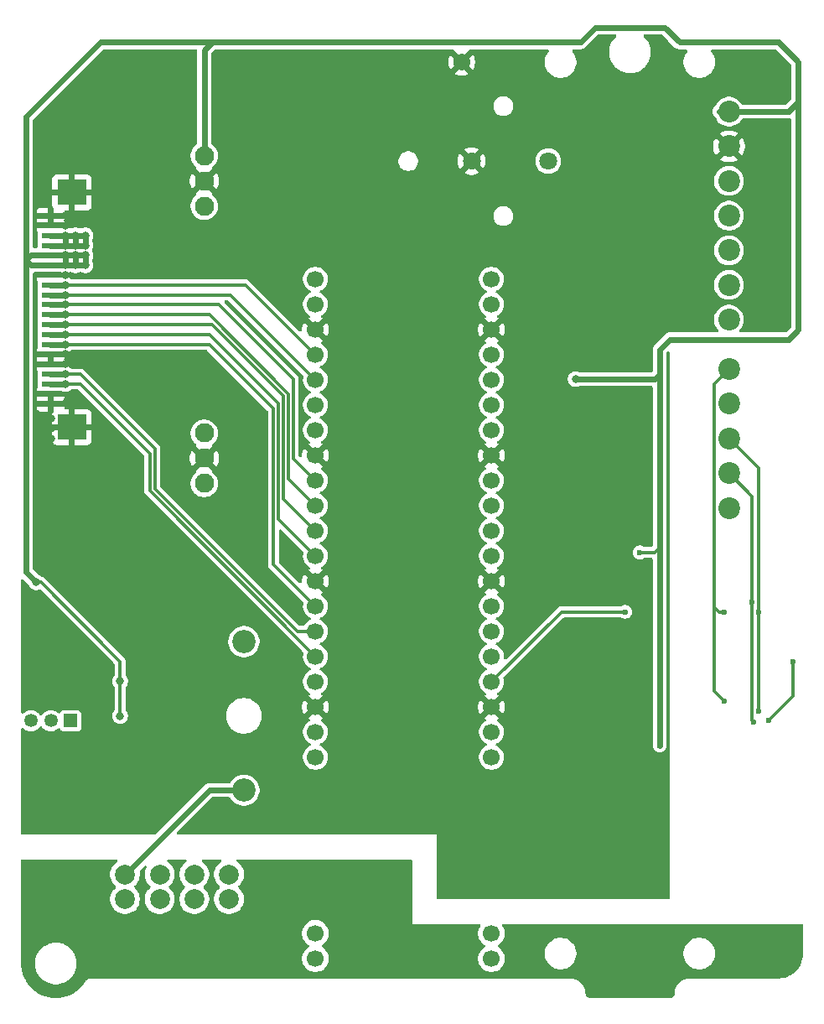
<source format=gbr>
%TF.GenerationSoftware,KiCad,Pcbnew,9.0.2*%
%TF.CreationDate,2025-07-01T09:19:31+03:00*%
%TF.ProjectId,PMCPU-LLP,504d4350-552d-44c4-9c50-2e6b69636164,rev?*%
%TF.SameCoordinates,Original*%
%TF.FileFunction,Copper,L2,Bot*%
%TF.FilePolarity,Positive*%
%FSLAX46Y46*%
G04 Gerber Fmt 4.6, Leading zero omitted, Abs format (unit mm)*
G04 Created by KiCad (PCBNEW 9.0.2) date 2025-07-01 09:19:31*
%MOMM*%
%LPD*%
G01*
G04 APERTURE LIST*
%TA.AperFunction,SMDPad,CuDef*%
%ADD10R,3.000000X2.600000*%
%TD*%
%TA.AperFunction,SMDPad,CuDef*%
%ADD11R,1.800000X0.600000*%
%TD*%
%TA.AperFunction,ComponentPad*%
%ADD12O,6.350000X6.350000*%
%TD*%
%TA.AperFunction,ComponentPad*%
%ADD13C,1.800000*%
%TD*%
%TA.AperFunction,ComponentPad*%
%ADD14C,1.950000*%
%TD*%
%TA.AperFunction,ComponentPad*%
%ADD15R,1.350000X1.350000*%
%TD*%
%TA.AperFunction,ComponentPad*%
%ADD16C,1.350000*%
%TD*%
%TA.AperFunction,ComponentPad*%
%ADD17C,1.700000*%
%TD*%
%TA.AperFunction,ComponentPad*%
%ADD18C,1.725000*%
%TD*%
%TA.AperFunction,ComponentPad*%
%ADD19C,2.200000*%
%TD*%
%TA.AperFunction,ComponentPad*%
%ADD20C,2.000000*%
%TD*%
%TA.AperFunction,ComponentPad*%
%ADD21C,2.350000*%
%TD*%
%TA.AperFunction,ViaPad*%
%ADD22C,0.800000*%
%TD*%
%TA.AperFunction,ViaPad*%
%ADD23C,0.600000*%
%TD*%
%TA.AperFunction,Conductor*%
%ADD24C,0.300000*%
%TD*%
%TA.AperFunction,Conductor*%
%ADD25C,0.600000*%
%TD*%
G04 APERTURE END LIST*
D10*
%TO.P,JM2,MP2,Pin_11*%
%TO.N,GND_BUS*%
X-34375000Y8150000D03*
%TO.P,JM2,MP1,Pin_11*%
X-34375000Y31850000D03*
D11*
%TO.P,JM2,20,Pin_11*%
X-36546000Y10500000D03*
%TO.P,JM2,19,Pin_11*%
X-36546000Y11500000D03*
%TO.P,JM2,18,Pin_11*%
%TO.N,/I2C0_SCL*%
X-36546000Y12500000D03*
%TO.P,JM2,17,Pin_11*%
%TO.N,/I2C0_SDA*%
X-36546000Y13500000D03*
%TO.P,JM2,16,Pin_11*%
%TO.N,GND_BUS*%
X-36546000Y14500000D03*
%TO.P,JM2,15,Pin_11*%
X-36546000Y15500000D03*
%TO.P,JM2,14,Pin_11*%
%TO.N,/SPI_CS3*%
X-36546000Y16500000D03*
%TO.P,JM2,13,Pin_11*%
%TO.N,/SPI_CS2*%
X-36546000Y17500000D03*
%TO.P,JM2,12,Pin_11*%
%TO.N,/SPI_CS1*%
X-36546000Y18500000D03*
%TO.P,JM2,11,Pin_11*%
%TO.N,/SPI_CS0*%
X-36546000Y19500000D03*
%TO.P,JM2,10,Pin_10*%
%TO.N,/SPI_SCK*%
X-36546000Y20500000D03*
%TO.P,JM2,9,Pin_9*%
%TO.N,/SPI_MISO*%
X-36546000Y21500000D03*
%TO.P,JM2,8,Pin_8*%
%TO.N,/SPI_MOSI*%
X-36546000Y22500000D03*
%TO.P,JM2,7,Pin_7*%
%TO.N,GND_BUS*%
X-36546000Y23500000D03*
%TO.P,JM2,6,Pin_6*%
%TO.N,+3.3V_CPU*%
X-36546000Y24500000D03*
%TO.P,JM2,5,Pin_5*%
X-36546000Y25500000D03*
%TO.P,JM2,4,Pin_4*%
%TO.N,+5V_CPU*%
X-36546000Y26500000D03*
%TO.P,JM2,3,Pin_3*%
X-36546000Y27500000D03*
%TO.P,JM2,2,Pin_2*%
%TO.N,GND_BUS*%
X-36546000Y28500000D03*
%TO.P,JM2,1,Pin_1*%
X-36546000Y29500000D03*
%TD*%
D12*
%TO.P,PE1,1*%
%TO.N,PE*%
X22000000Y-46000000D03*
%TD*%
D13*
%TO.P,J1,1,1*%
%TO.N,/Vbat*%
X13750000Y35000000D03*
%TO.P,J1,2,2*%
%TO.N,GND_BUS*%
X6000000Y35000000D03*
%TD*%
D14*
%TO.P,J5,1,VIN*%
%TO.N,+24V_fuse*%
X-21000000Y30460000D03*
%TO.P,J5,2,GND*%
%TO.N,GND_BUS*%
X-21000000Y33000000D03*
%TO.P,J5,3,+VO*%
%TO.N,+3.3V_CPU*%
X-21000000Y35540000D03*
%TD*%
D15*
%TO.P,J11,1,Pin_1*%
%TO.N,/UART_RX*%
X-34500000Y-21500000D03*
D16*
%TO.P,J11,2,Pin_2*%
%TO.N,/UART_RTS*%
X-36500000Y-21500000D03*
%TO.P,J11,3,Pin_3*%
%TO.N,/UART_TX*%
X-38500000Y-21500000D03*
%TD*%
D14*
%TO.P,J4,1,VIN*%
%TO.N,+24V_fuse*%
X-21000000Y2460000D03*
%TO.P,J4,2,GND*%
%TO.N,GND_BUS*%
X-21000000Y5000000D03*
%TO.P,J4,3,+VO*%
%TO.N,+5V_CPU*%
X-21000000Y7540000D03*
%TD*%
D17*
%TO.P,U3,1,RM_IO22*%
%TO.N,unconnected-(U3-RM_IO22-Pad1)*%
X-9780000Y23080000D03*
%TO.P,U3,2,RM_IO23*%
%TO.N,unconnected-(U3-RM_IO23-Pad2)*%
X-9780000Y20540000D03*
%TO.P,U3,3,GND*%
%TO.N,GND_BUS*%
X-9780000Y18000000D03*
%TO.P,U3,4,RM_IO12*%
%TO.N,/SPI_MOSI*%
X-9780000Y15460000D03*
%TO.P,U3,5,RM_IO13*%
%TO.N,/SPI_MISO*%
X-9780000Y12920000D03*
%TO.P,U3,6,RM_IO0*%
%TO.N,unconnected-(U3-RM_IO0-Pad6)*%
X-9780000Y10380000D03*
%TO.P,U3,7,RM_IO1*%
%TO.N,unconnected-(U3-RM_IO1-Pad7)*%
X-9780000Y7840000D03*
%TO.P,U3,8,GND*%
%TO.N,GND_BUS*%
X-9780000Y5300000D03*
%TO.P,U3,9,RM_IO11*%
%TO.N,/SPI_SCK*%
X-9780000Y2760000D03*
%TO.P,U3,10,RM_IO10*%
%TO.N,/SPI_CS0*%
X-9780000Y220000D03*
%TO.P,U3,11,RM_IO9*%
%TO.N,/SPI_CS1*%
X-9780000Y-2320000D03*
%TO.P,U3,12,RM_IO8*%
%TO.N,/SPI_CS2*%
X-9780000Y-4860000D03*
%TO.P,U3,13,GND*%
%TO.N,GND_BUS*%
X-9780000Y-7400000D03*
%TO.P,U3,14,RM_IO7*%
%TO.N,/SPI_CS3*%
X-9780000Y-9940000D03*
%TO.P,U3,15,RM_IO6*%
%TO.N,/I2C0_SDA*%
X-9780000Y-12480000D03*
%TO.P,U3,16,RM_IO5*%
%TO.N,/I2C0_SCL*%
X-9780000Y-15020000D03*
%TO.P,U3,17,RM_IO4*%
%TO.N,/UART_TX*%
X-9780000Y-17560000D03*
%TO.P,U3,18,GND*%
%TO.N,GND_BUS*%
X-9780000Y-20100000D03*
%TO.P,U3,19,RM_IO3*%
%TO.N,/UART_RX*%
X-9780000Y-22640000D03*
%TO.P,U3,20,RM_IO2*%
%TO.N,/UART_RTS*%
X-9780000Y-25180000D03*
%TO.P,U3,21,RM_IO31*%
%TO.N,/RX_EXT*%
X8000000Y-25180000D03*
%TO.P,U3,22,RM_IO30*%
%TO.N,/TX_EXT*%
X8000000Y-22640000D03*
%TO.P,U3,23,GND*%
%TO.N,GND_BUS*%
X8000000Y-20100000D03*
%TO.P,U3,24,RM_IO29*%
%TO.N,/RTS_EXT*%
X8000000Y-17560000D03*
%TO.P,U3,25,RM_IO28*%
%TO.N,/HMI_RES*%
X8000000Y-15020000D03*
%TO.P,U3,26,RM_IO27*%
%TO.N,/HMI_DC*%
X8000000Y-12480000D03*
%TO.P,U3,27,RM_IO26*%
%TO.N,/HMI_CS*%
X8000000Y-9940000D03*
%TO.P,U3,28,GND*%
%TO.N,GND_BUS*%
X8000000Y-7400000D03*
%TO.P,U3,29,RM_IO25*%
%TO.N,/HMI_CLK*%
X8000000Y-4860000D03*
%TO.P,U3,30,RESET*%
%TO.N,unconnected-(U3-RESET-Pad30)*%
X8000000Y-2320000D03*
%TO.P,U3,31,ADC2*%
%TO.N,/LED_1*%
X8000000Y220000D03*
%TO.P,U3,32,ADC3*%
%TO.N,/LED_0*%
X8000000Y2760000D03*
%TO.P,U3,33,GND*%
%TO.N,GND_BUS*%
X8000000Y5300000D03*
%TO.P,U3,34,RM_IO24*%
%TO.N,/HMI_DIN*%
X8000000Y7840000D03*
%TO.P,U3,35,NC*%
%TO.N,unconnected-(U3-NC-Pad35)*%
X8000000Y10380000D03*
%TO.P,U3,36,3V3_OUT*%
%TO.N,Net-(D1-A)*%
X8000000Y12920000D03*
%TO.P,U3,37,3V3_EN*%
%TO.N,unconnected-(U3-3V3_EN-Pad37)*%
X8000000Y15460000D03*
%TO.P,U3,38,GND*%
%TO.N,GND_BUS*%
X8000000Y18000000D03*
%TO.P,U3,39,VSYS*%
%TO.N,+5V_CPU*%
X8000000Y20540000D03*
%TO.P,U3,40,VBUS*%
%TO.N,unconnected-(U3-VBUS-Pad40)*%
X8000000Y23080000D03*
%TO.P,U3,41,NC*%
%TO.N,unconnected-(U3-NC-Pad41)*%
X-9780000Y-42960000D03*
%TO.P,U3,42,NC*%
%TO.N,unconnected-(U3-NC-Pad42)*%
X8000000Y-42960000D03*
%TO.P,U3,43,NC*%
%TO.N,unconnected-(U3-NC-Pad43)*%
X-9780000Y-45500000D03*
%TO.P,U3,44,NC*%
%TO.N,unconnected-(U3-NC-Pad44)*%
X8000000Y-45500000D03*
%TD*%
D18*
%TO.P,U2,1*%
%TO.N,GND_BUS*%
X5000000Y45000000D03*
%TD*%
D19*
%TO.P,J14,1,Pin_1*%
%TO.N,unconnected-(J14-Pin_1-Pad1)*%
X32000000Y0D03*
%TO.P,J14,2,Pin_2*%
%TO.N,/Ext_2*%
X32000000Y3500000D03*
%TO.P,J14,3,Pin_3*%
%TO.N,/Ext_1*%
X32000000Y7000000D03*
%TO.P,J14,4,Pin_4*%
%TO.N,/Ext_2*%
X32000000Y10500000D03*
%TO.P,J14,5,Pin_5*%
%TO.N,/Ext_1*%
X32000000Y14000000D03*
%TD*%
%TO.P,J13,1,Pin_1*%
%TO.N,/HMI_RES*%
X32000000Y19000000D03*
%TO.P,J13,2,Pin_2*%
%TO.N,/HMI_DC*%
X32000000Y22500000D03*
%TO.P,J13,3,Pin_3*%
%TO.N,/HMI_CS*%
X32000000Y26000000D03*
%TO.P,J13,4,Pin_4*%
%TO.N,/HMI_CLK*%
X32000000Y29500000D03*
%TO.P,J13,5,Pin_5*%
%TO.N,/HMI_DIN*%
X32000000Y33000000D03*
%TO.P,J13,6,Pin_6*%
%TO.N,GND_BUS*%
X32000000Y36500000D03*
%TO.P,J13,7,Pin_7*%
%TO.N,+3.3V_CPU*%
X32000000Y40000000D03*
%TD*%
D20*
%TO.P,J3,1,Pin_1*%
%TO.N,+24V_BUS*%
X-29000000Y-37000000D03*
%TO.P,J3,2,Pin_3*%
%TO.N,GND_BUS*%
X-25500000Y-37000000D03*
%TO.P,J3,3,3*%
%TO.N,/A*%
X-22000000Y-37000000D03*
%TO.P,J3,4,4*%
%TO.N,/B*%
X-18500000Y-37000000D03*
%TO.P,J3,5,Pin_9*%
%TO.N,PE*%
X-15000000Y-37000000D03*
%TO.P,J3,6,Pin_2*%
%TO.N,+24V_BUS*%
X-29000000Y-39500000D03*
%TO.P,J3,7,Pin_4*%
%TO.N,GND_BUS*%
X-25500000Y-39500000D03*
%TO.P,J3,8,Pin_6*%
%TO.N,/A*%
X-22000000Y-39500000D03*
%TO.P,J3,9,Pin_8*%
%TO.N,/B*%
X-18500000Y-39500000D03*
%TO.P,J3,10,Pin_10*%
%TO.N,PE*%
X-15000000Y-39500000D03*
%TD*%
D21*
%TO.P,U1,1,1*%
%TO.N,+24V_BUS*%
X-17000000Y-28500000D03*
%TO.P,U1,2,2*%
%TO.N,+24V_fuse*%
X-17000000Y-13500000D03*
%TD*%
D22*
%TO.N,GND_BUS*%
X-32000000Y33000000D03*
X-32000000Y31000000D03*
X-32000000Y32000000D03*
X-32000000Y8000000D03*
X-32000000Y7000000D03*
X-36500000Y8000000D03*
X-36500000Y7000000D03*
X-32000000Y9000000D03*
X-36500000Y9000000D03*
%TO.N,+3.3V_CPU*%
X16500000Y13000000D03*
%TO.N,/I2C0_SDA*%
X-35000000Y13500000D03*
%TO.N,/I2C0_SCL*%
X-35000000Y12500000D03*
%TO.N,+3.3V_CPU*%
X-34000000Y25500000D03*
X-35000000Y24500000D03*
D23*
X25000000Y-24000000D03*
D22*
X-29500000Y-17500000D03*
X-35000000Y25500000D03*
X-33000000Y25500000D03*
X-33000000Y24500000D03*
D23*
X23000000Y-4500000D03*
D22*
X-34000000Y24500000D03*
X-38000000Y-7500000D03*
X-29500000Y-21000000D03*
D23*
%TO.N,GND_BUS*%
X22500000Y-15500000D03*
D22*
X-25000000Y-21500000D03*
X-32000000Y-3000000D03*
D23*
X21500000Y-25500000D03*
D22*
X-24000000Y-22500000D03*
X-35000000Y23500000D03*
X-23000000Y-21500000D03*
D23*
X21500000Y-13500000D03*
D22*
X-35000000Y14500000D03*
X-35000000Y10500000D03*
X-37000000Y-17500000D03*
X-32000000Y-2000000D03*
X-24000000Y-20500000D03*
X-35000000Y15500000D03*
X-21500000Y-17500000D03*
X-32000000Y-1000000D03*
X-32000000Y-18500000D03*
X-32000000Y-22500000D03*
D23*
X22500000Y-26500000D03*
X23500000Y-26500000D03*
D22*
X-35000000Y29500000D03*
X-35000000Y28500000D03*
D23*
X21500000Y-14500000D03*
D22*
X-37000000Y-19000000D03*
%TO.N,+5V_CPU*%
X-34000000Y26500000D03*
X-35000000Y26500000D03*
X-33000000Y26500000D03*
X-35000000Y27500000D03*
X-34000000Y27500000D03*
X-33000000Y27500000D03*
%TO.N,/SPI_MISO*%
X-35000000Y21500000D03*
%TO.N,/SPI_CS2*%
X-35000000Y17500000D03*
%TO.N,/SPI_SCK*%
X-35000000Y20500000D03*
%TO.N,/SPI_CS0*%
X-35000000Y19500000D03*
%TO.N,/SPI_CS1*%
X-35000000Y18500000D03*
%TO.N,/SPI_CS3*%
X-35000000Y16500000D03*
%TO.N,/SPI_MOSI*%
X-35000000Y22500000D03*
D23*
%TO.N,+5V_EXT*%
X36000000Y-21500000D03*
X38500000Y-15500000D03*
%TO.N,/Ext_1*%
X35000000Y-10500000D03*
X31500000Y-19500000D03*
X35000000Y-20500000D03*
X31500000Y-10500000D03*
%TO.N,/Ext_2*%
X34500000Y-21635000D03*
X34350000Y-9500000D03*
%TO.N,/RTS_EXT*%
X21500000Y-10500000D03*
%TD*%
D24*
%TO.N,/I2C0_SDA*%
X-35000000Y13500000D02*
X-33500000Y13500000D01*
X-33500000Y13500000D02*
X-25999000Y5999000D01*
X-25999000Y5999000D02*
X-25999000Y1907520D01*
X-25999000Y1907520D02*
X-11611480Y-12480000D01*
X-11611480Y-12480000D02*
X-9780000Y-12480000D01*
%TO.N,/I2C0_SCL*%
X-35000000Y12500000D02*
X-33500000Y12500000D01*
X-33500000Y12500000D02*
X-26500000Y5500000D01*
X-26500000Y5500000D02*
X-26500000Y1700000D01*
X-26500000Y1700000D02*
X-9780000Y-15020000D01*
%TO.N,/SPI_SCK*%
X-9780000Y2760000D02*
X-12000000Y4980000D01*
X-12000000Y4980000D02*
X-12000000Y13000000D01*
X-12000000Y13000000D02*
X-19500000Y20500000D01*
X-19500000Y20500000D02*
X-35000000Y20500000D01*
D25*
%TO.N,+3.3V_CPU*%
X-39000000Y39500000D02*
X-31500000Y47000000D01*
X-31500000Y47000000D02*
X-20199000Y47000000D01*
X25000000Y13500000D02*
X25000000Y-4000000D01*
X16500000Y13000000D02*
X24500000Y13000000D01*
X24500000Y13000000D02*
X25000000Y13500000D01*
%TO.N,/I2C0_SDA*%
X-36546000Y13500000D02*
X-35000000Y13500000D01*
%TO.N,/I2C0_SCL*%
X-36546000Y12500000D02*
X-35000000Y12500000D01*
%TO.N,+24V_BUS*%
X-29000000Y-37000000D02*
X-20500000Y-28500000D01*
X-20500000Y-28500000D02*
X-17000000Y-28500000D01*
%TO.N,+3.3V_CPU*%
X-34000000Y24500000D02*
X-33000000Y24500000D01*
X-39000000Y39500000D02*
X-39000000Y-6500000D01*
X25000000Y16000000D02*
X25000000Y13500000D01*
X26000000Y17000000D02*
X25000000Y16000000D01*
X-39000000Y25000000D02*
X-39000000Y39500000D01*
X-36546000Y25500000D02*
X-35000000Y25500000D01*
X25500000Y48500000D02*
X27000000Y47000000D01*
D24*
X-30000000Y-15000000D02*
X-37500000Y-7500000D01*
X-29500000Y-20500000D02*
X-29500000Y-21000000D01*
X23000000Y-4500000D02*
X24500000Y-4500000D01*
X-29500000Y-15500000D02*
X-30000000Y-15000000D01*
D25*
X27000000Y47000000D02*
X37000000Y47000000D01*
X-21000000Y46199000D02*
X-20199000Y47000000D01*
X39000000Y41000000D02*
X39000000Y18000000D01*
X-35000000Y25500000D02*
X-35000000Y24500000D01*
X-36546000Y24500000D02*
X-35000000Y24500000D01*
X-34000000Y25500000D02*
X-34000000Y24500000D01*
X-38500000Y24500000D02*
X-39000000Y25000000D01*
X-20199000Y47000000D02*
X9000000Y47000000D01*
X39000000Y45000000D02*
X39000000Y41000000D01*
X39000000Y18000000D02*
X38000000Y17000000D01*
X-35000000Y25500000D02*
X-34000000Y25500000D01*
X-36546000Y25500000D02*
X-38500000Y25500000D01*
X-35000000Y24500000D02*
X-34000000Y24500000D01*
X38000000Y40000000D02*
X31000000Y40000000D01*
X38000000Y17000000D02*
X26000000Y17000000D01*
X9000000Y47000000D02*
X17000000Y47000000D01*
X-38500000Y25500000D02*
X-39000000Y25000000D01*
D24*
X24500000Y-4500000D02*
X25000000Y-4000000D01*
D25*
X18500000Y48500000D02*
X25500000Y48500000D01*
X-36546000Y24500000D02*
X-38500000Y24500000D01*
X39000000Y41000000D02*
X38000000Y40000000D01*
D24*
X-29500000Y-20500000D02*
X-29500000Y-15500000D01*
D25*
X-34000000Y25500000D02*
X-33000000Y25500000D01*
X-33000000Y25500000D02*
X-33000000Y24500000D01*
X-39000000Y-6500000D02*
X-38000000Y-7500000D01*
X37000000Y47000000D02*
X39000000Y45000000D01*
X-21000000Y35540000D02*
X-21000000Y46199000D01*
D24*
X-37500000Y-7500000D02*
X-38000000Y-7500000D01*
D25*
X17000000Y47000000D02*
X18500000Y48500000D01*
X25000000Y-4000000D02*
X25000000Y-24000000D01*
%TO.N,+5V_CPU*%
X-36546000Y27500000D02*
X-35000000Y27500000D01*
X-33000000Y27500000D02*
X-33000000Y26500000D01*
X-34000000Y27500000D02*
X-34000000Y26500000D01*
X-34000000Y27500000D02*
X-33000000Y27500000D01*
X-35000000Y26500000D02*
X-34000000Y26500000D01*
X-36546000Y26500000D02*
X-35000000Y26500000D01*
X-34000000Y26500000D02*
X-33000000Y26500000D01*
X-35000000Y27500000D02*
X-35000000Y26500000D01*
X-35000000Y27500000D02*
X-34000000Y27500000D01*
%TO.N,/SPI_MISO*%
X-36546000Y21500000D02*
X-35000000Y21500000D01*
D24*
X-35000000Y21500000D02*
X-18360000Y21500000D01*
X-18360000Y21500000D02*
X-18180000Y21320000D01*
X-9780000Y12920000D02*
X-18180000Y21320000D01*
%TO.N,/SPI_CS2*%
X-13503000Y10503000D02*
X-20500000Y17500000D01*
D25*
X-36546000Y17500000D02*
X-35000000Y17500000D01*
D24*
X-9780000Y-4860000D02*
X-13503000Y-1137000D01*
X-35000000Y17500000D02*
X-20500000Y17500000D01*
X-13503000Y-1137000D02*
X-13503000Y10503000D01*
D25*
%TO.N,/SPI_SCK*%
X-36546000Y20500000D02*
X-35000000Y20500000D01*
D24*
%TO.N,/SPI_CS0*%
X-12501000Y11501000D02*
X-20500000Y19500000D01*
D25*
X-36546000Y19500000D02*
X-35000000Y19500000D01*
D24*
X-12501000Y2941000D02*
X-12501000Y11501000D01*
X-9780000Y220000D02*
X-12501000Y2941000D01*
X-35000000Y19500000D02*
X-20500000Y19500000D01*
D25*
%TO.N,/SPI_CS1*%
X-36546000Y18500000D02*
X-35000000Y18500000D01*
D24*
X-13002000Y11293480D02*
X-20208520Y18500000D01*
X-9780000Y-2320000D02*
X-13002000Y902000D01*
X-13002000Y902000D02*
X-13002000Y11293480D01*
X-35000000Y18500000D02*
X-20208520Y18500000D01*
%TO.N,/SPI_CS3*%
X-35000000Y16500000D02*
X-20500000Y16500000D01*
D25*
X-36546000Y16500000D02*
X-35000000Y16500000D01*
D24*
X-14004000Y10004000D02*
X-20500000Y16500000D01*
X-14004000Y-5716000D02*
X-14004000Y10004000D01*
X-9780000Y-9940000D02*
X-14004000Y-5716000D01*
D25*
%TO.N,/SPI_MOSI*%
X-36546000Y22500000D02*
X-35000000Y22500000D01*
D24*
X-16820000Y22500000D02*
X-16660000Y22340000D01*
X-9780000Y15460000D02*
X-16660000Y22340000D01*
X-35000000Y22500000D02*
X-16820000Y22500000D01*
%TO.N,+5V_EXT*%
X36000000Y-21500000D02*
X38500000Y-19000000D01*
X38500000Y-19000000D02*
X38500000Y-15500000D01*
%TO.N,/Ext_1*%
X35000000Y4000000D02*
X32000000Y7000000D01*
X31000000Y-10500000D02*
X30500000Y-10000000D01*
X35000000Y-10500000D02*
X35000000Y4000000D01*
X30500000Y-18500000D02*
X30500000Y-18000000D01*
X30500000Y-10000000D02*
X30500000Y12500000D01*
X31500000Y-19500000D02*
X30500000Y-18500000D01*
X35000000Y-10500000D02*
X35000000Y-20500000D01*
X30500000Y-18000000D02*
X30500000Y-10000000D01*
X30500000Y12500000D02*
X32000000Y14000000D01*
X31500000Y-10500000D02*
X31000000Y-10500000D01*
%TO.N,/Ext_2*%
X32000000Y3500000D02*
X34350000Y1150000D01*
X34350000Y-21485000D02*
X34350000Y-9500000D01*
X34500000Y-21635000D02*
X34350000Y-21485000D01*
X34350000Y1150000D02*
X34350000Y-9500000D01*
%TO.N,/RTS_EXT*%
X8000000Y-17560000D02*
X15060000Y-10500000D01*
X15060000Y-10500000D02*
X21500000Y-10500000D01*
%TD*%
%TA.AperFunction,Conductor*%
%TO.N,GND_BUS*%
G36*
X-13230000Y-2195705D02*
G01*
X-13199141Y-2219384D01*
X-11027890Y-4390635D01*
X-10989326Y-4457430D01*
X-10989326Y-4534558D01*
X-10991541Y-4542036D01*
X-10999710Y-4567176D01*
X-11015687Y-4668050D01*
X-11030500Y-4761583D01*
X-11030500Y-4958417D01*
X-10999709Y-5152826D01*
X-10938884Y-5340025D01*
X-10938881Y-5340030D01*
X-10938879Y-5340036D01*
X-10894947Y-5426257D01*
X-10849524Y-5515405D01*
X-10733828Y-5674646D01*
X-10594646Y-5813828D01*
X-10435405Y-5929524D01*
X-10412087Y-5941405D01*
X-10354772Y-5993012D01*
X-10330937Y-6066365D01*
X-10346972Y-6141808D01*
X-10398581Y-6199125D01*
X-10412086Y-6206923D01*
X-10487556Y-6245378D01*
X-10500763Y-6254972D01*
X-9853642Y-6902094D01*
X-9972993Y-6934075D01*
X-10087007Y-6999901D01*
X-10180099Y-7092993D01*
X-10245925Y-7207007D01*
X-10277906Y-7326358D01*
X-10925028Y-6679237D01*
X-10934622Y-6692443D01*
X-11031094Y-6881779D01*
X-11096758Y-7083871D01*
X-11130000Y-7293757D01*
X-11130000Y-7451757D01*
X-11149962Y-7526257D01*
X-11204500Y-7580795D01*
X-11279000Y-7600757D01*
X-11353500Y-7580795D01*
X-11384359Y-7557116D01*
X-13409859Y-5531616D01*
X-13448423Y-5464821D01*
X-13453500Y-5426257D01*
X-13453500Y-2324743D01*
X-13433538Y-2250243D01*
X-13379000Y-2195705D01*
X-13304500Y-2175743D01*
X-13230000Y-2195705D01*
G37*
%TD.AperFunction*%
%TA.AperFunction,Conductor*%
G36*
X-18575243Y20929538D02*
G01*
X-18544384Y20905859D01*
X-11027890Y13389365D01*
X-10989326Y13322570D01*
X-10989326Y13245442D01*
X-10991541Y13237964D01*
X-10999710Y13212824D01*
X-11015687Y13111950D01*
X-11030500Y13018417D01*
X-11030500Y12821583D01*
X-10999709Y12627174D01*
X-10938884Y12439975D01*
X-10938881Y12439970D01*
X-10938879Y12439964D01*
X-10907416Y12378215D01*
X-10849524Y12264595D01*
X-10733828Y12105354D01*
X-10594646Y11966172D01*
X-10435405Y11850476D01*
X-10367256Y11815753D01*
X-10302505Y11782760D01*
X-10245187Y11731151D01*
X-10221353Y11657798D01*
X-10237389Y11582356D01*
X-10288998Y11525038D01*
X-10302505Y11517240D01*
X-10435402Y11449526D01*
X-10435407Y11449523D01*
X-10594637Y11333835D01*
X-10594648Y11333826D01*
X-10733826Y11194648D01*
X-10733835Y11194637D01*
X-10849523Y11035407D01*
X-10849526Y11035402D01*
X-10938879Y10860037D01*
X-10938883Y10860028D01*
X-10938884Y10860025D01*
X-10999709Y10672826D01*
X-11030500Y10478417D01*
X-11030500Y10281583D01*
X-10999709Y10087174D01*
X-10938884Y9899975D01*
X-10938881Y9899970D01*
X-10938879Y9899964D01*
X-10891607Y9807188D01*
X-10849524Y9724595D01*
X-10733828Y9565354D01*
X-10594646Y9426172D01*
X-10435405Y9310476D01*
X-10367256Y9275753D01*
X-10302505Y9242760D01*
X-10245187Y9191151D01*
X-10221353Y9117798D01*
X-10237389Y9042356D01*
X-10288998Y8985038D01*
X-10302505Y8977240D01*
X-10435402Y8909526D01*
X-10435407Y8909523D01*
X-10594637Y8793835D01*
X-10594648Y8793826D01*
X-10733826Y8654648D01*
X-10733835Y8654637D01*
X-10849523Y8495407D01*
X-10849526Y8495402D01*
X-10938879Y8320037D01*
X-10938883Y8320028D01*
X-10938884Y8320025D01*
X-10999709Y8132826D01*
X-11030500Y7938417D01*
X-11030500Y7741583D01*
X-10999709Y7547174D01*
X-10938884Y7359975D01*
X-10938881Y7359970D01*
X-10938879Y7359964D01*
X-10866495Y7217903D01*
X-10849524Y7184595D01*
X-10733828Y7025354D01*
X-10594646Y6886172D01*
X-10435405Y6770476D01*
X-10412087Y6758595D01*
X-10354772Y6706988D01*
X-10330937Y6633635D01*
X-10346972Y6558192D01*
X-10398581Y6500875D01*
X-10412086Y6493077D01*
X-10487556Y6454622D01*
X-10500763Y6445028D01*
X-9853642Y5797906D01*
X-9972993Y5765925D01*
X-10087007Y5700099D01*
X-10180099Y5607007D01*
X-10245925Y5492993D01*
X-10277906Y5373642D01*
X-10925028Y6020763D01*
X-10934622Y6007557D01*
X-11031094Y5818221D01*
X-11096758Y5616129D01*
X-11130000Y5406243D01*
X-11130000Y5248243D01*
X-11135077Y5229296D01*
X-11135077Y5209679D01*
X-11144885Y5192692D01*
X-11149962Y5173743D01*
X-11163834Y5159872D01*
X-11173641Y5142884D01*
X-11190629Y5133077D01*
X-11204500Y5119205D01*
X-11223449Y5114128D01*
X-11240436Y5104320D01*
X-11260052Y5104320D01*
X-11279000Y5099243D01*
X-11297948Y5104320D01*
X-11317564Y5104320D01*
X-11334552Y5114128D01*
X-11353500Y5119205D01*
X-11384359Y5142884D01*
X-11405859Y5164384D01*
X-11444423Y5231179D01*
X-11449500Y5269743D01*
X-11449500Y13072475D01*
X-11487016Y13212485D01*
X-11499147Y13233497D01*
X-11559490Y13338015D01*
X-18916619Y20695144D01*
X-18926425Y20712129D01*
X-18940296Y20726000D01*
X-18945374Y20744949D01*
X-18955181Y20761936D01*
X-18955181Y20781553D01*
X-18960258Y20800500D01*
X-18955181Y20819448D01*
X-18955181Y20839064D01*
X-18945374Y20856052D01*
X-18940296Y20875000D01*
X-18926425Y20888872D01*
X-18916617Y20905859D01*
X-18899630Y20915667D01*
X-18885758Y20929538D01*
X-18866810Y20934616D01*
X-18849822Y20944423D01*
X-18811258Y20949500D01*
X-18649743Y20949500D01*
X-18575243Y20929538D01*
G37*
%TD.AperFunction*%
%TA.AperFunction,Conductor*%
G36*
X20488174Y47794423D02*
G01*
X20507790Y47794423D01*
X20524777Y47784616D01*
X20543726Y47779538D01*
X20557597Y47765667D01*
X20574585Y47755859D01*
X20584392Y47738872D01*
X20598264Y47725000D01*
X20603341Y47706052D01*
X20613149Y47689064D01*
X20613149Y47669448D01*
X20618226Y47650500D01*
X20613149Y47631553D01*
X20613149Y47611936D01*
X20603341Y47594949D01*
X20598264Y47576000D01*
X20574585Y47545141D01*
X20417373Y47387930D01*
X20249750Y47169478D01*
X20112078Y46931024D01*
X20006703Y46676631D01*
X20006703Y46676630D01*
X19935440Y46410668D01*
X19935437Y46410651D01*
X19899500Y46137680D01*
X19899500Y45862321D01*
X19935437Y45589350D01*
X19935440Y45589333D01*
X20006703Y45323371D01*
X20006703Y45323370D01*
X20112078Y45068977D01*
X20151902Y45000000D01*
X20249751Y44830521D01*
X20417372Y44612072D01*
X20612072Y44417372D01*
X20830521Y44249751D01*
X21068979Y44112077D01*
X21212420Y44052662D01*
X21323369Y44006704D01*
X21486139Y43963091D01*
X21589334Y43935440D01*
X21862326Y43899500D01*
X22137674Y43899500D01*
X22410666Y43935440D01*
X22620423Y43991645D01*
X22676629Y44006704D01*
X22676630Y44006704D01*
X22709125Y44020165D01*
X22931021Y44112077D01*
X23169479Y44249751D01*
X23387928Y44417372D01*
X23582628Y44612072D01*
X23750249Y44830521D01*
X23887923Y45068979D01*
X23993295Y45323368D01*
X24064560Y45589334D01*
X24100500Y45862326D01*
X24100500Y46137674D01*
X24064560Y46410666D01*
X23993296Y46676630D01*
X23993296Y46676631D01*
X23915463Y46864533D01*
X23887923Y46931021D01*
X23750249Y47169479D01*
X23582628Y47387928D01*
X23425415Y47545141D01*
X23386851Y47611936D01*
X23386851Y47689064D01*
X23425415Y47755859D01*
X23492210Y47794423D01*
X23530774Y47799500D01*
X25148125Y47799500D01*
X25222625Y47779538D01*
X25253484Y47755859D01*
X25865984Y47143360D01*
X26455886Y46553458D01*
X26553458Y46455886D01*
X26553461Y46455884D01*
X26668184Y46379228D01*
X26668189Y46379225D01*
X26742866Y46348293D01*
X26795671Y46326420D01*
X26822591Y46321066D01*
X26931007Y46299500D01*
X27676333Y46299500D01*
X27750833Y46279538D01*
X27805371Y46225000D01*
X27825333Y46150500D01*
X27805371Y46076000D01*
X27781692Y46045141D01*
X27779208Y46042658D01*
X27779206Y46042655D01*
X27631131Y45838848D01*
X27631131Y45838847D01*
X27516762Y45614385D01*
X27516757Y45614373D01*
X27438910Y45374786D01*
X27435469Y45353058D01*
X27399500Y45125962D01*
X27399500Y45078250D01*
X27399500Y44874038D01*
X27438910Y44625215D01*
X27516759Y44385621D01*
X27585988Y44249751D01*
X27631131Y44161154D01*
X27631131Y44161153D01*
X27666787Y44112077D01*
X27779207Y43957344D01*
X27957344Y43779207D01*
X28161155Y43631130D01*
X28385621Y43516759D01*
X28625215Y43438910D01*
X28874038Y43399500D01*
X28874043Y43399500D01*
X29125957Y43399500D01*
X29125962Y43399500D01*
X29374785Y43438910D01*
X29614379Y43516759D01*
X29838845Y43631130D01*
X30042656Y43779207D01*
X30220793Y43957344D01*
X30368870Y44161155D01*
X30483241Y44385621D01*
X30561090Y44625215D01*
X30600500Y44874038D01*
X30600500Y45125962D01*
X30561090Y45374785D01*
X30483241Y45614379D01*
X30368870Y45838845D01*
X30220793Y46042656D01*
X30218308Y46045141D01*
X30217552Y46046451D01*
X30216992Y46047106D01*
X30217113Y46047210D01*
X30179744Y46111936D01*
X30179744Y46189064D01*
X30218308Y46255859D01*
X30285103Y46294423D01*
X30323667Y46299500D01*
X36648125Y46299500D01*
X36722625Y46279538D01*
X36753484Y46255859D01*
X38255859Y44753484D01*
X38294423Y44686689D01*
X38299500Y44648125D01*
X38299500Y41351875D01*
X38279538Y41277375D01*
X38255859Y41246516D01*
X37753484Y40744141D01*
X37686689Y40705577D01*
X37648125Y40700500D01*
X33418435Y40700500D01*
X33343935Y40720462D01*
X33289397Y40775000D01*
X33285682Y40781843D01*
X33283343Y40786433D01*
X33144517Y40977510D01*
X32977510Y41144517D01*
X32786433Y41283343D01*
X32575992Y41390568D01*
X32351368Y41463553D01*
X32118092Y41500500D01*
X31881908Y41500500D01*
X31648632Y41463553D01*
X31424008Y41390568D01*
X31424002Y41390566D01*
X31424002Y41390565D01*
X31213565Y41283342D01*
X31022499Y41144524D01*
X31022488Y41144515D01*
X30855485Y40977512D01*
X30855476Y40977501D01*
X30716658Y40786435D01*
X30716654Y40786430D01*
X30631348Y40619008D01*
X30581372Y40562767D01*
X30553462Y40544118D01*
X30553456Y40544113D01*
X30455889Y40446546D01*
X30455883Y40446539D01*
X30379227Y40331816D01*
X30379224Y40331810D01*
X30326420Y40204330D01*
X30326419Y40204326D01*
X30299500Y40068994D01*
X30299500Y39931007D01*
X30326419Y39795675D01*
X30326420Y39795671D01*
X30379224Y39668191D01*
X30379227Y39668185D01*
X30455883Y39553462D01*
X30455886Y39553458D01*
X30553458Y39455886D01*
X30581370Y39437236D01*
X30631349Y39380993D01*
X30716657Y39213567D01*
X30855483Y39022490D01*
X31022490Y38855483D01*
X31213567Y38716657D01*
X31424008Y38609432D01*
X31648632Y38536447D01*
X31881908Y38499500D01*
X31881913Y38499500D01*
X32118087Y38499500D01*
X32118092Y38499500D01*
X32351368Y38536447D01*
X32575992Y38609432D01*
X32786433Y38716657D01*
X32977510Y38855483D01*
X33144517Y39022490D01*
X33283343Y39213567D01*
X33285674Y39218143D01*
X33337281Y39275460D01*
X33410633Y39299296D01*
X33418435Y39299500D01*
X38068990Y39299500D01*
X38068994Y39299500D01*
X38121432Y39309931D01*
X38198393Y39304887D01*
X38262523Y39262038D01*
X38296637Y39192864D01*
X38299500Y39163794D01*
X38299500Y18351875D01*
X38279538Y18277375D01*
X38255859Y18246516D01*
X37753484Y17744141D01*
X37686689Y17705577D01*
X37648125Y17700500D01*
X33182244Y17700500D01*
X33107744Y17720462D01*
X33053206Y17775000D01*
X33033244Y17849500D01*
X33053206Y17924000D01*
X33076881Y17954855D01*
X33144517Y18022490D01*
X33283343Y18213567D01*
X33390568Y18424008D01*
X33463553Y18648632D01*
X33500500Y18881908D01*
X33500500Y19118092D01*
X33463553Y19351368D01*
X33390568Y19575992D01*
X33283343Y19786433D01*
X33144517Y19977510D01*
X32977510Y20144517D01*
X32786433Y20283343D01*
X32575992Y20390568D01*
X32351368Y20463553D01*
X32118092Y20500500D01*
X31881908Y20500500D01*
X31648632Y20463553D01*
X31581016Y20441583D01*
X31424008Y20390568D01*
X31424002Y20390566D01*
X31424002Y20390565D01*
X31213565Y20283342D01*
X31022499Y20144524D01*
X31022488Y20144515D01*
X30855485Y19977512D01*
X30855476Y19977501D01*
X30749414Y19831519D01*
X30716657Y19786433D01*
X30609432Y19575992D01*
X30536447Y19351368D01*
X30499500Y19118092D01*
X30499500Y18881908D01*
X30536447Y18648632D01*
X30609432Y18424008D01*
X30716657Y18213567D01*
X30855483Y18022490D01*
X30923116Y17954857D01*
X30961679Y17888064D01*
X30961679Y17810936D01*
X30923115Y17744141D01*
X30856320Y17705577D01*
X30817756Y17700500D01*
X25931002Y17700500D01*
X25795672Y17673581D01*
X25795670Y17673580D01*
X25668197Y17620780D01*
X25668184Y17620772D01*
X25553458Y17544115D01*
X25553453Y17544111D01*
X24455889Y16446547D01*
X24455885Y16446542D01*
X24379228Y16331816D01*
X24379220Y16331803D01*
X24326421Y16204332D01*
X24326420Y16204328D01*
X24311891Y16131285D01*
X24299500Y16068997D01*
X24299500Y13851875D01*
X24294423Y13832928D01*
X24294423Y13813311D01*
X24284615Y13796324D01*
X24279538Y13777375D01*
X24255859Y13746516D01*
X24253484Y13744141D01*
X24186689Y13705577D01*
X24148125Y13700500D01*
X16930289Y13700500D01*
X16873270Y13711842D01*
X16733498Y13769737D01*
X16733494Y13769738D01*
X16578842Y13800500D01*
X16421158Y13800500D01*
X16266505Y13769738D01*
X16266501Y13769737D01*
X16120823Y13709396D01*
X15989707Y13621786D01*
X15878214Y13510293D01*
X15790604Y13379177D01*
X15730263Y13233499D01*
X15730263Y13233498D01*
X15699500Y13078843D01*
X15699500Y12921158D01*
X15730262Y12766506D01*
X15730263Y12766502D01*
X15790604Y12620824D01*
X15790605Y12620822D01*
X15790606Y12620821D01*
X15878211Y12489711D01*
X15989711Y12378211D01*
X16120821Y12290606D01*
X16120822Y12290606D01*
X16120823Y12290605D01*
X16183608Y12264599D01*
X16266503Y12230263D01*
X16421158Y12199500D01*
X16578842Y12199500D01*
X16733497Y12230263D01*
X16816392Y12264599D01*
X16873270Y12288158D01*
X16930289Y12299500D01*
X24150500Y12299500D01*
X24225000Y12279538D01*
X24279538Y12225000D01*
X24299500Y12150500D01*
X24299500Y-3800500D01*
X24279538Y-3875000D01*
X24225000Y-3929538D01*
X24150500Y-3949500D01*
X23482184Y-3949500D01*
X23407684Y-3929538D01*
X23399404Y-3924389D01*
X23331813Y-3879225D01*
X23331809Y-3879224D01*
X23204329Y-3826420D01*
X23204325Y-3826419D01*
X23068993Y-3799500D01*
X22931007Y-3799500D01*
X22795674Y-3826419D01*
X22795670Y-3826420D01*
X22668190Y-3879224D01*
X22668184Y-3879227D01*
X22553461Y-3955883D01*
X22553454Y-3955889D01*
X22455889Y-4053454D01*
X22455883Y-4053461D01*
X22379227Y-4168184D01*
X22379224Y-4168190D01*
X22326420Y-4295670D01*
X22326419Y-4295674D01*
X22299500Y-4431006D01*
X22299500Y-4568993D01*
X22326419Y-4704325D01*
X22326420Y-4704329D01*
X22379224Y-4831809D01*
X22379227Y-4831815D01*
X22455883Y-4946538D01*
X22455886Y-4946542D01*
X22553458Y-5044114D01*
X22553461Y-5044116D01*
X22668184Y-5120772D01*
X22668186Y-5120773D01*
X22668189Y-5120775D01*
X22795672Y-5173580D01*
X22931007Y-5200500D01*
X23068993Y-5200500D01*
X23204328Y-5173580D01*
X23331811Y-5120775D01*
X23331812Y-5120774D01*
X23331813Y-5120774D01*
X23399404Y-5075611D01*
X23472439Y-5050819D01*
X23482184Y-5050500D01*
X24150500Y-5050500D01*
X24225000Y-5070462D01*
X24279538Y-5125000D01*
X24299500Y-5199500D01*
X24299500Y-24068993D01*
X24326419Y-24204325D01*
X24326420Y-24204329D01*
X24379224Y-24331809D01*
X24379227Y-24331815D01*
X24455883Y-24446538D01*
X24455886Y-24446542D01*
X24553458Y-24544114D01*
X24553461Y-24544116D01*
X24668184Y-24620772D01*
X24668186Y-24620773D01*
X24668189Y-24620775D01*
X24795672Y-24673580D01*
X24931007Y-24700500D01*
X25068993Y-24700500D01*
X25204328Y-24673580D01*
X25331811Y-24620775D01*
X25446542Y-24544114D01*
X25544114Y-24446542D01*
X25620775Y-24331811D01*
X25673580Y-24204328D01*
X25700500Y-24068993D01*
X25700500Y-3931007D01*
X25700500Y13568993D01*
X25700500Y13568994D01*
X25700500Y15648125D01*
X25705577Y15667073D01*
X25705577Y15686689D01*
X25715384Y15703677D01*
X25720462Y15722625D01*
X25744141Y15753484D01*
X25745641Y15754984D01*
X25812436Y15793548D01*
X25889564Y15793548D01*
X25956359Y15754984D01*
X25994923Y15688189D01*
X26000000Y15649625D01*
X26000000Y-39351000D01*
X25980038Y-39425500D01*
X25925500Y-39480038D01*
X25851000Y-39500000D01*
X2649000Y-39500000D01*
X2574500Y-39480038D01*
X2519962Y-39425500D01*
X2500000Y-39351000D01*
X2500000Y-33000000D01*
X-23649626Y-33000000D01*
X-23724126Y-32980038D01*
X-23778664Y-32925500D01*
X-23798626Y-32851000D01*
X-23778664Y-32776500D01*
X-23754985Y-32745641D01*
X-20253484Y-29244141D01*
X-20186689Y-29205577D01*
X-20148125Y-29200500D01*
X-18502610Y-29200500D01*
X-18428110Y-29220462D01*
X-18373572Y-29275000D01*
X-18369850Y-29281856D01*
X-18347491Y-29325739D01*
X-18347487Y-29325746D01*
X-18201727Y-29526366D01*
X-18201724Y-29526370D01*
X-18026370Y-29701724D01*
X-18026367Y-29701726D01*
X-17825747Y-29847486D01*
X-17825745Y-29847487D01*
X-17825742Y-29847489D01*
X-17604782Y-29960073D01*
X-17368931Y-30036706D01*
X-17123995Y-30075500D01*
X-17123991Y-30075500D01*
X-16876009Y-30075500D01*
X-16876005Y-30075500D01*
X-16631069Y-30036706D01*
X-16395218Y-29960073D01*
X-16174258Y-29847489D01*
X-15973630Y-29701724D01*
X-15798276Y-29526370D01*
X-15652511Y-29325742D01*
X-15539927Y-29104782D01*
X-15463294Y-28868931D01*
X-15424500Y-28623995D01*
X-15424500Y-28376005D01*
X-15463294Y-28131069D01*
X-15539927Y-27895218D01*
X-15652511Y-27674258D01*
X-15652513Y-27674255D01*
X-15652514Y-27674253D01*
X-15798274Y-27473633D01*
X-15798276Y-27473630D01*
X-15973630Y-27298276D01*
X-15973634Y-27298273D01*
X-16174254Y-27152513D01*
X-16174262Y-27152509D01*
X-16395207Y-27039932D01*
X-16395213Y-27039930D01*
X-16395218Y-27039927D01*
X-16463393Y-27017775D01*
X-16631070Y-26963293D01*
X-16770815Y-26941160D01*
X-16876005Y-26924500D01*
X-17123995Y-26924500D01*
X-17218987Y-26939545D01*
X-17368931Y-26963293D01*
X-17604776Y-27039925D01*
X-17604782Y-27039927D01*
X-17604785Y-27039928D01*
X-17604794Y-27039932D01*
X-17825739Y-27152509D01*
X-17825747Y-27152513D01*
X-18026367Y-27298273D01*
X-18201727Y-27473633D01*
X-18347487Y-27674253D01*
X-18347491Y-27674260D01*
X-18369850Y-27718144D01*
X-18421458Y-27775462D01*
X-18494811Y-27799296D01*
X-18502610Y-27799500D01*
X-20568993Y-27799500D01*
X-20677410Y-27821064D01*
X-20677409Y-27821065D01*
X-20704329Y-27826419D01*
X-20831809Y-27879223D01*
X-20946542Y-27955885D01*
X-20946547Y-27955889D01*
X-25947017Y-32956359D01*
X-26013812Y-32994923D01*
X-26052376Y-33000000D01*
X-39350500Y-33000000D01*
X-39425000Y-32980038D01*
X-39479538Y-32925500D01*
X-39499500Y-32851000D01*
X-39499500Y-22381205D01*
X-39479538Y-22306705D01*
X-39425000Y-22252167D01*
X-39350500Y-22232205D01*
X-39276000Y-22252167D01*
X-39245141Y-22275846D01*
X-39200641Y-22320346D01*
X-39063685Y-22419850D01*
X-38965669Y-22469791D01*
X-38912852Y-22496704D01*
X-38912850Y-22496704D01*
X-38912849Y-22496705D01*
X-38751847Y-22549018D01*
X-38584644Y-22575500D01*
X-38584639Y-22575500D01*
X-38415361Y-22575500D01*
X-38415356Y-22575500D01*
X-38248153Y-22549018D01*
X-38087151Y-22496705D01*
X-37936315Y-22419850D01*
X-37799359Y-22320346D01*
X-37679654Y-22200641D01*
X-37650113Y-22159981D01*
X-37620544Y-22119283D01*
X-37560604Y-22070744D01*
X-37484426Y-22058678D01*
X-37412421Y-22086318D01*
X-37379456Y-22119283D01*
X-37320352Y-22200634D01*
X-37320347Y-22200640D01*
X-37320346Y-22200641D01*
X-37200641Y-22320346D01*
X-37063685Y-22419850D01*
X-36965669Y-22469791D01*
X-36912852Y-22496704D01*
X-36912850Y-22496704D01*
X-36912849Y-22496705D01*
X-36751847Y-22549018D01*
X-36584644Y-22575500D01*
X-36584639Y-22575500D01*
X-36415361Y-22575500D01*
X-36415356Y-22575500D01*
X-36248153Y-22549018D01*
X-36087151Y-22496705D01*
X-35936315Y-22419850D01*
X-35799359Y-22320346D01*
X-35779471Y-22300457D01*
X-35712679Y-22261894D01*
X-35635551Y-22261892D01*
X-35568755Y-22300455D01*
X-35541353Y-22338170D01*
X-35531969Y-22356586D01*
X-35503050Y-22413342D01*
X-35413342Y-22503050D01*
X-35300304Y-22560646D01*
X-35206519Y-22575500D01*
X-33793482Y-22575499D01*
X-33699696Y-22560646D01*
X-33586658Y-22503050D01*
X-33496950Y-22413342D01*
X-33439354Y-22300304D01*
X-33424500Y-22206519D01*
X-33424501Y-20793482D01*
X-33439354Y-20699696D01*
X-33496950Y-20586658D01*
X-33586658Y-20496950D01*
X-33655127Y-20462063D01*
X-33699695Y-20439354D01*
X-33715327Y-20436878D01*
X-33793481Y-20424500D01*
X-33793486Y-20424500D01*
X-35206519Y-20424500D01*
X-35300305Y-20439354D01*
X-35300307Y-20439355D01*
X-35413343Y-20496950D01*
X-35503050Y-20586657D01*
X-35503051Y-20586659D01*
X-35541353Y-20661829D01*
X-35592962Y-20719146D01*
X-35666316Y-20742979D01*
X-35741758Y-20726942D01*
X-35779471Y-20699542D01*
X-35799358Y-20679655D01*
X-35799359Y-20679654D01*
X-35936315Y-20580150D01*
X-35985324Y-20555179D01*
X-36087149Y-20503295D01*
X-36194486Y-20468419D01*
X-36248153Y-20450982D01*
X-36415356Y-20424500D01*
X-36584644Y-20424500D01*
X-36751847Y-20450982D01*
X-36912852Y-20503295D01*
X-37063687Y-20580151D01*
X-37063688Y-20580151D01*
X-37200640Y-20679653D01*
X-37200643Y-20679655D01*
X-37320345Y-20799357D01*
X-37320347Y-20799360D01*
X-37379456Y-20880717D01*
X-37439396Y-20929255D01*
X-37515575Y-20941321D01*
X-37587580Y-20913681D01*
X-37620544Y-20880717D01*
X-37673698Y-20807557D01*
X-37679654Y-20799359D01*
X-37799359Y-20679654D01*
X-37936315Y-20580150D01*
X-37985324Y-20555179D01*
X-38087149Y-20503295D01*
X-38194486Y-20468419D01*
X-38248153Y-20450982D01*
X-38415356Y-20424500D01*
X-38584644Y-20424500D01*
X-38751847Y-20450982D01*
X-38912852Y-20503295D01*
X-39063687Y-20580151D01*
X-39063688Y-20580151D01*
X-39200640Y-20679653D01*
X-39200643Y-20679655D01*
X-39245141Y-20724154D01*
X-39311936Y-20762718D01*
X-39389064Y-20762718D01*
X-39455859Y-20724154D01*
X-39494423Y-20657359D01*
X-39499500Y-20618795D01*
X-39499500Y-7350875D01*
X-39479538Y-7276375D01*
X-39425000Y-7221837D01*
X-39350500Y-7201875D01*
X-39276000Y-7221837D01*
X-39245141Y-7245516D01*
X-38799587Y-7691070D01*
X-38767288Y-7739410D01*
X-38709396Y-7879176D01*
X-38709395Y-7879178D01*
X-38709394Y-7879179D01*
X-38621789Y-8010289D01*
X-38510289Y-8121789D01*
X-38379179Y-8209394D01*
X-38233497Y-8269737D01*
X-38078842Y-8300500D01*
X-37921158Y-8300500D01*
X-37766503Y-8269737D01*
X-37676249Y-8232352D01*
X-37599784Y-8222286D01*
X-37528527Y-8251801D01*
X-37513873Y-8264652D01*
X-30094141Y-15684384D01*
X-30055577Y-15751179D01*
X-30050500Y-15789743D01*
X-30050500Y-16856704D01*
X-30070462Y-16931204D01*
X-30094141Y-16962063D01*
X-30121786Y-16989707D01*
X-30209396Y-17120823D01*
X-30269737Y-17266501D01*
X-30269738Y-17266505D01*
X-30300500Y-17421157D01*
X-30300500Y-17578842D01*
X-30269738Y-17733494D01*
X-30269737Y-17733498D01*
X-30209396Y-17879176D01*
X-30209395Y-17879178D01*
X-30209394Y-17879179D01*
X-30121789Y-18010289D01*
X-30121786Y-18010292D01*
X-30094141Y-18037937D01*
X-30055577Y-18104732D01*
X-30050500Y-18143296D01*
X-30050500Y-20356704D01*
X-30070462Y-20431204D01*
X-30094141Y-20462063D01*
X-30121786Y-20489707D01*
X-30121789Y-20489710D01*
X-30121789Y-20489711D01*
X-30144877Y-20524264D01*
X-30209396Y-20620823D01*
X-30269737Y-20766501D01*
X-30269738Y-20766505D01*
X-30300500Y-20921157D01*
X-30300500Y-21078842D01*
X-30269738Y-21233494D01*
X-30269737Y-21233498D01*
X-30209396Y-21379176D01*
X-30209395Y-21379178D01*
X-30209394Y-21379179D01*
X-30121789Y-21510289D01*
X-30010289Y-21621789D01*
X-29879179Y-21709394D01*
X-29733497Y-21769737D01*
X-29578842Y-21800500D01*
X-29421158Y-21800500D01*
X-29266503Y-21769737D01*
X-29120821Y-21709394D01*
X-28989711Y-21621789D01*
X-28878211Y-21510289D01*
X-28790606Y-21379179D01*
X-28730263Y-21233497D01*
X-28699500Y-21078842D01*
X-28699500Y-20921158D01*
X-28707292Y-20881983D01*
X-18800500Y-20881983D01*
X-18800500Y-21118016D01*
X-18769695Y-21352006D01*
X-18769694Y-21352012D01*
X-18769693Y-21352014D01*
X-18759649Y-21389500D01*
X-18708605Y-21579996D01*
X-18618281Y-21798056D01*
X-18515537Y-21976013D01*
X-18500273Y-22002450D01*
X-18356592Y-22189699D01*
X-18189699Y-22356592D01*
X-18002450Y-22500273D01*
X-17930899Y-22541583D01*
X-17798057Y-22618280D01*
X-17798054Y-22618281D01*
X-17798049Y-22618284D01*
X-17579993Y-22708606D01*
X-17352014Y-22769693D01*
X-17352008Y-22769693D01*
X-17352007Y-22769694D01*
X-17288397Y-22778068D01*
X-17118011Y-22800500D01*
X-16881989Y-22800500D01*
X-16647986Y-22769693D01*
X-16420007Y-22708606D01*
X-16201951Y-22618284D01*
X-15997550Y-22500273D01*
X-15810301Y-22356592D01*
X-15643408Y-22189699D01*
X-15499727Y-22002450D01*
X-15381716Y-21798049D01*
X-15291394Y-21579993D01*
X-15230307Y-21352014D01*
X-15199500Y-21118011D01*
X-15199500Y-20881989D01*
X-15226138Y-20679653D01*
X-15230306Y-20647993D01*
X-15230307Y-20647992D01*
X-15230307Y-20647986D01*
X-15291394Y-20420007D01*
X-15381716Y-20201951D01*
X-15462286Y-20062399D01*
X-15462287Y-20062397D01*
X-15499725Y-19997553D01*
X-15499727Y-19997551D01*
X-15499727Y-19997550D01*
X-15643408Y-19810301D01*
X-15810301Y-19643408D01*
X-15997550Y-19499727D01*
X-16023987Y-19484463D01*
X-16201944Y-19381719D01*
X-16420004Y-19291395D01*
X-16420006Y-19291394D01*
X-16420007Y-19291394D01*
X-16647986Y-19230307D01*
X-16647988Y-19230306D01*
X-16647994Y-19230305D01*
X-16881984Y-19199500D01*
X-16881989Y-19199500D01*
X-17118011Y-19199500D01*
X-17118017Y-19199500D01*
X-17352007Y-19230305D01*
X-17579997Y-19291395D01*
X-17798057Y-19381719D01*
X-18002449Y-19499726D01*
X-18002450Y-19499727D01*
X-18189699Y-19643408D01*
X-18189701Y-19643409D01*
X-18189705Y-19643413D01*
X-18356587Y-19810295D01*
X-18500274Y-19997551D01*
X-18618281Y-20201943D01*
X-18708605Y-20420003D01*
X-18769695Y-20647993D01*
X-18800500Y-20881983D01*
X-28707292Y-20881983D01*
X-28730263Y-20766503D01*
X-28773620Y-20661829D01*
X-28790605Y-20620823D01*
X-28792344Y-20618220D01*
X-28878211Y-20489711D01*
X-28905859Y-20462063D01*
X-28944423Y-20395268D01*
X-28949500Y-20356704D01*
X-28949500Y-18143296D01*
X-28929538Y-18068796D01*
X-28905859Y-18037937D01*
X-28878211Y-18010289D01*
X-28790606Y-17879179D01*
X-28730263Y-17733497D01*
X-28699500Y-17578842D01*
X-28699500Y-17421158D01*
X-28730263Y-17266503D01*
X-28760435Y-17193662D01*
X-28790605Y-17120823D01*
X-28806994Y-17096295D01*
X-28878211Y-16989711D01*
X-28905859Y-16962063D01*
X-28944423Y-16895268D01*
X-28949500Y-16856704D01*
X-28949500Y-15427525D01*
X-28987016Y-15287515D01*
X-29015272Y-15238574D01*
X-29059490Y-15161985D01*
X-29661985Y-14559490D01*
X-30845470Y-13376005D01*
X-18575500Y-13376005D01*
X-18575500Y-13623995D01*
X-18563508Y-13699709D01*
X-18536707Y-13868930D01*
X-18510210Y-13950477D01*
X-18460073Y-14104782D01*
X-18460070Y-14104787D01*
X-18460068Y-14104793D01*
X-18347491Y-14325738D01*
X-18347487Y-14325746D01*
X-18201727Y-14526366D01*
X-18201724Y-14526370D01*
X-18026370Y-14701724D01*
X-17991341Y-14727174D01*
X-17825747Y-14847486D01*
X-17825745Y-14847487D01*
X-17825742Y-14847489D01*
X-17604782Y-14960073D01*
X-17368931Y-15036706D01*
X-17123995Y-15075500D01*
X-17123991Y-15075500D01*
X-16876009Y-15075500D01*
X-16876005Y-15075500D01*
X-16631069Y-15036706D01*
X-16395218Y-14960073D01*
X-16174258Y-14847489D01*
X-15973630Y-14701724D01*
X-15798276Y-14526370D01*
X-15652511Y-14325742D01*
X-15539927Y-14104782D01*
X-15463294Y-13868931D01*
X-15424500Y-13623995D01*
X-15424500Y-13376005D01*
X-15463294Y-13131069D01*
X-15539927Y-12895218D01*
X-15652511Y-12674258D01*
X-15652513Y-12674255D01*
X-15652514Y-12674253D01*
X-15798274Y-12473633D01*
X-15798276Y-12473630D01*
X-15973630Y-12298276D01*
X-15973634Y-12298273D01*
X-16174254Y-12152513D01*
X-16174262Y-12152509D01*
X-16395207Y-12039932D01*
X-16395213Y-12039930D01*
X-16395218Y-12039927D01*
X-16463393Y-12017775D01*
X-16631070Y-11963293D01*
X-16770815Y-11941160D01*
X-16876005Y-11924500D01*
X-17123995Y-11924500D01*
X-17218987Y-11939545D01*
X-17368931Y-11963293D01*
X-17604776Y-12039925D01*
X-17604782Y-12039927D01*
X-17604785Y-12039928D01*
X-17604794Y-12039932D01*
X-17825739Y-12152509D01*
X-17825747Y-12152513D01*
X-18026367Y-12298273D01*
X-18201727Y-12473633D01*
X-18347487Y-12674253D01*
X-18347491Y-12674261D01*
X-18460068Y-12895206D01*
X-18460075Y-12895224D01*
X-18536707Y-13131069D01*
X-18558560Y-13269051D01*
X-18575500Y-13376005D01*
X-30845470Y-13376005D01*
X-37161985Y-7059490D01*
X-37287515Y-6987016D01*
X-37287518Y-6987015D01*
X-37376529Y-6963163D01*
X-37443322Y-6924600D01*
X-37489708Y-6878214D01*
X-37489711Y-6878211D01*
X-37620821Y-6790606D01*
X-37620822Y-6790605D01*
X-37620824Y-6790604D01*
X-37760590Y-6732712D01*
X-37808930Y-6700413D01*
X-38255859Y-6253484D01*
X-38294423Y-6186689D01*
X-38299500Y-6148125D01*
X-38299500Y6802178D01*
X-36375000Y6802178D01*
X-36374999Y6802158D01*
X-36368599Y6742623D01*
X-36318355Y6607916D01*
X-36318350Y6607906D01*
X-36232191Y6492813D01*
X-36232188Y6492810D01*
X-36117095Y6406651D01*
X-36117085Y6406646D01*
X-35982377Y6356402D01*
X-35982379Y6356402D01*
X-35922843Y6350002D01*
X-35922823Y6350000D01*
X-34675000Y6350000D01*
X-34075000Y6350000D01*
X-32827177Y6350000D01*
X-32827158Y6350002D01*
X-32767623Y6356402D01*
X-32632916Y6406646D01*
X-32632906Y6406651D01*
X-32517813Y6492810D01*
X-32517810Y6492813D01*
X-32431651Y6607906D01*
X-32431646Y6607916D01*
X-32381402Y6742623D01*
X-32375002Y6802158D01*
X-32375000Y6802178D01*
X-32375000Y7850000D01*
X-34075000Y7850000D01*
X-34075000Y6350000D01*
X-34675000Y6350000D01*
X-34675000Y7850000D01*
X-36375000Y7850000D01*
X-36375000Y6802178D01*
X-38299500Y6802178D01*
X-38299500Y9456447D01*
X-36375000Y9456447D01*
X-36375000Y8450000D01*
X-34675000Y8450000D01*
X-34075000Y8450000D01*
X-32375000Y8450000D01*
X-32375000Y9497823D01*
X-32375002Y9497843D01*
X-32381402Y9557378D01*
X-32431646Y9692085D01*
X-32431651Y9692095D01*
X-32517810Y9807188D01*
X-32517813Y9807191D01*
X-32632906Y9893350D01*
X-32632916Y9893355D01*
X-32767624Y9943599D01*
X-32767622Y9943599D01*
X-32827158Y9949999D01*
X-32827177Y9950000D01*
X-34075000Y9950000D01*
X-34075000Y8450000D01*
X-34675000Y8450000D01*
X-34675000Y9950000D01*
X-35001858Y9950000D01*
X-35076358Y9969962D01*
X-35130896Y10024500D01*
X-35150858Y10099000D01*
X-35150004Y10114928D01*
X-35146001Y10152160D01*
X-35146000Y10152178D01*
X-35146000Y10200000D01*
X-36246000Y10200000D01*
X-36246000Y9694000D01*
X-36247338Y9689010D01*
X-36246340Y9683941D01*
X-36257240Y9652053D01*
X-36265962Y9619500D01*
X-36269615Y9615848D01*
X-36271286Y9610958D01*
X-36375000Y9456447D01*
X-38299500Y9456447D01*
X-38299500Y10152178D01*
X-37946000Y10152178D01*
X-37945999Y10152158D01*
X-37939599Y10092623D01*
X-37889355Y9957916D01*
X-37889350Y9957906D01*
X-37803191Y9842813D01*
X-37803188Y9842810D01*
X-37688095Y9756651D01*
X-37688085Y9756646D01*
X-37553377Y9706402D01*
X-37553379Y9706402D01*
X-37493843Y9700002D01*
X-37493823Y9700000D01*
X-36846000Y9700000D01*
X-36846000Y10200000D01*
X-37946000Y10200000D01*
X-37946000Y10152178D01*
X-38299500Y10152178D01*
X-38299500Y10847841D01*
X-37946000Y10847841D01*
X-37946000Y10800000D01*
X-36846000Y10800000D01*
X-36246000Y10800000D01*
X-35146000Y10800000D01*
X-35146000Y10847823D01*
X-35146002Y10847843D01*
X-35152402Y10907374D01*
X-35167528Y10947928D01*
X-35174860Y11024706D01*
X-35167528Y11052072D01*
X-35152402Y11092627D01*
X-35146002Y11152158D01*
X-35146000Y11152178D01*
X-35146000Y11200000D01*
X-36246000Y11200000D01*
X-36246000Y10800000D01*
X-36846000Y10800000D01*
X-36846000Y11200000D01*
X-37937672Y11200000D01*
X-37916108Y11017482D01*
X-37924472Y10947934D01*
X-37939599Y10907376D01*
X-37946000Y10847841D01*
X-38299500Y10847841D01*
X-38299500Y15152160D01*
X-37946000Y15152160D01*
X-37939599Y15092625D01*
X-37924472Y15052066D01*
X-37917143Y14975287D01*
X-37924472Y14947934D01*
X-37939599Y14907376D01*
X-37946000Y14847841D01*
X-37946000Y14800000D01*
X-36846000Y14800000D01*
X-36246000Y14800000D01*
X-35146000Y14800000D01*
X-35146000Y14847823D01*
X-35146002Y14847843D01*
X-35152402Y14907374D01*
X-35167528Y14947928D01*
X-35174860Y15024706D01*
X-35167528Y15052072D01*
X-35152402Y15092627D01*
X-35146002Y15152158D01*
X-35146000Y15152178D01*
X-35146000Y15200000D01*
X-36246000Y15200000D01*
X-36246000Y14800000D01*
X-36846000Y14800000D01*
X-36846000Y15200000D01*
X-37946000Y15200000D01*
X-37946000Y15152160D01*
X-38299500Y15152160D01*
X-38299500Y23200000D01*
X-37946000Y23200000D01*
X-37946000Y23152178D01*
X-37945999Y23152158D01*
X-37939599Y23092623D01*
X-37889355Y22957916D01*
X-37889350Y22957905D01*
X-37875197Y22939000D01*
X-37846531Y22867397D01*
X-37847083Y22837432D01*
X-37846041Y22837350D01*
X-37846500Y22831521D01*
X-37846500Y22168481D01*
X-37831647Y22074698D01*
X-37831646Y22074694D01*
X-37828052Y22067641D01*
X-37812018Y21992198D01*
X-37828050Y21932364D01*
X-37831645Y21925309D01*
X-37831646Y21925307D01*
X-37834726Y21905859D01*
X-37846500Y21831519D01*
X-37846500Y21831516D01*
X-37846500Y21831515D01*
X-37846500Y21168481D01*
X-37831647Y21074698D01*
X-37831646Y21074694D01*
X-37828052Y21067641D01*
X-37812018Y20992198D01*
X-37828050Y20932364D01*
X-37831645Y20925309D01*
X-37831646Y20925307D01*
X-37834726Y20905859D01*
X-37846500Y20831519D01*
X-37846500Y20831516D01*
X-37846500Y20831515D01*
X-37846500Y20168481D01*
X-37831647Y20074698D01*
X-37831646Y20074694D01*
X-37828052Y20067641D01*
X-37812018Y19992198D01*
X-37828050Y19932364D01*
X-37831645Y19925309D01*
X-37831646Y19925307D01*
X-37831646Y19925304D01*
X-37846500Y19831519D01*
X-37846500Y19831516D01*
X-37846500Y19831515D01*
X-37846500Y19168481D01*
X-37831647Y19074698D01*
X-37831646Y19074694D01*
X-37828052Y19067641D01*
X-37812018Y18992198D01*
X-37828050Y18932364D01*
X-37831645Y18925309D01*
X-37831646Y18925307D01*
X-37831646Y18925304D01*
X-37846500Y18831519D01*
X-37846500Y18831516D01*
X-37846500Y18831515D01*
X-37846500Y18168481D01*
X-37831647Y18074698D01*
X-37831646Y18074694D01*
X-37828052Y18067641D01*
X-37812018Y17992198D01*
X-37828050Y17932364D01*
X-37831645Y17925309D01*
X-37831646Y17925307D01*
X-37831646Y17925304D01*
X-37846500Y17831519D01*
X-37846500Y17831516D01*
X-37846500Y17831515D01*
X-37846500Y17168481D01*
X-37831647Y17074698D01*
X-37831646Y17074694D01*
X-37828052Y17067641D01*
X-37812018Y16992198D01*
X-37828050Y16932364D01*
X-37831645Y16925309D01*
X-37831646Y16925307D01*
X-37831646Y16925304D01*
X-37846500Y16831519D01*
X-37846500Y16831516D01*
X-37846500Y16831515D01*
X-37846500Y16168478D01*
X-37846040Y16162642D01*
X-37848483Y16162450D01*
X-37855373Y16096896D01*
X-37875193Y16061006D01*
X-37889353Y16042090D01*
X-37939599Y15907374D01*
X-37945999Y15847843D01*
X-37946000Y15847823D01*
X-37946000Y15800000D01*
X-37489723Y15800000D01*
X-37478027Y15799540D01*
X-37477531Y15799502D01*
X-37477519Y15799500D01*
X-36627011Y15799501D01*
X-36626997Y15799500D01*
X-36614993Y15799500D01*
X-35430289Y15799500D01*
X-35373270Y15788158D01*
X-35273316Y15746757D01*
X-35233497Y15730263D01*
X-35078842Y15699500D01*
X-34921158Y15699500D01*
X-34766503Y15730263D01*
X-34620821Y15790606D01*
X-34489711Y15878211D01*
X-34462063Y15905859D01*
X-34395268Y15944423D01*
X-34356704Y15949500D01*
X-20789743Y15949500D01*
X-20715243Y15929538D01*
X-20684384Y15905859D01*
X-14598141Y9819616D01*
X-14559577Y9752821D01*
X-14554500Y9714257D01*
X-14554500Y-5788475D01*
X-14530183Y-5879226D01*
X-14530183Y-5879227D01*
X-14516987Y-5928480D01*
X-14516985Y-5928483D01*
X-14516984Y-5928485D01*
X-14509526Y-5941403D01*
X-14444510Y-6054015D01*
X-11027890Y-9470635D01*
X-10989326Y-9537430D01*
X-10989326Y-9614558D01*
X-10991541Y-9622036D01*
X-10999710Y-9647176D01*
X-11015687Y-9748050D01*
X-11030500Y-9841583D01*
X-11030500Y-10038417D01*
X-10999709Y-10232826D01*
X-10938884Y-10420025D01*
X-10938881Y-10420030D01*
X-10938879Y-10420036D01*
X-10854821Y-10585010D01*
X-10849524Y-10595405D01*
X-10733828Y-10754646D01*
X-10594646Y-10893828D01*
X-10435405Y-11009524D01*
X-10367526Y-11044110D01*
X-10302505Y-11077240D01*
X-10245187Y-11128849D01*
X-10221353Y-11202202D01*
X-10237389Y-11277644D01*
X-10288998Y-11334962D01*
X-10302505Y-11342760D01*
X-10435402Y-11410474D01*
X-10435407Y-11410477D01*
X-10594637Y-11526165D01*
X-10594648Y-11526174D01*
X-10733826Y-11665352D01*
X-10733831Y-11665358D01*
X-10849521Y-11824589D01*
X-10849523Y-11824593D01*
X-10849524Y-11824595D01*
X-10861524Y-11848145D01*
X-10913129Y-11905461D01*
X-10986482Y-11929296D01*
X-10994282Y-11929500D01*
X-11321737Y-11929500D01*
X-11396237Y-11909538D01*
X-11427096Y-11885859D01*
X-25404859Y2091904D01*
X-25443423Y2158699D01*
X-25448500Y2197263D01*
X-25448500Y5116081D01*
X-22475000Y5116081D01*
X-22475000Y4883920D01*
X-22438681Y4654604D01*
X-22366938Y4433803D01*
X-22366934Y4433791D01*
X-22261534Y4226934D01*
X-22234517Y4189749D01*
X-21621754Y4802513D01*
X-21576022Y4692110D01*
X-21504888Y4585649D01*
X-21414351Y4495112D01*
X-21307890Y4423978D01*
X-21197489Y4378248D01*
X-21810253Y3765484D01*
X-21808816Y3747221D01*
X-21794150Y3729110D01*
X-21782084Y3652931D01*
X-21809724Y3580926D01*
X-21842687Y3547963D01*
X-21896074Y3509175D01*
X-21896080Y3509170D01*
X-22049170Y3356080D01*
X-22049179Y3356069D01*
X-22176432Y3180921D01*
X-22274724Y2988015D01*
X-22274728Y2988003D01*
X-22341629Y2782104D01*
X-22341630Y2782097D01*
X-22375500Y2568254D01*
X-22375500Y2351746D01*
X-22351032Y2197263D01*
X-22341629Y2137897D01*
X-22289728Y1978163D01*
X-22279068Y1945353D01*
X-22274728Y1931998D01*
X-22274724Y1931986D01*
X-22222872Y1830222D01*
X-22176433Y1739081D01*
X-22049172Y1563922D01*
X-21896078Y1410828D01*
X-21720919Y1283567D01*
X-21528009Y1185274D01*
X-21322103Y1118372D01*
X-21322097Y1118370D01*
X-21108254Y1084500D01*
X-21108249Y1084500D01*
X-20891751Y1084500D01*
X-20891746Y1084500D01*
X-20677903Y1118370D01*
X-20471991Y1185274D01*
X-20279081Y1283567D01*
X-20103922Y1410828D01*
X-19950828Y1563922D01*
X-19823567Y1739081D01*
X-19725274Y1931991D01*
X-19658370Y2137903D01*
X-19624500Y2351746D01*
X-19624500Y2568254D01*
X-19658370Y2782097D01*
X-19725274Y2988009D01*
X-19823567Y3180919D01*
X-19950828Y3356078D01*
X-20103922Y3509172D01*
X-20157316Y3547966D01*
X-20205853Y3607904D01*
X-20217918Y3684083D01*
X-20190543Y3755398D01*
X-20189749Y3765484D01*
X-20802512Y4378248D01*
X-20692110Y4423978D01*
X-20585649Y4495112D01*
X-20495112Y4585649D01*
X-20423978Y4692110D01*
X-20378248Y4802513D01*
X-19765485Y4189750D01*
X-19738467Y4226935D01*
X-19633067Y4433791D01*
X-19633063Y4433803D01*
X-19561320Y4654604D01*
X-19525000Y4883920D01*
X-19525000Y5116081D01*
X-19561320Y5345397D01*
X-19633063Y5566198D01*
X-19633067Y5566210D01*
X-19738469Y5773070D01*
X-19765484Y5810253D01*
X-20378248Y5197490D01*
X-20423978Y5307890D01*
X-20495112Y5414351D01*
X-20585649Y5504888D01*
X-20692110Y5576022D01*
X-20802513Y5621754D01*
X-20189749Y6234517D01*
X-20191187Y6252783D01*
X-20205852Y6270894D01*
X-20217916Y6347073D01*
X-20190275Y6419077D01*
X-20157317Y6452035D01*
X-20103922Y6490828D01*
X-19950828Y6643922D01*
X-19823567Y6819081D01*
X-19725274Y7011991D01*
X-19658370Y7217903D01*
X-19624500Y7431746D01*
X-19624500Y7648254D01*
X-19658370Y7862097D01*
X-19725274Y8068009D01*
X-19823567Y8260919D01*
X-19950828Y8436078D01*
X-20103922Y8589172D01*
X-20279081Y8716433D01*
X-20370222Y8762872D01*
X-20471986Y8814724D01*
X-20471990Y8814726D01*
X-20471991Y8814726D01*
X-20534848Y8835150D01*
X-20677898Y8881629D01*
X-20677897Y8881629D01*
X-20677903Y8881630D01*
X-20891746Y8915500D01*
X-21108254Y8915500D01*
X-21296292Y8885718D01*
X-21322104Y8881629D01*
X-21528003Y8814728D01*
X-21528015Y8814724D01*
X-21720921Y8716432D01*
X-21896069Y8589179D01*
X-21896080Y8589170D01*
X-22049170Y8436080D01*
X-22049179Y8436069D01*
X-22176432Y8260921D01*
X-22274724Y8068015D01*
X-22274728Y8068003D01*
X-22341629Y7862104D01*
X-22341630Y7862097D01*
X-22375500Y7648254D01*
X-22375500Y7431746D01*
X-22341630Y7217903D01*
X-22341629Y7217897D01*
X-22289728Y7058163D01*
X-22279068Y7025353D01*
X-22274728Y7011998D01*
X-22274724Y7011986D01*
X-22222872Y6910222D01*
X-22176433Y6819081D01*
X-22049172Y6643922D01*
X-21896078Y6490828D01*
X-21842686Y6452037D01*
X-21794151Y6392100D01*
X-21782085Y6315922D01*
X-21809459Y6244612D01*
X-21810253Y6234517D01*
X-21197489Y5621753D01*
X-21307890Y5576022D01*
X-21414351Y5504888D01*
X-21504888Y5414351D01*
X-21576022Y5307890D01*
X-21621753Y5197489D01*
X-22234517Y5810253D01*
X-22261533Y5773068D01*
X-22366934Y5566210D01*
X-22366938Y5566198D01*
X-22438681Y5345397D01*
X-22475000Y5116081D01*
X-25448500Y5116081D01*
X-25448500Y6071475D01*
X-25448501Y6071477D01*
X-25486016Y6211485D01*
X-25517071Y6265274D01*
X-25558490Y6337015D01*
X-33161985Y13940510D01*
X-33287515Y14012984D01*
X-33427525Y14050500D01*
X-34356704Y14050500D01*
X-34431204Y14070462D01*
X-34462063Y14094141D01*
X-34489708Y14121786D01*
X-34489711Y14121789D01*
X-34620821Y14209394D01*
X-34620822Y14209395D01*
X-34620824Y14209396D01*
X-34766502Y14269737D01*
X-34766506Y14269738D01*
X-34921158Y14300500D01*
X-35078842Y14300500D01*
X-35233495Y14269738D01*
X-35233499Y14269737D01*
X-35373270Y14211842D01*
X-35430289Y14200500D01*
X-37477521Y14200500D01*
X-37478029Y14200459D01*
X-37489715Y14200000D01*
X-37946000Y14200000D01*
X-37946000Y14152178D01*
X-37945999Y14152158D01*
X-37939599Y14092623D01*
X-37889355Y13957916D01*
X-37889350Y13957905D01*
X-37875197Y13939000D01*
X-37846531Y13867397D01*
X-37847083Y13837432D01*
X-37846041Y13837350D01*
X-37846500Y13831521D01*
X-37846500Y13168481D01*
X-37831647Y13074698D01*
X-37831646Y13074694D01*
X-37828052Y13067641D01*
X-37812018Y12992198D01*
X-37828050Y12932364D01*
X-37831645Y12925309D01*
X-37831646Y12925307D01*
X-37831646Y12925304D01*
X-37846500Y12831519D01*
X-37846500Y12831516D01*
X-37846500Y12831515D01*
X-37846500Y12168478D01*
X-37846040Y12162642D01*
X-37848483Y12162450D01*
X-37855373Y12096896D01*
X-37875193Y12061006D01*
X-37889353Y12042090D01*
X-37939599Y11907374D01*
X-37945999Y11847843D01*
X-37946000Y11847823D01*
X-37946000Y11800000D01*
X-37489723Y11800000D01*
X-37478027Y11799540D01*
X-37477531Y11799502D01*
X-37477519Y11799500D01*
X-36627011Y11799501D01*
X-36626997Y11799500D01*
X-36614993Y11799500D01*
X-35430289Y11799500D01*
X-35373270Y11788158D01*
X-35273316Y11746757D01*
X-35233497Y11730263D01*
X-35078842Y11699500D01*
X-34921158Y11699500D01*
X-34766503Y11730263D01*
X-34620821Y11790606D01*
X-34489711Y11878211D01*
X-34462063Y11905859D01*
X-34395268Y11944423D01*
X-34356704Y11949500D01*
X-33789743Y11949500D01*
X-33715243Y11929538D01*
X-33684384Y11905859D01*
X-27094141Y5315616D01*
X-27055577Y5248821D01*
X-27050500Y5210257D01*
X-27050500Y1627529D01*
X-27050501Y1627529D01*
X-27050500Y1627526D01*
X-27050500Y1627525D01*
X-27040581Y1590509D01*
X-27012984Y1487515D01*
X-26940510Y1361985D01*
X-11027890Y-14550635D01*
X-10989326Y-14617430D01*
X-10989326Y-14694558D01*
X-10991541Y-14702036D01*
X-10999710Y-14727176D01*
X-11015687Y-14828050D01*
X-11030500Y-14921583D01*
X-11030500Y-15118417D01*
X-10999709Y-15312826D01*
X-10938884Y-15500025D01*
X-10938881Y-15500030D01*
X-10938879Y-15500036D01*
X-10854821Y-15665010D01*
X-10849524Y-15675405D01*
X-10733828Y-15834646D01*
X-10594646Y-15973828D01*
X-10435405Y-16089524D01*
X-10367256Y-16124247D01*
X-10302505Y-16157240D01*
X-10245187Y-16208849D01*
X-10221353Y-16282202D01*
X-10237389Y-16357644D01*
X-10288998Y-16414962D01*
X-10302505Y-16422760D01*
X-10435402Y-16490474D01*
X-10435407Y-16490477D01*
X-10594637Y-16606165D01*
X-10594648Y-16606174D01*
X-10733826Y-16745352D01*
X-10733835Y-16745363D01*
X-10849523Y-16904593D01*
X-10849526Y-16904598D01*
X-10938879Y-17079963D01*
X-10938883Y-17079972D01*
X-10938884Y-17079975D01*
X-10999709Y-17267174D01*
X-11030500Y-17461583D01*
X-11030500Y-17658417D01*
X-10999709Y-17852826D01*
X-10938884Y-18040025D01*
X-10938881Y-18040030D01*
X-10938879Y-18040036D01*
X-10886265Y-18143296D01*
X-10849524Y-18215405D01*
X-10733828Y-18374646D01*
X-10594646Y-18513828D01*
X-10435405Y-18629524D01*
X-10412087Y-18641405D01*
X-10354772Y-18693012D01*
X-10330937Y-18766365D01*
X-10346972Y-18841808D01*
X-10398581Y-18899125D01*
X-10412086Y-18906923D01*
X-10487556Y-18945378D01*
X-10500763Y-18954972D01*
X-9853642Y-19602094D01*
X-9972993Y-19634075D01*
X-10087007Y-19699901D01*
X-10180099Y-19792993D01*
X-10245925Y-19907007D01*
X-10277906Y-20026358D01*
X-10925028Y-19379237D01*
X-10934622Y-19392443D01*
X-11031094Y-19581779D01*
X-11096758Y-19783871D01*
X-11130000Y-19993757D01*
X-11130000Y-20206242D01*
X-11096758Y-20416128D01*
X-11031094Y-20618220D01*
X-10934623Y-20807554D01*
X-10925028Y-20820761D01*
X-10277907Y-20173640D01*
X-10245925Y-20292993D01*
X-10180099Y-20407007D01*
X-10087007Y-20500099D01*
X-9972993Y-20565925D01*
X-9853642Y-20597905D01*
X-10500763Y-21245025D01*
X-10487552Y-21254624D01*
X-10412088Y-21293075D01*
X-10354771Y-21344684D01*
X-10330937Y-21418038D01*
X-10346973Y-21493480D01*
X-10398582Y-21550797D01*
X-10412086Y-21558594D01*
X-10435406Y-21570476D01*
X-10435407Y-21570477D01*
X-10594637Y-21686165D01*
X-10594648Y-21686174D01*
X-10733826Y-21825352D01*
X-10733835Y-21825363D01*
X-10849523Y-21984593D01*
X-10849526Y-21984598D01*
X-10938879Y-22159963D01*
X-10938883Y-22159972D01*
X-10938884Y-22159975D01*
X-10999709Y-22347174D01*
X-11030500Y-22541583D01*
X-11030500Y-22738417D01*
X-10999709Y-22932826D01*
X-10938884Y-23120025D01*
X-10938881Y-23120030D01*
X-10938879Y-23120036D01*
X-10854821Y-23285010D01*
X-10849524Y-23295405D01*
X-10733828Y-23454646D01*
X-10594646Y-23593828D01*
X-10435405Y-23709524D01*
X-10367256Y-23744247D01*
X-10302505Y-23777240D01*
X-10245187Y-23828849D01*
X-10221353Y-23902202D01*
X-10237389Y-23977644D01*
X-10288998Y-24034962D01*
X-10302505Y-24042760D01*
X-10435402Y-24110474D01*
X-10435407Y-24110477D01*
X-10594637Y-24226165D01*
X-10594648Y-24226174D01*
X-10733826Y-24365352D01*
X-10733835Y-24365363D01*
X-10849523Y-24524593D01*
X-10849526Y-24524598D01*
X-10938879Y-24699963D01*
X-10938883Y-24699972D01*
X-10938884Y-24699975D01*
X-10999709Y-24887174D01*
X-11030500Y-25081583D01*
X-11030500Y-25278417D01*
X-10999709Y-25472826D01*
X-10938884Y-25660025D01*
X-10938881Y-25660030D01*
X-10938879Y-25660036D01*
X-10854821Y-25825010D01*
X-10849524Y-25835405D01*
X-10733828Y-25994646D01*
X-10594646Y-26133828D01*
X-10435405Y-26249524D01*
X-10260025Y-26338884D01*
X-10072826Y-26399709D01*
X-9878417Y-26430500D01*
X-9878412Y-26430500D01*
X-9681588Y-26430500D01*
X-9681583Y-26430500D01*
X-9487174Y-26399709D01*
X-9299975Y-26338884D01*
X-9124595Y-26249524D01*
X-8965354Y-26133828D01*
X-8826172Y-25994646D01*
X-8710476Y-25835405D01*
X-8621116Y-25660025D01*
X-8560291Y-25472826D01*
X-8529500Y-25278417D01*
X-8529500Y-25081583D01*
X-8560291Y-24887174D01*
X-8621116Y-24699975D01*
X-8710476Y-24524595D01*
X-8826172Y-24365354D01*
X-8965354Y-24226172D01*
X-9124595Y-24110476D01*
X-9257497Y-24042759D01*
X-9314814Y-23991152D01*
X-9338648Y-23917799D01*
X-9322612Y-23842356D01*
X-9271004Y-23785038D01*
X-9257496Y-23777240D01*
X-9124595Y-23709524D01*
X-8965354Y-23593828D01*
X-8826172Y-23454646D01*
X-8710476Y-23295405D01*
X-8621116Y-23120025D01*
X-8560291Y-22932826D01*
X-8529500Y-22738417D01*
X-8529500Y-22541583D01*
X-8560291Y-22347174D01*
X-8621116Y-22159975D01*
X-8710476Y-21984595D01*
X-8826172Y-21825354D01*
X-8965354Y-21686172D01*
X-9124594Y-21570477D01*
X-9124593Y-21570477D01*
X-9125404Y-21570063D01*
X-9147914Y-21558594D01*
X-9205230Y-21506987D01*
X-9229065Y-21433634D01*
X-9213030Y-21358192D01*
X-9161421Y-21300874D01*
X-9147914Y-21293075D01*
X-9072442Y-21254620D01*
X-9059239Y-21245026D01*
X-9059239Y-21245025D01*
X-9706359Y-20597905D01*
X-9587007Y-20565925D01*
X-9472993Y-20500099D01*
X-9379901Y-20407007D01*
X-9314075Y-20292993D01*
X-9282095Y-20173641D01*
X-8634975Y-20820761D01*
X-8634974Y-20820761D01*
X-8625380Y-20807557D01*
X-8528907Y-20618220D01*
X-8463243Y-20416128D01*
X-8430000Y-20206242D01*
X-8430000Y-19993757D01*
X-8463243Y-19783871D01*
X-8528907Y-19581779D01*
X-8625376Y-19392448D01*
X-8634975Y-19379237D01*
X-9282095Y-20026357D01*
X-9314075Y-19907007D01*
X-9379901Y-19792993D01*
X-9472993Y-19699901D01*
X-9587007Y-19634075D01*
X-9706360Y-19602093D01*
X-9059239Y-18954972D01*
X-9072448Y-18945376D01*
X-9147914Y-18906923D01*
X-9205231Y-18855314D01*
X-9229064Y-18781961D01*
X-9213027Y-18706518D01*
X-9161418Y-18649201D01*
X-9147918Y-18641407D01*
X-9124595Y-18629524D01*
X-8965354Y-18513828D01*
X-8826172Y-18374646D01*
X-8710476Y-18215405D01*
X-8621116Y-18040025D01*
X-8560291Y-17852826D01*
X-8529500Y-17658417D01*
X-8529500Y-17461583D01*
X-8560291Y-17267174D01*
X-8621116Y-17079975D01*
X-8710476Y-16904595D01*
X-8826172Y-16745354D01*
X-8965354Y-16606172D01*
X-9124595Y-16490476D01*
X-9257497Y-16422759D01*
X-9314814Y-16371152D01*
X-9338648Y-16297799D01*
X-9322612Y-16222356D01*
X-9271004Y-16165038D01*
X-9257496Y-16157240D01*
X-9124595Y-16089524D01*
X-8965354Y-15973828D01*
X-8826172Y-15834646D01*
X-8710476Y-15675405D01*
X-8621116Y-15500025D01*
X-8560291Y-15312826D01*
X-8529500Y-15118417D01*
X-8529500Y-14921583D01*
X-8560291Y-14727174D01*
X-8621116Y-14539975D01*
X-8710476Y-14364595D01*
X-8826172Y-14205354D01*
X-8965354Y-14066172D01*
X-9124595Y-13950476D01*
X-9257497Y-13882759D01*
X-9314814Y-13831152D01*
X-9338648Y-13757799D01*
X-9322612Y-13682356D01*
X-9271004Y-13625038D01*
X-9257496Y-13617240D01*
X-9124595Y-13549524D01*
X-8965354Y-13433828D01*
X-8826172Y-13294646D01*
X-8710476Y-13135405D01*
X-8621116Y-12960025D01*
X-8560291Y-12772826D01*
X-8529500Y-12578417D01*
X-8529500Y-12381583D01*
X-8560291Y-12187174D01*
X-8621116Y-11999975D01*
X-8710476Y-11824595D01*
X-8826172Y-11665354D01*
X-8965354Y-11526172D01*
X-9124595Y-11410476D01*
X-9257497Y-11342759D01*
X-9314814Y-11291152D01*
X-9338648Y-11217799D01*
X-9322612Y-11142356D01*
X-9271004Y-11085038D01*
X-9257496Y-11077240D01*
X-9254299Y-11075611D01*
X-9124595Y-11009524D01*
X-8965354Y-10893828D01*
X-8826172Y-10754646D01*
X-8710476Y-10595405D01*
X-8621116Y-10420025D01*
X-8560291Y-10232826D01*
X-8529500Y-10038417D01*
X-8529500Y-9841583D01*
X-8560291Y-9647174D01*
X-8621116Y-9459975D01*
X-8710476Y-9284595D01*
X-8826172Y-9125354D01*
X-8965354Y-8986172D01*
X-9124594Y-8870477D01*
X-9124593Y-8870477D01*
X-9125404Y-8870063D01*
X-9147914Y-8858594D01*
X-9205230Y-8806987D01*
X-9229065Y-8733634D01*
X-9213030Y-8658192D01*
X-9161421Y-8600874D01*
X-9147914Y-8593075D01*
X-9072442Y-8554620D01*
X-9059239Y-8545026D01*
X-9059239Y-8545025D01*
X-9706359Y-7897905D01*
X-9587007Y-7865925D01*
X-9472993Y-7800099D01*
X-9379901Y-7707007D01*
X-9314075Y-7592993D01*
X-9282095Y-7473641D01*
X-8634975Y-8120761D01*
X-8634974Y-8120761D01*
X-8625380Y-8107557D01*
X-8528907Y-7918220D01*
X-8463243Y-7716128D01*
X-8430000Y-7506242D01*
X-8430000Y-7293757D01*
X-8463243Y-7083871D01*
X-8528907Y-6881779D01*
X-8625376Y-6692448D01*
X-8634975Y-6679237D01*
X-9282095Y-7326357D01*
X-9314075Y-7207007D01*
X-9379901Y-7092993D01*
X-9472993Y-6999901D01*
X-9587007Y-6934075D01*
X-9706360Y-6902093D01*
X-9059239Y-6254972D01*
X-9072448Y-6245376D01*
X-9147914Y-6206923D01*
X-9205231Y-6155314D01*
X-9229064Y-6081961D01*
X-9213027Y-6006518D01*
X-9161418Y-5949201D01*
X-9147918Y-5941407D01*
X-9124595Y-5929524D01*
X-8965354Y-5813828D01*
X-8826172Y-5674646D01*
X-8710476Y-5515405D01*
X-8621116Y-5340025D01*
X-8560291Y-5152826D01*
X-8529500Y-4958417D01*
X-8529500Y-4761583D01*
X-8560291Y-4567174D01*
X-8621116Y-4379975D01*
X-8710476Y-4204595D01*
X-8826172Y-4045354D01*
X-8965354Y-3906172D01*
X-9124595Y-3790476D01*
X-9257497Y-3722759D01*
X-9314814Y-3671152D01*
X-9338648Y-3597799D01*
X-9322612Y-3522356D01*
X-9271004Y-3465038D01*
X-9257496Y-3457240D01*
X-9124595Y-3389524D01*
X-8965354Y-3273828D01*
X-8826172Y-3134646D01*
X-8710476Y-2975405D01*
X-8621116Y-2800025D01*
X-8560291Y-2612826D01*
X-8529500Y-2418417D01*
X-8529500Y-2221583D01*
X-8560291Y-2027174D01*
X-8621116Y-1839975D01*
X-8710476Y-1664595D01*
X-8826172Y-1505354D01*
X-8965354Y-1366172D01*
X-9124595Y-1250476D01*
X-9257497Y-1182759D01*
X-9314814Y-1131152D01*
X-9338648Y-1057799D01*
X-9322612Y-982356D01*
X-9271004Y-925038D01*
X-9257496Y-917240D01*
X-9241275Y-908975D01*
X-9124595Y-849524D01*
X-8965354Y-733828D01*
X-8826172Y-594646D01*
X-8710476Y-435405D01*
X-8621116Y-260025D01*
X-8560291Y-72826D01*
X-8529500Y121583D01*
X-8529500Y318417D01*
X-8560291Y512826D01*
X-8621116Y700025D01*
X-8710476Y875405D01*
X-8826172Y1034646D01*
X-8965354Y1173828D01*
X-9124595Y1289524D01*
X-9257497Y1357241D01*
X-9314814Y1408848D01*
X-9338648Y1482201D01*
X-9322612Y1557644D01*
X-9271004Y1614962D01*
X-9257496Y1622760D01*
X-9248136Y1627529D01*
X-9124595Y1690476D01*
X-8965354Y1806172D01*
X-8826172Y1945354D01*
X-8710476Y2104595D01*
X-8621116Y2279975D01*
X-8560291Y2467174D01*
X-8529500Y2661583D01*
X-8529500Y2858417D01*
X-8560291Y3052826D01*
X-8621116Y3240025D01*
X-8710476Y3415405D01*
X-8826172Y3574646D01*
X-8965354Y3713828D01*
X-9124594Y3829523D01*
X-9124593Y3829523D01*
X-9136324Y3835500D01*
X-9147914Y3841406D01*
X-9205230Y3893013D01*
X-9229065Y3966366D01*
X-9213030Y4041808D01*
X-9161421Y4099126D01*
X-9147914Y4106925D01*
X-9072442Y4145380D01*
X-9059239Y4154974D01*
X-9059239Y4154975D01*
X-9706359Y4802095D01*
X-9587007Y4834075D01*
X-9472993Y4899901D01*
X-9379901Y4992993D01*
X-9314075Y5107007D01*
X-9282095Y5226359D01*
X-8634975Y4579239D01*
X-8634974Y4579239D01*
X-8625380Y4592443D01*
X-8528907Y4781780D01*
X-8463243Y4983872D01*
X-8430000Y5193758D01*
X-8430000Y5406243D01*
X-8463243Y5616129D01*
X-8528907Y5818221D01*
X-8625376Y6007552D01*
X-8634975Y6020763D01*
X-9282095Y5373643D01*
X-9314075Y5492993D01*
X-9379901Y5607007D01*
X-9472993Y5700099D01*
X-9587007Y5765925D01*
X-9706360Y5797907D01*
X-9059239Y6445028D01*
X-9072448Y6454624D01*
X-9147914Y6493077D01*
X-9205231Y6544686D01*
X-9229064Y6618039D01*
X-9213027Y6693482D01*
X-9161418Y6750799D01*
X-9147918Y6758593D01*
X-9124595Y6770476D01*
X-8965354Y6886172D01*
X-8826172Y7025354D01*
X-8710476Y7184595D01*
X-8621116Y7359975D01*
X-8560291Y7547174D01*
X-8529500Y7741583D01*
X-8529500Y7938417D01*
X-8560291Y8132826D01*
X-8621116Y8320025D01*
X-8710476Y8495405D01*
X-8826172Y8654646D01*
X-8965354Y8793828D01*
X-9124595Y8909524D01*
X-9257497Y8977241D01*
X-9314814Y9028848D01*
X-9338648Y9102201D01*
X-9322612Y9177644D01*
X-9271004Y9234962D01*
X-9257496Y9242760D01*
X-9124595Y9310476D01*
X-8965354Y9426172D01*
X-8826172Y9565354D01*
X-8710476Y9724595D01*
X-8621116Y9899975D01*
X-8560291Y10087174D01*
X-8529500Y10281583D01*
X-8529500Y10478417D01*
X-8560291Y10672826D01*
X-8621116Y10860025D01*
X-8710476Y11035405D01*
X-8826172Y11194646D01*
X-8965354Y11333828D01*
X-9124595Y11449524D01*
X-9257497Y11517241D01*
X-9314814Y11568848D01*
X-9338648Y11642201D01*
X-9322612Y11717644D01*
X-9271004Y11774962D01*
X-9257496Y11782760D01*
X-9224640Y11799501D01*
X-9124595Y11850476D01*
X-8965354Y11966172D01*
X-8826172Y12105354D01*
X-8710476Y12264595D01*
X-8621116Y12439975D01*
X-8560291Y12627174D01*
X-8529500Y12821583D01*
X-8529500Y13018417D01*
X-8560291Y13212826D01*
X-8621116Y13400025D01*
X-8710476Y13575405D01*
X-8826172Y13734646D01*
X-8965354Y13873828D01*
X-9124595Y13989524D01*
X-9257497Y14057241D01*
X-9314814Y14108848D01*
X-9338648Y14182201D01*
X-9322612Y14257644D01*
X-9271004Y14314962D01*
X-9257496Y14322760D01*
X-9124595Y14390476D01*
X-8965354Y14506172D01*
X-8826172Y14645354D01*
X-8710476Y14804595D01*
X-8621116Y14979975D01*
X-8560291Y15167174D01*
X-8529500Y15361583D01*
X-8529500Y15558417D01*
X-8560291Y15752826D01*
X-8621116Y15940025D01*
X-8710476Y16115405D01*
X-8826172Y16274646D01*
X-8965354Y16413828D01*
X-9124594Y16529523D01*
X-9124593Y16529523D01*
X-9125404Y16529937D01*
X-9147914Y16541406D01*
X-9205230Y16593013D01*
X-9229065Y16666366D01*
X-9213030Y16741808D01*
X-9161421Y16799126D01*
X-9147914Y16806925D01*
X-9072442Y16845380D01*
X-9059239Y16854974D01*
X-9059239Y16854975D01*
X-9706359Y17502095D01*
X-9587007Y17534075D01*
X-9472993Y17599901D01*
X-9379901Y17692993D01*
X-9314075Y17807007D01*
X-9282095Y17926359D01*
X-8634975Y17279239D01*
X-8634974Y17279239D01*
X-8625380Y17292443D01*
X-8528907Y17481780D01*
X-8463243Y17683872D01*
X-8430000Y17893758D01*
X-8430000Y18106243D01*
X6650000Y18106243D01*
X6650000Y17893758D01*
X6683242Y17683872D01*
X6748906Y17481780D01*
X6845377Y17292446D01*
X6854972Y17279239D01*
X7502093Y17926360D01*
X7534075Y17807007D01*
X7599901Y17692993D01*
X7692993Y17599901D01*
X7807007Y17534075D01*
X7926358Y17502095D01*
X7279237Y16854975D01*
X7292448Y16845376D01*
X7367912Y16806925D01*
X7425229Y16755316D01*
X7449063Y16681962D01*
X7433027Y16606520D01*
X7381418Y16549203D01*
X7367914Y16541406D01*
X7344594Y16529524D01*
X7344593Y16529523D01*
X7185363Y16413835D01*
X7185352Y16413826D01*
X7046174Y16274648D01*
X7046165Y16274637D01*
X6930477Y16115407D01*
X6930474Y16115402D01*
X6841121Y15940037D01*
X6841114Y15940019D01*
X6837652Y15929365D01*
X6780291Y15752826D01*
X6749500Y15558417D01*
X6749500Y15361583D01*
X6780291Y15167174D01*
X6841116Y14979975D01*
X6841119Y14979970D01*
X6841121Y14979964D01*
X6908440Y14847843D01*
X6930476Y14804595D01*
X7046172Y14645354D01*
X7185354Y14506172D01*
X7344595Y14390476D01*
X7412744Y14355753D01*
X7477495Y14322760D01*
X7534813Y14271151D01*
X7558647Y14197798D01*
X7542611Y14122356D01*
X7491002Y14065038D01*
X7477495Y14057240D01*
X7344598Y13989526D01*
X7344593Y13989523D01*
X7185363Y13873835D01*
X7185352Y13873826D01*
X7046174Y13734648D01*
X7046165Y13734637D01*
X6930477Y13575407D01*
X6930474Y13575402D01*
X6841121Y13400037D01*
X6841117Y13400028D01*
X6841116Y13400025D01*
X6780291Y13212826D01*
X6749500Y13018417D01*
X6749500Y12821583D01*
X6780291Y12627174D01*
X6841116Y12439975D01*
X6841119Y12439970D01*
X6841121Y12439964D01*
X6872584Y12378215D01*
X6930476Y12264595D01*
X7046172Y12105354D01*
X7185354Y11966172D01*
X7344595Y11850476D01*
X7412744Y11815753D01*
X7477495Y11782760D01*
X7534813Y11731151D01*
X7558647Y11657798D01*
X7542611Y11582356D01*
X7491002Y11525038D01*
X7477495Y11517240D01*
X7344598Y11449526D01*
X7344593Y11449523D01*
X7185363Y11333835D01*
X7185352Y11333826D01*
X7046174Y11194648D01*
X7046165Y11194637D01*
X6930477Y11035407D01*
X6930474Y11035402D01*
X6841121Y10860037D01*
X6841117Y10860028D01*
X6841116Y10860025D01*
X6780291Y10672826D01*
X6749500Y10478417D01*
X6749500Y10281583D01*
X6780291Y10087174D01*
X6841116Y9899975D01*
X6841119Y9899970D01*
X6841121Y9899964D01*
X6888393Y9807188D01*
X6930476Y9724595D01*
X7046172Y9565354D01*
X7185354Y9426172D01*
X7344595Y9310476D01*
X7412744Y9275753D01*
X7477495Y9242760D01*
X7534813Y9191151D01*
X7558647Y9117798D01*
X7542611Y9042356D01*
X7491002Y8985038D01*
X7477495Y8977240D01*
X7344598Y8909526D01*
X7344593Y8909523D01*
X7185363Y8793835D01*
X7185352Y8793826D01*
X7046174Y8654648D01*
X7046165Y8654637D01*
X6930477Y8495407D01*
X6930474Y8495402D01*
X6841121Y8320037D01*
X6841117Y8320028D01*
X6841116Y8320025D01*
X6780291Y8132826D01*
X6749500Y7938417D01*
X6749500Y7741583D01*
X6780291Y7547174D01*
X6841116Y7359975D01*
X6841119Y7359970D01*
X6841121Y7359964D01*
X6913505Y7217903D01*
X6930476Y7184595D01*
X7046172Y7025354D01*
X7185354Y6886172D01*
X7344595Y6770476D01*
X7367913Y6758595D01*
X7425228Y6706988D01*
X7449063Y6633635D01*
X7433028Y6558192D01*
X7381419Y6500875D01*
X7367914Y6493077D01*
X7292444Y6454622D01*
X7279237Y6445028D01*
X7926358Y5797906D01*
X7807007Y5765925D01*
X7692993Y5700099D01*
X7599901Y5607007D01*
X7534075Y5492993D01*
X7502094Y5373642D01*
X6854972Y6020763D01*
X6845378Y6007557D01*
X6748906Y5818221D01*
X6683242Y5616129D01*
X6650000Y5406243D01*
X6650000Y5193758D01*
X6683242Y4983872D01*
X6748906Y4781780D01*
X6845377Y4592446D01*
X6854972Y4579239D01*
X7502093Y5226360D01*
X7534075Y5107007D01*
X7599901Y4992993D01*
X7692993Y4899901D01*
X7807007Y4834075D01*
X7926358Y4802095D01*
X7279237Y4154975D01*
X7292448Y4145376D01*
X7367912Y4106925D01*
X7425229Y4055316D01*
X7449063Y3981962D01*
X7433027Y3906520D01*
X7381418Y3849203D01*
X7367914Y3841406D01*
X7344594Y3829524D01*
X7344593Y3829523D01*
X7185363Y3713835D01*
X7185352Y3713826D01*
X7046174Y3574648D01*
X7046165Y3574637D01*
X6930477Y3415407D01*
X6930474Y3415402D01*
X6841121Y3240037D01*
X6841117Y3240028D01*
X6841116Y3240025D01*
X6780291Y3052826D01*
X6749500Y2858417D01*
X6749500Y2661583D01*
X6780291Y2467174D01*
X6841116Y2279975D01*
X6841119Y2279970D01*
X6841121Y2279964D01*
X6902909Y2158699D01*
X6930476Y2104595D01*
X7046172Y1945354D01*
X7185354Y1806172D01*
X7344595Y1690476D01*
X7412744Y1655753D01*
X7477495Y1622760D01*
X7534813Y1571151D01*
X7558647Y1497798D01*
X7542611Y1422356D01*
X7491002Y1365038D01*
X7477495Y1357240D01*
X7344598Y1289526D01*
X7344593Y1289523D01*
X7185363Y1173835D01*
X7185352Y1173826D01*
X7046174Y1034648D01*
X7046165Y1034637D01*
X6930477Y875407D01*
X6930474Y875402D01*
X6841121Y700037D01*
X6841117Y700028D01*
X6841116Y700025D01*
X6780291Y512826D01*
X6749500Y318417D01*
X6749500Y121583D01*
X6780291Y-72826D01*
X6841116Y-260025D01*
X6841119Y-260030D01*
X6841121Y-260036D01*
X6925179Y-425010D01*
X6930476Y-435405D01*
X7046172Y-594646D01*
X7185354Y-733828D01*
X7344595Y-849524D01*
X7412744Y-884247D01*
X7477495Y-917240D01*
X7534813Y-968849D01*
X7558647Y-1042202D01*
X7542611Y-1117644D01*
X7491002Y-1174962D01*
X7477495Y-1182760D01*
X7344598Y-1250474D01*
X7344593Y-1250477D01*
X7185363Y-1366165D01*
X7185352Y-1366174D01*
X7046174Y-1505352D01*
X7046165Y-1505363D01*
X6930477Y-1664593D01*
X6930474Y-1664598D01*
X6841121Y-1839963D01*
X6841117Y-1839972D01*
X6841116Y-1839975D01*
X6780291Y-2027174D01*
X6749500Y-2221583D01*
X6749500Y-2418417D01*
X6780291Y-2612826D01*
X6841116Y-2800025D01*
X6841119Y-2800030D01*
X6841121Y-2800036D01*
X6925179Y-2965010D01*
X6930476Y-2975405D01*
X7046172Y-3134646D01*
X7185354Y-3273828D01*
X7344595Y-3389524D01*
X7412744Y-3424247D01*
X7477495Y-3457240D01*
X7534813Y-3508849D01*
X7558647Y-3582202D01*
X7542611Y-3657644D01*
X7491002Y-3714962D01*
X7477495Y-3722760D01*
X7344598Y-3790474D01*
X7344593Y-3790477D01*
X7185363Y-3906165D01*
X7185352Y-3906174D01*
X7046174Y-4045352D01*
X7046165Y-4045363D01*
X6930477Y-4204593D01*
X6930474Y-4204598D01*
X6841121Y-4379963D01*
X6841117Y-4379972D01*
X6841116Y-4379975D01*
X6780291Y-4567174D01*
X6749500Y-4761583D01*
X6749500Y-4958417D01*
X6780291Y-5152826D01*
X6841116Y-5340025D01*
X6841119Y-5340030D01*
X6841121Y-5340036D01*
X6885053Y-5426257D01*
X6930476Y-5515405D01*
X7046172Y-5674646D01*
X7185354Y-5813828D01*
X7344595Y-5929524D01*
X7367913Y-5941405D01*
X7425228Y-5993012D01*
X7449063Y-6066365D01*
X7433028Y-6141808D01*
X7381419Y-6199125D01*
X7367914Y-6206923D01*
X7292444Y-6245378D01*
X7279237Y-6254972D01*
X7926358Y-6902094D01*
X7807007Y-6934075D01*
X7692993Y-6999901D01*
X7599901Y-7092993D01*
X7534075Y-7207007D01*
X7502094Y-7326358D01*
X6854972Y-6679237D01*
X6845378Y-6692443D01*
X6748906Y-6881779D01*
X6683242Y-7083871D01*
X6650000Y-7293757D01*
X6650000Y-7506242D01*
X6683242Y-7716128D01*
X6748906Y-7918220D01*
X6845377Y-8107554D01*
X6854972Y-8120761D01*
X7502093Y-7473640D01*
X7534075Y-7592993D01*
X7599901Y-7707007D01*
X7692993Y-7800099D01*
X7807007Y-7865925D01*
X7926358Y-7897905D01*
X7279237Y-8545025D01*
X7292448Y-8554624D01*
X7367912Y-8593075D01*
X7425229Y-8644684D01*
X7449063Y-8718038D01*
X7433027Y-8793480D01*
X7381418Y-8850797D01*
X7367914Y-8858594D01*
X7344594Y-8870476D01*
X7344593Y-8870477D01*
X7185363Y-8986165D01*
X7185352Y-8986174D01*
X7046174Y-9125352D01*
X7046165Y-9125363D01*
X6930477Y-9284593D01*
X6930474Y-9284598D01*
X6841121Y-9459963D01*
X6841117Y-9459972D01*
X6841116Y-9459975D01*
X6780291Y-9647174D01*
X6749500Y-9841583D01*
X6749500Y-10038417D01*
X6780291Y-10232826D01*
X6841116Y-10420025D01*
X6841119Y-10420030D01*
X6841121Y-10420036D01*
X6925179Y-10585010D01*
X6930476Y-10595405D01*
X7046172Y-10754646D01*
X7185354Y-10893828D01*
X7344595Y-11009524D01*
X7412474Y-11044110D01*
X7477495Y-11077240D01*
X7534813Y-11128849D01*
X7558647Y-11202202D01*
X7542611Y-11277644D01*
X7491002Y-11334962D01*
X7477495Y-11342760D01*
X7344598Y-11410474D01*
X7344593Y-11410477D01*
X7185363Y-11526165D01*
X7185352Y-11526174D01*
X7046174Y-11665352D01*
X7046165Y-11665363D01*
X6930477Y-11824593D01*
X6930474Y-11824598D01*
X6841121Y-11999963D01*
X6841117Y-11999972D01*
X6841116Y-11999975D01*
X6780291Y-12187174D01*
X6749500Y-12381583D01*
X6749500Y-12578417D01*
X6780291Y-12772826D01*
X6841116Y-12960025D01*
X6841119Y-12960030D01*
X6841121Y-12960036D01*
X6925179Y-13125010D01*
X6930476Y-13135405D01*
X7046172Y-13294646D01*
X7185354Y-13433828D01*
X7344595Y-13549524D01*
X7412744Y-13584247D01*
X7477495Y-13617240D01*
X7534813Y-13668849D01*
X7558647Y-13742202D01*
X7542611Y-13817644D01*
X7491002Y-13874962D01*
X7477495Y-13882760D01*
X7344598Y-13950474D01*
X7344593Y-13950477D01*
X7185363Y-14066165D01*
X7185352Y-14066174D01*
X7046174Y-14205352D01*
X7046165Y-14205363D01*
X6930477Y-14364593D01*
X6930474Y-14364598D01*
X6841121Y-14539963D01*
X6841117Y-14539972D01*
X6841116Y-14539975D01*
X6780291Y-14727174D01*
X6749500Y-14921583D01*
X6749500Y-15118417D01*
X6780291Y-15312826D01*
X6841116Y-15500025D01*
X6841119Y-15500030D01*
X6841121Y-15500036D01*
X6925179Y-15665010D01*
X6930476Y-15675405D01*
X7046172Y-15834646D01*
X7185354Y-15973828D01*
X7344595Y-16089524D01*
X7412744Y-16124247D01*
X7477495Y-16157240D01*
X7534813Y-16208849D01*
X7558647Y-16282202D01*
X7542611Y-16357644D01*
X7491002Y-16414962D01*
X7477495Y-16422760D01*
X7344598Y-16490474D01*
X7344593Y-16490477D01*
X7185363Y-16606165D01*
X7185352Y-16606174D01*
X7046174Y-16745352D01*
X7046165Y-16745363D01*
X6930477Y-16904593D01*
X6930474Y-16904598D01*
X6841121Y-17079963D01*
X6841117Y-17079972D01*
X6841116Y-17079975D01*
X6780291Y-17267174D01*
X6749500Y-17461583D01*
X6749500Y-17658417D01*
X6780291Y-17852826D01*
X6841116Y-18040025D01*
X6841119Y-18040030D01*
X6841121Y-18040036D01*
X6893735Y-18143296D01*
X6930476Y-18215405D01*
X7046172Y-18374646D01*
X7185354Y-18513828D01*
X7344595Y-18629524D01*
X7367913Y-18641405D01*
X7425228Y-18693012D01*
X7449063Y-18766365D01*
X7433028Y-18841808D01*
X7381419Y-18899125D01*
X7367914Y-18906923D01*
X7292444Y-18945378D01*
X7279237Y-18954972D01*
X7926358Y-19602094D01*
X7807007Y-19634075D01*
X7692993Y-19699901D01*
X7599901Y-19792993D01*
X7534075Y-19907007D01*
X7502094Y-20026358D01*
X6854972Y-19379237D01*
X6845378Y-19392443D01*
X6748906Y-19581779D01*
X6683242Y-19783871D01*
X6650000Y-19993757D01*
X6650000Y-20206242D01*
X6683242Y-20416128D01*
X6748906Y-20618220D01*
X6845377Y-20807554D01*
X6854972Y-20820761D01*
X7502093Y-20173640D01*
X7534075Y-20292993D01*
X7599901Y-20407007D01*
X7692993Y-20500099D01*
X7807007Y-20565925D01*
X7926358Y-20597905D01*
X7279237Y-21245025D01*
X7292448Y-21254624D01*
X7367912Y-21293075D01*
X7425229Y-21344684D01*
X7449063Y-21418038D01*
X7433027Y-21493480D01*
X7381418Y-21550797D01*
X7367914Y-21558594D01*
X7344594Y-21570476D01*
X7344593Y-21570477D01*
X7185363Y-21686165D01*
X7185352Y-21686174D01*
X7046174Y-21825352D01*
X7046165Y-21825363D01*
X6930477Y-21984593D01*
X6930474Y-21984598D01*
X6841121Y-22159963D01*
X6841117Y-22159972D01*
X6841116Y-22159975D01*
X6780291Y-22347174D01*
X6749500Y-22541583D01*
X6749500Y-22738417D01*
X6780291Y-22932826D01*
X6841116Y-23120025D01*
X6841119Y-23120030D01*
X6841121Y-23120036D01*
X6925179Y-23285010D01*
X6930476Y-23295405D01*
X7046172Y-23454646D01*
X7185354Y-23593828D01*
X7344595Y-23709524D01*
X7412744Y-23744247D01*
X7477495Y-23777240D01*
X7534813Y-23828849D01*
X7558647Y-23902202D01*
X7542611Y-23977644D01*
X7491002Y-24034962D01*
X7477495Y-24042760D01*
X7344598Y-24110474D01*
X7344593Y-24110477D01*
X7185363Y-24226165D01*
X7185352Y-24226174D01*
X7046174Y-24365352D01*
X7046165Y-24365363D01*
X6930477Y-24524593D01*
X6930474Y-24524598D01*
X6841121Y-24699963D01*
X6841117Y-24699972D01*
X6841116Y-24699975D01*
X6780291Y-24887174D01*
X6749500Y-25081583D01*
X6749500Y-25278417D01*
X6780291Y-25472826D01*
X6841116Y-25660025D01*
X6841119Y-25660030D01*
X6841121Y-25660036D01*
X6925179Y-25825010D01*
X6930476Y-25835405D01*
X7046172Y-25994646D01*
X7185354Y-26133828D01*
X7344595Y-26249524D01*
X7519975Y-26338884D01*
X7707174Y-26399709D01*
X7901583Y-26430500D01*
X7901588Y-26430500D01*
X8098412Y-26430500D01*
X8098417Y-26430500D01*
X8292826Y-26399709D01*
X8480025Y-26338884D01*
X8655405Y-26249524D01*
X8814646Y-26133828D01*
X8953828Y-25994646D01*
X9069524Y-25835405D01*
X9158884Y-25660025D01*
X9219709Y-25472826D01*
X9250500Y-25278417D01*
X9250500Y-25081583D01*
X9219709Y-24887174D01*
X9158884Y-24699975D01*
X9069524Y-24524595D01*
X8953828Y-24365354D01*
X8814646Y-24226172D01*
X8655405Y-24110476D01*
X8522503Y-24042759D01*
X8465186Y-23991152D01*
X8441352Y-23917799D01*
X8457388Y-23842356D01*
X8508996Y-23785038D01*
X8522504Y-23777240D01*
X8655405Y-23709524D01*
X8814646Y-23593828D01*
X8953828Y-23454646D01*
X9069524Y-23295405D01*
X9158884Y-23120025D01*
X9219709Y-22932826D01*
X9250500Y-22738417D01*
X9250500Y-22541583D01*
X9219709Y-22347174D01*
X9158884Y-22159975D01*
X9069524Y-21984595D01*
X8953828Y-21825354D01*
X8814646Y-21686172D01*
X8655406Y-21570477D01*
X8655407Y-21570477D01*
X8654596Y-21570063D01*
X8632086Y-21558594D01*
X8574770Y-21506987D01*
X8550935Y-21433634D01*
X8566970Y-21358192D01*
X8618579Y-21300874D01*
X8632086Y-21293075D01*
X8707558Y-21254620D01*
X8720761Y-21245026D01*
X8720761Y-21245025D01*
X8073641Y-20597905D01*
X8192993Y-20565925D01*
X8307007Y-20500099D01*
X8400099Y-20407007D01*
X8465925Y-20292993D01*
X8497905Y-20173641D01*
X9145025Y-20820761D01*
X9145026Y-20820761D01*
X9154620Y-20807557D01*
X9251093Y-20618220D01*
X9316757Y-20416128D01*
X9350000Y-20206242D01*
X9350000Y-19993757D01*
X9316757Y-19783871D01*
X9251093Y-19581779D01*
X9154624Y-19392448D01*
X9145025Y-19379237D01*
X8497905Y-20026357D01*
X8465925Y-19907007D01*
X8400099Y-19792993D01*
X8307007Y-19699901D01*
X8192993Y-19634075D01*
X8073640Y-19602093D01*
X8720761Y-18954972D01*
X8707552Y-18945376D01*
X8632086Y-18906923D01*
X8574769Y-18855314D01*
X8550936Y-18781961D01*
X8566973Y-18706518D01*
X8618582Y-18649201D01*
X8632082Y-18641407D01*
X8655405Y-18629524D01*
X8814646Y-18513828D01*
X8953828Y-18374646D01*
X9069524Y-18215405D01*
X9158884Y-18040025D01*
X9219709Y-17852826D01*
X9250500Y-17658417D01*
X9250500Y-17461583D01*
X9219709Y-17267174D01*
X9211540Y-17242035D01*
X9207503Y-17165017D01*
X9242517Y-17096295D01*
X9247870Y-17090653D01*
X15244384Y-11094141D01*
X15311179Y-11055577D01*
X15349743Y-11050500D01*
X21017816Y-11050500D01*
X21092316Y-11070462D01*
X21100596Y-11075611D01*
X21168186Y-11120774D01*
X21168188Y-11120774D01*
X21168189Y-11120775D01*
X21295672Y-11173580D01*
X21431007Y-11200500D01*
X21568993Y-11200500D01*
X21704328Y-11173580D01*
X21831811Y-11120775D01*
X21946542Y-11044114D01*
X22044114Y-10946542D01*
X22120775Y-10831811D01*
X22173580Y-10704328D01*
X22200500Y-10568993D01*
X22200500Y-10431007D01*
X22173580Y-10295672D01*
X22120775Y-10168189D01*
X22044114Y-10053458D01*
X21946542Y-9955886D01*
X21936985Y-9949500D01*
X21831815Y-9879227D01*
X21831809Y-9879224D01*
X21704329Y-9826420D01*
X21704325Y-9826419D01*
X21568993Y-9799500D01*
X21431007Y-9799500D01*
X21295674Y-9826419D01*
X21295670Y-9826420D01*
X21168190Y-9879224D01*
X21168186Y-9879225D01*
X21100596Y-9924389D01*
X21027561Y-9949181D01*
X21017816Y-9949500D01*
X14987525Y-9949500D01*
X14847515Y-9987016D01*
X14847513Y-9987016D01*
X14847513Y-9987017D01*
X14721984Y-10059490D01*
X9497121Y-15284352D01*
X9430326Y-15322916D01*
X9353198Y-15322916D01*
X9286403Y-15284352D01*
X9247839Y-15217557D01*
X9244597Y-15155686D01*
X9250500Y-15118417D01*
X9250500Y-14921583D01*
X9219709Y-14727174D01*
X9158884Y-14539975D01*
X9069524Y-14364595D01*
X8953828Y-14205354D01*
X8814646Y-14066172D01*
X8655405Y-13950476D01*
X8522503Y-13882759D01*
X8465186Y-13831152D01*
X8441352Y-13757799D01*
X8457388Y-13682356D01*
X8508996Y-13625038D01*
X8522504Y-13617240D01*
X8655405Y-13549524D01*
X8814646Y-13433828D01*
X8953828Y-13294646D01*
X9069524Y-13135405D01*
X9158884Y-12960025D01*
X9219709Y-12772826D01*
X9250500Y-12578417D01*
X9250500Y-12381583D01*
X9219709Y-12187174D01*
X9158884Y-11999975D01*
X9069524Y-11824595D01*
X8953828Y-11665354D01*
X8814646Y-11526172D01*
X8655405Y-11410476D01*
X8522503Y-11342759D01*
X8465186Y-11291152D01*
X8441352Y-11217799D01*
X8457388Y-11142356D01*
X8508996Y-11085038D01*
X8522504Y-11077240D01*
X8525701Y-11075611D01*
X8655405Y-11009524D01*
X8814646Y-10893828D01*
X8953828Y-10754646D01*
X9069524Y-10595405D01*
X9158884Y-10420025D01*
X9219709Y-10232826D01*
X9250500Y-10038417D01*
X9250500Y-9841583D01*
X9219709Y-9647174D01*
X9158884Y-9459975D01*
X9069524Y-9284595D01*
X8953828Y-9125354D01*
X8814646Y-8986172D01*
X8655406Y-8870477D01*
X8655407Y-8870477D01*
X8654596Y-8870063D01*
X8632086Y-8858594D01*
X8574770Y-8806987D01*
X8550935Y-8733634D01*
X8566970Y-8658192D01*
X8618579Y-8600874D01*
X8632086Y-8593075D01*
X8707558Y-8554620D01*
X8720761Y-8545026D01*
X8720761Y-8545025D01*
X8073641Y-7897905D01*
X8192993Y-7865925D01*
X8307007Y-7800099D01*
X8400099Y-7707007D01*
X8465925Y-7592993D01*
X8497905Y-7473641D01*
X9145025Y-8120761D01*
X9145026Y-8120761D01*
X9154620Y-8107557D01*
X9251093Y-7918220D01*
X9316757Y-7716128D01*
X9350000Y-7506242D01*
X9350000Y-7293757D01*
X9316757Y-7083871D01*
X9251093Y-6881779D01*
X9154624Y-6692448D01*
X9145025Y-6679237D01*
X8497905Y-7326357D01*
X8465925Y-7207007D01*
X8400099Y-7092993D01*
X8307007Y-6999901D01*
X8192993Y-6934075D01*
X8073640Y-6902093D01*
X8720761Y-6254972D01*
X8707552Y-6245376D01*
X8632086Y-6206923D01*
X8574769Y-6155314D01*
X8550936Y-6081961D01*
X8566973Y-6006518D01*
X8618582Y-5949201D01*
X8632082Y-5941407D01*
X8655405Y-5929524D01*
X8814646Y-5813828D01*
X8953828Y-5674646D01*
X9069524Y-5515405D01*
X9158884Y-5340025D01*
X9219709Y-5152826D01*
X9250500Y-4958417D01*
X9250500Y-4761583D01*
X9219709Y-4567174D01*
X9158884Y-4379975D01*
X9069524Y-4204595D01*
X8953828Y-4045354D01*
X8814646Y-3906172D01*
X8655405Y-3790476D01*
X8522503Y-3722759D01*
X8465186Y-3671152D01*
X8441352Y-3597799D01*
X8457388Y-3522356D01*
X8508996Y-3465038D01*
X8522504Y-3457240D01*
X8655405Y-3389524D01*
X8814646Y-3273828D01*
X8953828Y-3134646D01*
X9069524Y-2975405D01*
X9158884Y-2800025D01*
X9219709Y-2612826D01*
X9250500Y-2418417D01*
X9250500Y-2221583D01*
X9219709Y-2027174D01*
X9158884Y-1839975D01*
X9069524Y-1664595D01*
X8953828Y-1505354D01*
X8814646Y-1366172D01*
X8655405Y-1250476D01*
X8522503Y-1182759D01*
X8465186Y-1131152D01*
X8441352Y-1057799D01*
X8457388Y-982356D01*
X8508996Y-925038D01*
X8522504Y-917240D01*
X8538725Y-908975D01*
X8655405Y-849524D01*
X8814646Y-733828D01*
X8953828Y-594646D01*
X9069524Y-435405D01*
X9158884Y-260025D01*
X9219709Y-72826D01*
X9250500Y121583D01*
X9250500Y318417D01*
X9219709Y512826D01*
X9158884Y700025D01*
X9069524Y875405D01*
X8953828Y1034646D01*
X8814646Y1173828D01*
X8655405Y1289524D01*
X8522503Y1357241D01*
X8465186Y1408848D01*
X8441352Y1482201D01*
X8457388Y1557644D01*
X8508996Y1614962D01*
X8522504Y1622760D01*
X8531864Y1627529D01*
X8655405Y1690476D01*
X8814646Y1806172D01*
X8953828Y1945354D01*
X9069524Y2104595D01*
X9158884Y2279975D01*
X9219709Y2467174D01*
X9250500Y2661583D01*
X9250500Y2858417D01*
X9219709Y3052826D01*
X9158884Y3240025D01*
X9069524Y3415405D01*
X8953828Y3574646D01*
X8814646Y3713828D01*
X8655406Y3829523D01*
X8655407Y3829523D01*
X8643676Y3835500D01*
X8632086Y3841406D01*
X8574770Y3893013D01*
X8550935Y3966366D01*
X8566970Y4041808D01*
X8618579Y4099126D01*
X8632086Y4106925D01*
X8707558Y4145380D01*
X8720761Y4154974D01*
X8720761Y4154975D01*
X8073641Y4802095D01*
X8192993Y4834075D01*
X8307007Y4899901D01*
X8400099Y4992993D01*
X8465925Y5107007D01*
X8497905Y5226359D01*
X9145025Y4579239D01*
X9145026Y4579239D01*
X9154620Y4592443D01*
X9251093Y4781780D01*
X9316757Y4983872D01*
X9350000Y5193758D01*
X9350000Y5406243D01*
X9316757Y5616129D01*
X9251093Y5818221D01*
X9154624Y6007552D01*
X9145025Y6020763D01*
X8497905Y5373643D01*
X8465925Y5492993D01*
X8400099Y5607007D01*
X8307007Y5700099D01*
X8192993Y5765925D01*
X8073640Y5797907D01*
X8720761Y6445028D01*
X8707552Y6454624D01*
X8632086Y6493077D01*
X8574769Y6544686D01*
X8550936Y6618039D01*
X8566973Y6693482D01*
X8618582Y6750799D01*
X8632082Y6758593D01*
X8655405Y6770476D01*
X8814646Y6886172D01*
X8953828Y7025354D01*
X9069524Y7184595D01*
X9158884Y7359975D01*
X9219709Y7547174D01*
X9250500Y7741583D01*
X9250500Y7938417D01*
X9219709Y8132826D01*
X9158884Y8320025D01*
X9069524Y8495405D01*
X8953828Y8654646D01*
X8814646Y8793828D01*
X8655405Y8909524D01*
X8522503Y8977241D01*
X8465186Y9028848D01*
X8441352Y9102201D01*
X8457388Y9177644D01*
X8508996Y9234962D01*
X8522504Y9242760D01*
X8655405Y9310476D01*
X8814646Y9426172D01*
X8953828Y9565354D01*
X9069524Y9724595D01*
X9158884Y9899975D01*
X9219709Y10087174D01*
X9250500Y10281583D01*
X9250500Y10478417D01*
X9219709Y10672826D01*
X9158884Y10860025D01*
X9069524Y11035405D01*
X8953828Y11194646D01*
X8814646Y11333828D01*
X8655405Y11449524D01*
X8522503Y11517241D01*
X8465186Y11568848D01*
X8441352Y11642201D01*
X8457388Y11717644D01*
X8508996Y11774962D01*
X8522504Y11782760D01*
X8555360Y11799501D01*
X8655405Y11850476D01*
X8814646Y11966172D01*
X8953828Y12105354D01*
X9069524Y12264595D01*
X9158884Y12439975D01*
X9219709Y12627174D01*
X9250500Y12821583D01*
X9250500Y13018417D01*
X9219709Y13212826D01*
X9158884Y13400025D01*
X9069524Y13575405D01*
X8953828Y13734646D01*
X8814646Y13873828D01*
X8655405Y13989524D01*
X8522503Y14057241D01*
X8465186Y14108848D01*
X8441352Y14182201D01*
X8457388Y14257644D01*
X8508996Y14314962D01*
X8522504Y14322760D01*
X8655405Y14390476D01*
X8814646Y14506172D01*
X8953828Y14645354D01*
X9069524Y14804595D01*
X9158884Y14979975D01*
X9219709Y15167174D01*
X9250500Y15361583D01*
X9250500Y15558417D01*
X9219709Y15752826D01*
X9158884Y15940025D01*
X9069524Y16115405D01*
X8953828Y16274646D01*
X8814646Y16413828D01*
X8655406Y16529523D01*
X8655407Y16529523D01*
X8654596Y16529937D01*
X8632086Y16541406D01*
X8574770Y16593013D01*
X8550935Y16666366D01*
X8566970Y16741808D01*
X8618579Y16799126D01*
X8632086Y16806925D01*
X8707558Y16845380D01*
X8720761Y16854974D01*
X8720761Y16854975D01*
X8073641Y17502095D01*
X8192993Y17534075D01*
X8307007Y17599901D01*
X8400099Y17692993D01*
X8465925Y17807007D01*
X8497905Y17926359D01*
X9145025Y17279239D01*
X9145026Y17279239D01*
X9154620Y17292443D01*
X9251093Y17481780D01*
X9316757Y17683872D01*
X9350000Y17893758D01*
X9350000Y18106243D01*
X9316757Y18316129D01*
X9251093Y18518221D01*
X9154624Y18707552D01*
X9145025Y18720763D01*
X8497905Y18073643D01*
X8465925Y18192993D01*
X8400099Y18307007D01*
X8307007Y18400099D01*
X8192993Y18465925D01*
X8073640Y18497907D01*
X8720761Y19145028D01*
X8707552Y19154624D01*
X8632086Y19193077D01*
X8574769Y19244686D01*
X8550936Y19318039D01*
X8566973Y19393482D01*
X8618582Y19450799D01*
X8632082Y19458593D01*
X8655405Y19470476D01*
X8814646Y19586172D01*
X8953828Y19725354D01*
X9069524Y19884595D01*
X9158884Y20059975D01*
X9219709Y20247174D01*
X9250500Y20441583D01*
X9250500Y20638417D01*
X9219709Y20832826D01*
X9158884Y21020025D01*
X9069524Y21195405D01*
X8953828Y21354646D01*
X8814646Y21493828D01*
X8655405Y21609524D01*
X8522503Y21677241D01*
X8465186Y21728848D01*
X8441352Y21802201D01*
X8457388Y21877644D01*
X8508996Y21934962D01*
X8522504Y21942760D01*
X8535732Y21949500D01*
X8655405Y22010476D01*
X8814646Y22126172D01*
X8953828Y22265354D01*
X9069524Y22424595D01*
X9158884Y22599975D01*
X9164771Y22618092D01*
X30499500Y22618092D01*
X30499500Y22381908D01*
X30536447Y22148632D01*
X30609432Y21924008D01*
X30716657Y21713567D01*
X30855483Y21522490D01*
X31022490Y21355483D01*
X31213567Y21216657D01*
X31424008Y21109432D01*
X31648632Y21036447D01*
X31881908Y20999500D01*
X31881913Y20999500D01*
X32118087Y20999500D01*
X32118092Y20999500D01*
X32351368Y21036447D01*
X32575992Y21109432D01*
X32786433Y21216657D01*
X32977510Y21355483D01*
X33144517Y21522490D01*
X33283343Y21713567D01*
X33390568Y21924008D01*
X33463553Y22148632D01*
X33500500Y22381908D01*
X33500500Y22618092D01*
X33463553Y22851368D01*
X33390568Y23075992D01*
X33283343Y23286433D01*
X33144517Y23477510D01*
X32977510Y23644517D01*
X32786433Y23783343D01*
X32575992Y23890568D01*
X32351368Y23963553D01*
X32118092Y24000500D01*
X31881908Y24000500D01*
X31648632Y23963553D01*
X31424008Y23890568D01*
X31424002Y23890566D01*
X31424002Y23890565D01*
X31213565Y23783342D01*
X31022499Y23644524D01*
X31022488Y23644515D01*
X30855485Y23477512D01*
X30855476Y23477501D01*
X30716658Y23286435D01*
X30609435Y23075998D01*
X30609430Y23075986D01*
X30597199Y23038342D01*
X30536447Y22851368D01*
X30499500Y22618092D01*
X9164771Y22618092D01*
X9219709Y22787174D01*
X9250500Y22981583D01*
X9250500Y23178417D01*
X9219709Y23372826D01*
X9158884Y23560025D01*
X9069524Y23735405D01*
X8953828Y23894646D01*
X8814646Y24033828D01*
X8655405Y24149524D01*
X8645010Y24154821D01*
X8480036Y24238879D01*
X8480030Y24238881D01*
X8480025Y24238884D01*
X8292826Y24299709D01*
X8098417Y24330500D01*
X7901583Y24330500D01*
X7707174Y24299709D01*
X7519975Y24238884D01*
X7519972Y24238883D01*
X7519963Y24238879D01*
X7344598Y24149526D01*
X7344593Y24149523D01*
X7185363Y24033835D01*
X7185352Y24033826D01*
X7046174Y23894648D01*
X7046165Y23894637D01*
X6930477Y23735407D01*
X6930474Y23735402D01*
X6841121Y23560037D01*
X6841117Y23560028D01*
X6841116Y23560025D01*
X6780291Y23372826D01*
X6749500Y23178417D01*
X6749500Y22981583D01*
X6780291Y22787174D01*
X6841116Y22599975D01*
X6841119Y22599970D01*
X6841121Y22599964D01*
X6925179Y22434990D01*
X6930476Y22424595D01*
X7046172Y22265354D01*
X7185354Y22126172D01*
X7344595Y22010476D01*
X7380468Y21992198D01*
X7477495Y21942760D01*
X7534813Y21891151D01*
X7558647Y21817798D01*
X7542611Y21742356D01*
X7491002Y21685038D01*
X7477495Y21677240D01*
X7344598Y21609526D01*
X7344593Y21609523D01*
X7185363Y21493835D01*
X7185352Y21493826D01*
X7046174Y21354648D01*
X7046165Y21354637D01*
X6930477Y21195407D01*
X6930474Y21195402D01*
X6841121Y21020037D01*
X6841117Y21020028D01*
X6841116Y21020025D01*
X6780291Y20832826D01*
X6749500Y20638417D01*
X6749500Y20441583D01*
X6780291Y20247174D01*
X6841116Y20059975D01*
X6841119Y20059970D01*
X6841121Y20059964D01*
X6925179Y19894990D01*
X6930476Y19884595D01*
X7046172Y19725354D01*
X7185354Y19586172D01*
X7344595Y19470476D01*
X7367913Y19458595D01*
X7425228Y19406988D01*
X7449063Y19333635D01*
X7433028Y19258192D01*
X7381419Y19200875D01*
X7367914Y19193077D01*
X7292444Y19154622D01*
X7279237Y19145028D01*
X7926358Y18497906D01*
X7807007Y18465925D01*
X7692993Y18400099D01*
X7599901Y18307007D01*
X7534075Y18192993D01*
X7502094Y18073642D01*
X6854972Y18720763D01*
X6845378Y18707557D01*
X6748906Y18518221D01*
X6683242Y18316129D01*
X6650000Y18106243D01*
X-8430000Y18106243D01*
X-8463243Y18316129D01*
X-8528907Y18518221D01*
X-8625376Y18707552D01*
X-8634975Y18720763D01*
X-9282095Y18073643D01*
X-9314075Y18192993D01*
X-9379901Y18307007D01*
X-9472993Y18400099D01*
X-9587007Y18465925D01*
X-9706360Y18497907D01*
X-9059239Y19145028D01*
X-9072448Y19154624D01*
X-9147914Y19193077D01*
X-9205231Y19244686D01*
X-9229064Y19318039D01*
X-9213027Y19393482D01*
X-9161418Y19450799D01*
X-9147918Y19458593D01*
X-9124595Y19470476D01*
X-8965354Y19586172D01*
X-8826172Y19725354D01*
X-8710476Y19884595D01*
X-8621116Y20059975D01*
X-8560291Y20247174D01*
X-8529500Y20441583D01*
X-8529500Y20638417D01*
X-8560291Y20832826D01*
X-8621116Y21020025D01*
X-8710476Y21195405D01*
X-8826172Y21354646D01*
X-8965354Y21493828D01*
X-9124595Y21609524D01*
X-9257497Y21677241D01*
X-9314814Y21728848D01*
X-9338648Y21802201D01*
X-9322612Y21877644D01*
X-9271004Y21934962D01*
X-9257496Y21942760D01*
X-9244268Y21949500D01*
X-9124595Y22010476D01*
X-8965354Y22126172D01*
X-8826172Y22265354D01*
X-8710476Y22424595D01*
X-8621116Y22599975D01*
X-8560291Y22787174D01*
X-8529500Y22981583D01*
X-8529500Y23178417D01*
X-8560291Y23372826D01*
X-8621116Y23560025D01*
X-8710476Y23735405D01*
X-8826172Y23894646D01*
X-8965354Y24033828D01*
X-9124595Y24149524D01*
X-9134990Y24154821D01*
X-9299964Y24238879D01*
X-9299970Y24238881D01*
X-9299975Y24238884D01*
X-9487174Y24299709D01*
X-9681583Y24330500D01*
X-9878417Y24330500D01*
X-10072826Y24299709D01*
X-10260025Y24238884D01*
X-10260028Y24238883D01*
X-10260037Y24238879D01*
X-10435402Y24149526D01*
X-10435407Y24149523D01*
X-10594637Y24033835D01*
X-10594648Y24033826D01*
X-10733826Y23894648D01*
X-10733835Y23894637D01*
X-10849523Y23735407D01*
X-10849526Y23735402D01*
X-10938879Y23560037D01*
X-10938883Y23560028D01*
X-10938884Y23560025D01*
X-10999709Y23372826D01*
X-11030500Y23178417D01*
X-11030500Y22981583D01*
X-10999709Y22787174D01*
X-10938884Y22599975D01*
X-10938881Y22599970D01*
X-10938879Y22599964D01*
X-10854821Y22434990D01*
X-10849524Y22424595D01*
X-10733828Y22265354D01*
X-10594646Y22126172D01*
X-10435405Y22010476D01*
X-10399532Y21992198D01*
X-10302505Y21942760D01*
X-10245187Y21891151D01*
X-10221353Y21817798D01*
X-10237389Y21742356D01*
X-10288998Y21685038D01*
X-10302505Y21677240D01*
X-10435402Y21609526D01*
X-10435407Y21609523D01*
X-10594637Y21493835D01*
X-10594648Y21493826D01*
X-10733826Y21354648D01*
X-10733835Y21354637D01*
X-10849523Y21195407D01*
X-10849526Y21195402D01*
X-10938879Y21020037D01*
X-10938883Y21020028D01*
X-10938884Y21020025D01*
X-10999709Y20832826D01*
X-11030500Y20638417D01*
X-11030500Y20441583D01*
X-10999709Y20247174D01*
X-10938884Y20059975D01*
X-10938881Y20059970D01*
X-10938879Y20059964D01*
X-10854821Y19894990D01*
X-10849524Y19884595D01*
X-10733828Y19725354D01*
X-10594646Y19586172D01*
X-10435405Y19470476D01*
X-10412087Y19458595D01*
X-10354772Y19406988D01*
X-10330937Y19333635D01*
X-10346972Y19258192D01*
X-10398581Y19200875D01*
X-10412086Y19193077D01*
X-10487556Y19154622D01*
X-10500763Y19145028D01*
X-9853642Y18497906D01*
X-9972993Y18465925D01*
X-10087007Y18400099D01*
X-10180099Y18307007D01*
X-10245925Y18192993D01*
X-10277906Y18073642D01*
X-10925028Y18720763D01*
X-10934622Y18707557D01*
X-11031094Y18518221D01*
X-11096758Y18316129D01*
X-11130000Y18106243D01*
X-11130000Y17948243D01*
X-11149962Y17873743D01*
X-11204500Y17819205D01*
X-11279000Y17799243D01*
X-11353500Y17819205D01*
X-11384359Y17842884D01*
X-16481985Y22940510D01*
X-16607515Y23012984D01*
X-16747525Y23050500D01*
X-34356704Y23050500D01*
X-34431204Y23070462D01*
X-34462063Y23094141D01*
X-34489708Y23121786D01*
X-34489711Y23121789D01*
X-34620821Y23209394D01*
X-34620822Y23209395D01*
X-34620824Y23209396D01*
X-34766502Y23269737D01*
X-34766506Y23269738D01*
X-34921158Y23300500D01*
X-35078842Y23300500D01*
X-35233495Y23269738D01*
X-35233499Y23269737D01*
X-35373270Y23211842D01*
X-35430289Y23200500D01*
X-37477521Y23200500D01*
X-37478029Y23200459D01*
X-37489715Y23200000D01*
X-37946000Y23200000D01*
X-38299500Y23200000D01*
X-38299500Y23650500D01*
X-38279538Y23725000D01*
X-38225000Y23779538D01*
X-38150500Y23799500D01*
X-37477519Y23799500D01*
X-36614993Y23799500D01*
X-35430289Y23799500D01*
X-35373270Y23788158D01*
X-35273316Y23746757D01*
X-35233497Y23730263D01*
X-35078842Y23699500D01*
X-34921158Y23699500D01*
X-34766503Y23730263D01*
X-34685956Y23763627D01*
X-34626730Y23788158D01*
X-34569711Y23799500D01*
X-34430289Y23799500D01*
X-34373270Y23788158D01*
X-34273316Y23746757D01*
X-34233497Y23730263D01*
X-34078842Y23699500D01*
X-33921158Y23699500D01*
X-33766503Y23730263D01*
X-33685956Y23763627D01*
X-33626730Y23788158D01*
X-33569711Y23799500D01*
X-33430289Y23799500D01*
X-33373270Y23788158D01*
X-33273316Y23746757D01*
X-33233497Y23730263D01*
X-33078842Y23699500D01*
X-32921158Y23699500D01*
X-32766503Y23730263D01*
X-32620821Y23790606D01*
X-32489711Y23878211D01*
X-32378211Y23989711D01*
X-32290606Y24120821D01*
X-32230263Y24266503D01*
X-32199500Y24421158D01*
X-32199500Y24578842D01*
X-32205585Y24609431D01*
X-32209755Y24630394D01*
X-32230263Y24733497D01*
X-32288158Y24873270D01*
X-32299500Y24930289D01*
X-32299500Y25069711D01*
X-32288158Y25126730D01*
X-32252190Y25213567D01*
X-32230263Y25266503D01*
X-32199500Y25421158D01*
X-32199500Y25578842D01*
X-32230263Y25733497D01*
X-32290606Y25879179D01*
X-32316027Y25917223D01*
X-32316499Y25918614D01*
X-32317586Y25919605D01*
X-32328859Y25955025D01*
X-32340817Y25990254D01*
X-32340530Y25991699D01*
X-32340976Y25993101D01*
X-32338432Y26002247D01*
X-32325770Y26065900D01*
X-32324485Y26068446D01*
X-32320660Y26075844D01*
X-32292430Y26118092D01*
X30499500Y26118092D01*
X30499500Y25881908D01*
X30536447Y25648632D01*
X30609432Y25424008D01*
X30716657Y25213567D01*
X30855483Y25022490D01*
X31022490Y24855483D01*
X31213567Y24716657D01*
X31424008Y24609432D01*
X31648632Y24536447D01*
X31881908Y24499500D01*
X31881913Y24499500D01*
X32118087Y24499500D01*
X32118092Y24499500D01*
X32351368Y24536447D01*
X32575992Y24609432D01*
X32786433Y24716657D01*
X32977510Y24855483D01*
X33144517Y25022490D01*
X33283343Y25213567D01*
X33390568Y25424008D01*
X33463553Y25648632D01*
X33500500Y25881908D01*
X33500500Y26118092D01*
X33463553Y26351368D01*
X33390568Y26575992D01*
X33283343Y26786433D01*
X33144517Y26977510D01*
X32977510Y27144517D01*
X32786433Y27283343D01*
X32575992Y27390568D01*
X32351368Y27463553D01*
X32118092Y27500500D01*
X31881908Y27500500D01*
X31648632Y27463553D01*
X31424008Y27390568D01*
X31424002Y27390566D01*
X31424002Y27390565D01*
X31213565Y27283342D01*
X31022499Y27144524D01*
X31022488Y27144515D01*
X30855485Y26977512D01*
X30855476Y26977501D01*
X30817555Y26925307D01*
X30716657Y26786433D01*
X30609432Y26575992D01*
X30536447Y26351368D01*
X30499500Y26118092D01*
X-32292430Y26118092D01*
X-32290606Y26120821D01*
X-32230263Y26266503D01*
X-32199500Y26421158D01*
X-32199500Y26578842D01*
X-32230263Y26733497D01*
X-32270863Y26831515D01*
X-32288158Y26873270D01*
X-32299500Y26930289D01*
X-32299500Y27069711D01*
X-32288158Y27126730D01*
X-32263627Y27185956D01*
X-32230263Y27266503D01*
X-32199500Y27421158D01*
X-32199500Y27578842D01*
X-32230263Y27733497D01*
X-32290606Y27879179D01*
X-32378211Y28010289D01*
X-32489711Y28121789D01*
X-32620821Y28209394D01*
X-32620822Y28209395D01*
X-32620824Y28209396D01*
X-32766502Y28269737D01*
X-32766506Y28269738D01*
X-32921158Y28300500D01*
X-33078842Y28300500D01*
X-33233495Y28269738D01*
X-33233499Y28269737D01*
X-33373270Y28211842D01*
X-33430289Y28200500D01*
X-33569711Y28200500D01*
X-33626730Y28211842D01*
X-33766502Y28269737D01*
X-33766506Y28269738D01*
X-33921158Y28300500D01*
X-34078842Y28300500D01*
X-34233495Y28269738D01*
X-34233499Y28269737D01*
X-34373270Y28211842D01*
X-34430289Y28200500D01*
X-34569711Y28200500D01*
X-34626730Y28211842D01*
X-34766502Y28269737D01*
X-34766506Y28269738D01*
X-34921158Y28300500D01*
X-35078842Y28300500D01*
X-35233495Y28269738D01*
X-35233499Y28269737D01*
X-35373270Y28211842D01*
X-35430289Y28200500D01*
X-37477521Y28200500D01*
X-37478029Y28200459D01*
X-37489715Y28200000D01*
X-37946000Y28200000D01*
X-37946000Y28152178D01*
X-37945999Y28152158D01*
X-37939599Y28092623D01*
X-37889355Y27957916D01*
X-37889350Y27957905D01*
X-37875197Y27939000D01*
X-37846531Y27867397D01*
X-37847083Y27837432D01*
X-37846041Y27837350D01*
X-37846500Y27831521D01*
X-37846500Y27168481D01*
X-37831647Y27074698D01*
X-37831646Y27074694D01*
X-37828052Y27067641D01*
X-37812018Y26992198D01*
X-37828050Y26932364D01*
X-37831645Y26925309D01*
X-37831646Y26925307D01*
X-37831646Y26925304D01*
X-37846500Y26831519D01*
X-37846500Y26575986D01*
X-37846499Y26349500D01*
X-37866461Y26275000D01*
X-37920999Y26220462D01*
X-37995499Y26200500D01*
X-38150500Y26200500D01*
X-38225000Y26220462D01*
X-38279538Y26275000D01*
X-38299500Y26349500D01*
X-38299500Y28847841D01*
X-37946000Y28847841D01*
X-37946000Y28800000D01*
X-36846000Y28800000D01*
X-36246000Y28800000D01*
X-35146000Y28800000D01*
X-35146000Y28847823D01*
X-35146002Y28847843D01*
X-35152402Y28907374D01*
X-35167528Y28947928D01*
X-35174860Y29024706D01*
X-35167528Y29052072D01*
X-35152402Y29092627D01*
X-35146002Y29152158D01*
X-35146000Y29152178D01*
X-35146000Y29200000D01*
X-36246000Y29200000D01*
X-36246000Y28800000D01*
X-36846000Y28800000D01*
X-36846000Y29200000D01*
X-37937672Y29200000D01*
X-37916108Y29017482D01*
X-37924472Y28947934D01*
X-37939599Y28907376D01*
X-37946000Y28847841D01*
X-38299500Y28847841D01*
X-38299500Y29847823D01*
X-37946000Y29847823D01*
X-37946000Y29800000D01*
X-36846000Y29800000D01*
X-36846000Y30300000D01*
X-37493823Y30300000D01*
X-37493843Y30299999D01*
X-37553378Y30293599D01*
X-37688085Y30243355D01*
X-37688095Y30243350D01*
X-37803188Y30157191D01*
X-37803191Y30157188D01*
X-37889350Y30042095D01*
X-37889355Y30042085D01*
X-37939599Y29907378D01*
X-37945999Y29847843D01*
X-37946000Y29847823D01*
X-38299500Y29847823D01*
X-38299500Y30502179D01*
X-36375000Y30502179D01*
X-36374999Y30502156D01*
X-36369930Y30455001D01*
X-36359272Y30445427D01*
X-36320500Y30435038D01*
X-36265962Y30380500D01*
X-36246000Y30306000D01*
X-36246000Y29800000D01*
X-35146000Y29800000D01*
X-35146000Y29847823D01*
X-35146001Y29847841D01*
X-35150004Y29885072D01*
X-35138120Y29961279D01*
X-35089725Y30021334D01*
X-35017786Y30049146D01*
X-35001858Y30050000D01*
X-34675000Y30050000D01*
X-34075000Y30050000D01*
X-32827177Y30050000D01*
X-32827158Y30050002D01*
X-32767623Y30056402D01*
X-32632916Y30106646D01*
X-32632906Y30106651D01*
X-32517813Y30192810D01*
X-32517810Y30192813D01*
X-32431651Y30307906D01*
X-32431646Y30307916D01*
X-32381402Y30442623D01*
X-32375002Y30502158D01*
X-32375000Y30502178D01*
X-32375000Y31550000D01*
X-34075000Y31550000D01*
X-34075000Y30050000D01*
X-34675000Y30050000D01*
X-34675000Y31550000D01*
X-36375000Y31550000D01*
X-36375000Y30502179D01*
X-38299500Y30502179D01*
X-38299500Y33197823D01*
X-36375000Y33197823D01*
X-36375000Y32150000D01*
X-34675000Y32150000D01*
X-34075000Y32150000D01*
X-32375000Y32150000D01*
X-32375000Y33197823D01*
X-32375002Y33197843D01*
X-32381402Y33257378D01*
X-32431646Y33392085D01*
X-32431651Y33392095D01*
X-32517810Y33507188D01*
X-32517813Y33507191D01*
X-32632906Y33593350D01*
X-32632916Y33593355D01*
X-32767624Y33643599D01*
X-32767622Y33643599D01*
X-32827158Y33649999D01*
X-32827177Y33650000D01*
X-34075000Y33650000D01*
X-34075000Y32150000D01*
X-34675000Y32150000D01*
X-34675000Y33650000D01*
X-35922823Y33650000D01*
X-35922843Y33649999D01*
X-35982378Y33643599D01*
X-36117085Y33593355D01*
X-36117095Y33593350D01*
X-36232188Y33507191D01*
X-36232191Y33507188D01*
X-36318350Y33392095D01*
X-36318355Y33392085D01*
X-36368599Y33257378D01*
X-36374999Y33197843D01*
X-36375000Y33197823D01*
X-38299500Y33197823D01*
X-38299500Y39148125D01*
X-38279538Y39222625D01*
X-38255859Y39253484D01*
X-31253484Y46255859D01*
X-31186689Y46294423D01*
X-31148125Y46299500D01*
X-21849500Y46299500D01*
X-21775000Y46279538D01*
X-21720462Y46225000D01*
X-21700500Y46150500D01*
X-21700500Y36807188D01*
X-21720462Y36732688D01*
X-21761919Y36686645D01*
X-21896074Y36589175D01*
X-21896080Y36589170D01*
X-22049170Y36436080D01*
X-22049179Y36436069D01*
X-22176432Y36260921D01*
X-22274724Y36068015D01*
X-22274728Y36068003D01*
X-22341629Y35862104D01*
X-22343987Y35847213D01*
X-22375500Y35648254D01*
X-22375500Y35431746D01*
X-22355743Y35307007D01*
X-22341629Y35217897D01*
X-22302847Y35098540D01*
X-22276426Y35017222D01*
X-22274728Y35011998D01*
X-22274724Y35011986D01*
X-22237738Y34939398D01*
X-22176433Y34819081D01*
X-22049172Y34643922D01*
X-21896078Y34490828D01*
X-21842686Y34452037D01*
X-21794151Y34392100D01*
X-21782085Y34315922D01*
X-21809459Y34244612D01*
X-21810253Y34234517D01*
X-21197489Y33621753D01*
X-21307890Y33576022D01*
X-21414351Y33504888D01*
X-21504888Y33414351D01*
X-21576022Y33307890D01*
X-21621753Y33197489D01*
X-22234517Y33810253D01*
X-22261533Y33773068D01*
X-22366934Y33566210D01*
X-22366938Y33566198D01*
X-22438681Y33345397D01*
X-22475000Y33116081D01*
X-22475000Y32883920D01*
X-22438681Y32654604D01*
X-22366938Y32433803D01*
X-22366934Y32433791D01*
X-22261534Y32226934D01*
X-22234517Y32189749D01*
X-21621754Y32802513D01*
X-21576022Y32692110D01*
X-21504888Y32585649D01*
X-21414351Y32495112D01*
X-21307890Y32423978D01*
X-21197489Y32378248D01*
X-21810253Y31765484D01*
X-21808816Y31747221D01*
X-21794150Y31729110D01*
X-21782084Y31652931D01*
X-21809724Y31580926D01*
X-21842687Y31547963D01*
X-21896074Y31509175D01*
X-21896080Y31509170D01*
X-22049170Y31356080D01*
X-22049179Y31356069D01*
X-22176432Y31180921D01*
X-22274724Y30988015D01*
X-22274728Y30988003D01*
X-22341629Y30782104D01*
X-22341630Y30782097D01*
X-22375500Y30568254D01*
X-22375500Y30351746D01*
X-22344685Y30157191D01*
X-22341629Y30137897D01*
X-22274728Y29931998D01*
X-22274724Y29931986D01*
X-22233646Y29851368D01*
X-22176433Y29739081D01*
X-22049172Y29563922D01*
X-21896078Y29410828D01*
X-21720919Y29283567D01*
X-21528009Y29185274D01*
X-21322103Y29118372D01*
X-21322097Y29118370D01*
X-21108254Y29084500D01*
X-21108249Y29084500D01*
X-20891751Y29084500D01*
X-20891746Y29084500D01*
X-20677903Y29118370D01*
X-20471991Y29185274D01*
X-20279081Y29283567D01*
X-20103922Y29410828D01*
X-19966210Y29548540D01*
X8199500Y29548540D01*
X8199500Y29351461D01*
X8237948Y29158166D01*
X8237949Y29158164D01*
X8313367Y28976088D01*
X8313368Y28976085D01*
X8359280Y28907374D01*
X8422861Y28812218D01*
X8562218Y28672861D01*
X8671215Y28600032D01*
X8726084Y28563369D01*
X8726085Y28563369D01*
X8726086Y28563368D01*
X8908165Y28487949D01*
X9101459Y28449500D01*
X9101460Y28449500D01*
X9298540Y28449500D01*
X9298541Y28449500D01*
X9491835Y28487949D01*
X9673914Y28563368D01*
X9837782Y28672861D01*
X9977139Y28812218D01*
X10086632Y28976086D01*
X10162051Y29158165D01*
X10200500Y29351459D01*
X10200500Y29548541D01*
X10197440Y29563922D01*
X10191283Y29594878D01*
X10186665Y29618092D01*
X30499500Y29618092D01*
X30499500Y29381908D01*
X30536447Y29148632D01*
X30609432Y28924008D01*
X30716657Y28713567D01*
X30855483Y28522490D01*
X31022490Y28355483D01*
X31213567Y28216657D01*
X31424008Y28109432D01*
X31648632Y28036447D01*
X31881908Y27999500D01*
X31881913Y27999500D01*
X32118087Y27999500D01*
X32118092Y27999500D01*
X32351368Y28036447D01*
X32575992Y28109432D01*
X32786433Y28216657D01*
X32977510Y28355483D01*
X33144517Y28522490D01*
X33283343Y28713567D01*
X33390568Y28924008D01*
X33463553Y29148632D01*
X33500500Y29381908D01*
X33500500Y29618092D01*
X33463553Y29851368D01*
X33390568Y30075992D01*
X33283343Y30286433D01*
X33144517Y30477510D01*
X32977510Y30644517D01*
X32786433Y30783343D01*
X32575992Y30890568D01*
X32351368Y30963553D01*
X32118092Y31000500D01*
X31881908Y31000500D01*
X31648632Y30963553D01*
X31424008Y30890568D01*
X31424002Y30890566D01*
X31424002Y30890565D01*
X31213565Y30783342D01*
X31022499Y30644524D01*
X31022488Y30644515D01*
X30855485Y30477512D01*
X30855476Y30477501D01*
X30716658Y30286435D01*
X30625054Y30106651D01*
X30609432Y30075992D01*
X30536447Y29851368D01*
X30499500Y29618092D01*
X10186665Y29618092D01*
X10162051Y29741835D01*
X10162050Y29741837D01*
X10137958Y29800000D01*
X10086632Y29923914D01*
X10081238Y29931986D01*
X10021538Y30021334D01*
X9977139Y30087782D01*
X9837782Y30227139D01*
X9749039Y30286435D01*
X9673915Y30336632D01*
X9673912Y30336633D01*
X9491836Y30412051D01*
X9491834Y30412052D01*
X9324044Y30445427D01*
X9298541Y30450500D01*
X9101459Y30450500D01*
X9075956Y30445427D01*
X8908165Y30412052D01*
X8908163Y30412051D01*
X8726087Y30336633D01*
X8726084Y30336632D01*
X8562219Y30227140D01*
X8562214Y30227136D01*
X8422864Y30087786D01*
X8422860Y30087781D01*
X8313368Y29923916D01*
X8313367Y29923913D01*
X8237949Y29741837D01*
X8237948Y29741835D01*
X8213334Y29618088D01*
X8202562Y29563932D01*
X8199500Y29548540D01*
X-19966210Y29548540D01*
X-19950828Y29563922D01*
X-19823567Y29739081D01*
X-19725274Y29931991D01*
X-19658370Y30137903D01*
X-19624500Y30351746D01*
X-19624500Y30568254D01*
X-19658370Y30782097D01*
X-19658775Y30783342D01*
X-19693615Y30890570D01*
X-19725274Y30988009D01*
X-19823567Y31180919D01*
X-19950828Y31356078D01*
X-20103922Y31509172D01*
X-20157316Y31547966D01*
X-20205853Y31607904D01*
X-20217918Y31684083D01*
X-20190543Y31755398D01*
X-20189749Y31765484D01*
X-20802512Y32378248D01*
X-20692110Y32423978D01*
X-20585649Y32495112D01*
X-20495112Y32585649D01*
X-20423978Y32692110D01*
X-20378248Y32802513D01*
X-19765485Y32189750D01*
X-19738467Y32226935D01*
X-19633067Y32433791D01*
X-19633063Y32433803D01*
X-19561320Y32654604D01*
X-19525000Y32883920D01*
X-19525000Y33116081D01*
X-19525319Y33118092D01*
X30499500Y33118092D01*
X30499500Y32881908D01*
X30536447Y32648632D01*
X30609432Y32424008D01*
X30716657Y32213567D01*
X30855483Y32022490D01*
X31022490Y31855483D01*
X31213567Y31716657D01*
X31424008Y31609432D01*
X31648632Y31536447D01*
X31881908Y31499500D01*
X31881913Y31499500D01*
X32118087Y31499500D01*
X32118092Y31499500D01*
X32351368Y31536447D01*
X32575992Y31609432D01*
X32786433Y31716657D01*
X32977510Y31855483D01*
X33144517Y32022490D01*
X33283343Y32213567D01*
X33390568Y32424008D01*
X33463553Y32648632D01*
X33500500Y32881908D01*
X33500500Y33118092D01*
X33463553Y33351368D01*
X33390568Y33575992D01*
X33283343Y33786433D01*
X33144517Y33977510D01*
X32977510Y34144517D01*
X32786433Y34283343D01*
X32575992Y34390568D01*
X32351368Y34463553D01*
X32118092Y34500500D01*
X31881908Y34500500D01*
X31648632Y34463553D01*
X31424008Y34390568D01*
X31424002Y34390566D01*
X31424002Y34390565D01*
X31213565Y34283342D01*
X31022499Y34144524D01*
X31022488Y34144515D01*
X30855485Y33977512D01*
X30855476Y33977501D01*
X30716658Y33786435D01*
X30634414Y33625021D01*
X30609432Y33575992D01*
X30536447Y33351368D01*
X30499500Y33118092D01*
X-19525319Y33118092D01*
X-19561320Y33345397D01*
X-19633063Y33566198D01*
X-19633067Y33566210D01*
X-19738469Y33773070D01*
X-19765484Y33810253D01*
X-20378248Y33197490D01*
X-20423978Y33307890D01*
X-20495112Y33414351D01*
X-20585649Y33504888D01*
X-20692110Y33576022D01*
X-20802513Y33621754D01*
X-20189749Y34234517D01*
X-20191187Y34252783D01*
X-20205852Y34270894D01*
X-20217916Y34347073D01*
X-20190275Y34419077D01*
X-20157317Y34452035D01*
X-20103922Y34490828D01*
X-19950828Y34643922D01*
X-19823567Y34819081D01*
X-19725274Y35011991D01*
X-19697153Y35098541D01*
X-1400500Y35098541D01*
X-1400500Y34901459D01*
X-1399743Y34897653D01*
X-1362052Y34708166D01*
X-1362051Y34708164D01*
X-1286633Y34526088D01*
X-1286632Y34526085D01*
X-1215131Y34419077D01*
X-1177139Y34362218D01*
X-1037782Y34222861D01*
X-932910Y34152788D01*
X-873916Y34113369D01*
X-873915Y34113369D01*
X-873914Y34113368D01*
X-691835Y34037949D01*
X-498541Y33999500D01*
X-498540Y33999500D01*
X-301460Y33999500D01*
X-301459Y33999500D01*
X-108165Y34037949D01*
X73914Y34113368D01*
X237782Y34222861D01*
X377139Y34362218D01*
X486632Y34526086D01*
X562051Y34708165D01*
X600500Y34901459D01*
X600500Y35098541D01*
X598185Y35110178D01*
X4600000Y35110178D01*
X4600000Y34889823D01*
X4634474Y34672160D01*
X4702567Y34462594D01*
X4702571Y34462582D01*
X4802614Y34266239D01*
X4819176Y34243443D01*
X4819177Y34243442D01*
X5502093Y34926360D01*
X5534075Y34807007D01*
X5599901Y34692993D01*
X5692993Y34599901D01*
X5807007Y34534075D01*
X5926358Y34502095D01*
X5243441Y33819178D01*
X5266236Y33802616D01*
X5266238Y33802615D01*
X5462581Y33702572D01*
X5462593Y33702568D01*
X5672160Y33634475D01*
X5672159Y33634475D01*
X5889823Y33600000D01*
X6110177Y33600000D01*
X6327840Y33634475D01*
X6537406Y33702568D01*
X6537423Y33702575D01*
X6733751Y33802608D01*
X6733762Y33802615D01*
X6756557Y33819178D01*
X6756557Y33819179D01*
X6073641Y34502095D01*
X6192993Y34534075D01*
X6307007Y34599901D01*
X6400099Y34692993D01*
X6465925Y34807007D01*
X6497905Y34926359D01*
X7180821Y34243443D01*
X7180822Y34243443D01*
X7197385Y34266238D01*
X7197392Y34266249D01*
X7297425Y34462577D01*
X7297432Y34462594D01*
X7365525Y34672160D01*
X7400000Y34889823D01*
X7400000Y35102352D01*
X12449500Y35102352D01*
X12449500Y34897648D01*
X12479512Y34708165D01*
X12481523Y34695466D01*
X12544778Y34500788D01*
X12544782Y34500776D01*
X12637714Y34318388D01*
X12758028Y34152788D01*
X12758035Y34152780D01*
X12902779Y34008036D01*
X12902787Y34008029D01*
X12944806Y33977501D01*
X13068390Y33887713D01*
X13250781Y33794780D01*
X13445466Y33731523D01*
X13647648Y33699500D01*
X13647653Y33699500D01*
X13852347Y33699500D01*
X13852352Y33699500D01*
X14054534Y33731523D01*
X14249219Y33794780D01*
X14431610Y33887713D01*
X14597219Y34008034D01*
X14741966Y34152781D01*
X14862287Y34318390D01*
X14955220Y34500781D01*
X15018477Y34695466D01*
X15050500Y34897648D01*
X15050500Y35102352D01*
X15018477Y35304534D01*
X14955220Y35499219D01*
X14862287Y35681610D01*
X14862285Y35681613D01*
X14741971Y35847213D01*
X14741964Y35847221D01*
X14597220Y35991965D01*
X14597212Y35991972D01*
X14431612Y36112286D01*
X14249224Y36205218D01*
X14249220Y36205220D01*
X14249219Y36205220D01*
X14054534Y36268477D01*
X13852352Y36300500D01*
X13647648Y36300500D01*
X13479163Y36273815D01*
X13445465Y36268477D01*
X13250787Y36205222D01*
X13250775Y36205218D01*
X13068387Y36112286D01*
X12902787Y35991972D01*
X12902779Y35991965D01*
X12758035Y35847221D01*
X12758028Y35847213D01*
X12637714Y35681613D01*
X12544782Y35499225D01*
X12544778Y35499213D01*
X12482327Y35307007D01*
X12481523Y35304534D01*
X12449500Y35102352D01*
X7400000Y35102352D01*
X7400000Y35110178D01*
X7365525Y35327841D01*
X7297432Y35537407D01*
X7297428Y35537419D01*
X7197385Y35733762D01*
X7197384Y35733764D01*
X7180822Y35756559D01*
X6497905Y35073643D01*
X6465925Y35192993D01*
X6400099Y35307007D01*
X6307007Y35400099D01*
X6192993Y35465925D01*
X6073640Y35497907D01*
X6756558Y36180823D01*
X6756557Y36180824D01*
X6733761Y36197386D01*
X6537418Y36297429D01*
X6537406Y36297433D01*
X6327839Y36365526D01*
X6327840Y36365526D01*
X6110177Y36400000D01*
X5889823Y36400000D01*
X5672159Y36365526D01*
X5462593Y36297433D01*
X5462581Y36297429D01*
X5266239Y36197386D01*
X5266234Y36197383D01*
X5243441Y36180824D01*
X5926358Y35497906D01*
X5807007Y35465925D01*
X5692993Y35400099D01*
X5599901Y35307007D01*
X5534075Y35192993D01*
X5502094Y35073642D01*
X4819176Y35756559D01*
X4802617Y35733766D01*
X4802614Y35733761D01*
X4702571Y35537419D01*
X4702567Y35537407D01*
X4634474Y35327841D01*
X4600000Y35110178D01*
X598185Y35110178D01*
X562051Y35291835D01*
X486632Y35473914D01*
X377139Y35637782D01*
X237782Y35777139D01*
X132897Y35847221D01*
X73915Y35886632D01*
X73912Y35886633D01*
X-108164Y35962051D01*
X-108166Y35962052D01*
X-177199Y35975783D01*
X-301459Y36000500D01*
X-498541Y36000500D01*
X-530611Y35994122D01*
X-691835Y35962052D01*
X-691837Y35962051D01*
X-873913Y35886633D01*
X-873916Y35886632D01*
X-1037781Y35777140D01*
X-1037786Y35777136D01*
X-1177136Y35637786D01*
X-1177140Y35637781D01*
X-1286632Y35473916D01*
X-1286633Y35473913D01*
X-1362051Y35291837D01*
X-1362052Y35291835D01*
X-1385094Y35175993D01*
X-1400500Y35098541D01*
X-19697153Y35098541D01*
X-19686425Y35131558D01*
X-19679815Y35151900D01*
X-19679814Y35151904D01*
X-19666464Y35192993D01*
X-19658370Y35217903D01*
X-19624500Y35431746D01*
X-19624500Y35648254D01*
X-19658370Y35862097D01*
X-19725274Y36068009D01*
X-19823567Y36260919D01*
X-19950828Y36436078D01*
X-20103922Y36589172D01*
X-20154499Y36625919D01*
X30400000Y36625919D01*
X30400000Y36374082D01*
X30439397Y36125327D01*
X30517221Y35885811D01*
X30631558Y35661416D01*
X30675992Y35600258D01*
X31339978Y36264245D01*
X31379668Y36168426D01*
X31456274Y36053776D01*
X31553776Y35956274D01*
X31668426Y35879668D01*
X31764243Y35839980D01*
X31100256Y35175994D01*
X31100256Y35175992D01*
X31161406Y35131564D01*
X31161415Y35131559D01*
X31385810Y35017222D01*
X31625326Y34939399D01*
X31625326Y34939398D01*
X31874082Y34900000D01*
X32125918Y34900000D01*
X32374673Y34939398D01*
X32374673Y34939399D01*
X32614189Y35017222D01*
X32838584Y35131558D01*
X32838584Y35131559D01*
X32899742Y35175993D01*
X32899743Y35175993D01*
X32235756Y35839980D01*
X32331574Y35879668D01*
X32446224Y35956274D01*
X32543726Y36053776D01*
X32620332Y36168426D01*
X32660020Y36264244D01*
X33324007Y35600257D01*
X33324007Y35600258D01*
X33368441Y35661416D01*
X33368442Y35661416D01*
X33482778Y35885811D01*
X33560601Y36125327D01*
X33560602Y36125327D01*
X33600000Y36374082D01*
X33600000Y36625919D01*
X33560602Y36874674D01*
X33482778Y37114190D01*
X33368441Y37338585D01*
X33368436Y37338594D01*
X33324008Y37399744D01*
X33324006Y37399744D01*
X32660020Y36735758D01*
X32620332Y36831574D01*
X32543726Y36946224D01*
X32446224Y37043726D01*
X32331574Y37120332D01*
X32235755Y37160022D01*
X32899742Y37824008D01*
X32899742Y37824009D01*
X32838584Y37868442D01*
X32614189Y37982779D01*
X32374673Y38060602D01*
X32374673Y38060603D01*
X32125918Y38100000D01*
X31874082Y38100000D01*
X31625326Y38060603D01*
X31625326Y38060602D01*
X31385810Y37982779D01*
X31161416Y37868443D01*
X31100256Y37824009D01*
X31764243Y37160021D01*
X31668426Y37120332D01*
X31553776Y37043726D01*
X31456274Y36946224D01*
X31379668Y36831574D01*
X31339979Y36735757D01*
X30675991Y37399744D01*
X30631557Y37338584D01*
X30517221Y37114190D01*
X30439398Y36874674D01*
X30439397Y36874674D01*
X30400000Y36625919D01*
X-20154499Y36625919D01*
X-20241497Y36689127D01*
X-20244774Y36691804D01*
X-20264918Y36719786D01*
X-20286619Y36746585D01*
X-20287629Y36751334D01*
X-20289835Y36754399D01*
X-20291235Y36768303D01*
X-20299500Y36807188D01*
X-20299500Y40648541D01*
X8199500Y40648541D01*
X8199500Y40451459D01*
X8200478Y40446542D01*
X8237948Y40258166D01*
X8237949Y40258164D01*
X8313367Y40076088D01*
X8313368Y40076085D01*
X8318107Y40068993D01*
X8422861Y39912218D01*
X8562218Y39772861D01*
X8671215Y39700032D01*
X8726084Y39663369D01*
X8726085Y39663369D01*
X8726086Y39663368D01*
X8908165Y39587949D01*
X9101459Y39549500D01*
X9101460Y39549500D01*
X9298540Y39549500D01*
X9298541Y39549500D01*
X9491835Y39587949D01*
X9673914Y39663368D01*
X9837782Y39772861D01*
X9977139Y39912218D01*
X10086632Y40076086D01*
X10162051Y40258165D01*
X10200500Y40451459D01*
X10200500Y40648541D01*
X10162051Y40841835D01*
X10086632Y41023914D01*
X9977139Y41187782D01*
X9837782Y41327139D01*
X9782911Y41363803D01*
X9673915Y41436632D01*
X9673912Y41436633D01*
X9491836Y41512051D01*
X9491834Y41512052D01*
X9336989Y41542853D01*
X9298541Y41550500D01*
X9101459Y41550500D01*
X9069389Y41544122D01*
X8908165Y41512052D01*
X8908163Y41512051D01*
X8726087Y41436633D01*
X8726084Y41436632D01*
X8562219Y41327140D01*
X8562214Y41327136D01*
X8422864Y41187786D01*
X8422860Y41187781D01*
X8313368Y41023916D01*
X8313367Y41023913D01*
X8237949Y40841837D01*
X8237948Y40841835D01*
X8218516Y40744141D01*
X8199500Y40648541D01*
X-20299500Y40648541D01*
X-20299500Y45847125D01*
X-20279538Y45921625D01*
X-20255859Y45952484D01*
X-19952484Y46255859D01*
X-19885689Y46294423D01*
X-19847125Y46299500D01*
X4120553Y46299500D01*
X4195053Y46279538D01*
X4249591Y46225000D01*
X4268011Y46156253D01*
X4865120Y45559144D01*
X4778058Y45535815D01*
X4646942Y45460115D01*
X4539885Y45353058D01*
X4464185Y45221942D01*
X4440856Y45134880D01*
X3846024Y45729712D01*
X3846022Y45729712D01*
X3834686Y45714108D01*
X3737324Y45523024D01*
X3737320Y45523015D01*
X3671049Y45319053D01*
X3637500Y45107227D01*
X3637500Y44892774D01*
X3671049Y44680948D01*
X3737320Y44476986D01*
X3737322Y44476983D01*
X3834687Y44285893D01*
X3834688Y44285891D01*
X3846023Y44270290D01*
X3846024Y44270290D01*
X4440856Y44865123D01*
X4464185Y44778058D01*
X4539885Y44646942D01*
X4646942Y44539885D01*
X4778058Y44464185D01*
X4865120Y44440857D01*
X4270288Y43846026D01*
X4270288Y43846025D01*
X4285891Y43834688D01*
X4476982Y43737323D01*
X4476985Y43737321D01*
X4680947Y43671050D01*
X4892774Y43637500D01*
X5107226Y43637500D01*
X5319052Y43671050D01*
X5523014Y43737321D01*
X5523017Y43737323D01*
X5714105Y43834687D01*
X5714113Y43834692D01*
X5729710Y43846025D01*
X5729711Y43846025D01*
X5134879Y44440857D01*
X5221942Y44464185D01*
X5353058Y44539885D01*
X5460115Y44646942D01*
X5535815Y44778058D01*
X5559143Y44865121D01*
X6153975Y44270289D01*
X6153975Y44270290D01*
X6165308Y44285887D01*
X6165313Y44285895D01*
X6262677Y44476983D01*
X6262679Y44476986D01*
X6328950Y44680948D01*
X6362500Y44892774D01*
X6362500Y45107227D01*
X6328950Y45319053D01*
X6262679Y45523015D01*
X6262677Y45523018D01*
X6165312Y45714109D01*
X6153975Y45729712D01*
X6153974Y45729712D01*
X5559142Y45134881D01*
X5535815Y45221942D01*
X5460115Y45353058D01*
X5353058Y45460115D01*
X5221942Y45535815D01*
X5134877Y45559144D01*
X5734625Y46158891D01*
X5744959Y46214646D01*
X5795050Y46273294D01*
X5867754Y46299041D01*
X5879445Y46299500D01*
X8931007Y46299500D01*
X13676333Y46299500D01*
X13750833Y46279538D01*
X13805371Y46225000D01*
X13825333Y46150500D01*
X13805371Y46076000D01*
X13781692Y46045141D01*
X13779208Y46042658D01*
X13779206Y46042655D01*
X13631131Y45838848D01*
X13631131Y45838847D01*
X13516762Y45614385D01*
X13516757Y45614373D01*
X13438910Y45374786D01*
X13435469Y45353058D01*
X13399500Y45125962D01*
X13399500Y45078250D01*
X13399500Y44874038D01*
X13438910Y44625215D01*
X13516759Y44385621D01*
X13585988Y44249751D01*
X13631131Y44161154D01*
X13631131Y44161153D01*
X13666787Y44112077D01*
X13779207Y43957344D01*
X13957344Y43779207D01*
X14161155Y43631130D01*
X14385621Y43516759D01*
X14625215Y43438910D01*
X14874038Y43399500D01*
X14874043Y43399500D01*
X15125957Y43399500D01*
X15125962Y43399500D01*
X15374785Y43438910D01*
X15614379Y43516759D01*
X15838845Y43631130D01*
X16042656Y43779207D01*
X16220793Y43957344D01*
X16368870Y44161155D01*
X16483241Y44385621D01*
X16561090Y44625215D01*
X16600500Y44874038D01*
X16600500Y45125962D01*
X16561090Y45374785D01*
X16483241Y45614379D01*
X16368870Y45838845D01*
X16220793Y46042656D01*
X16218308Y46045141D01*
X16217552Y46046451D01*
X16216992Y46047106D01*
X16217113Y46047210D01*
X16179744Y46111936D01*
X16179744Y46189064D01*
X16218308Y46255859D01*
X16285103Y46294423D01*
X16323667Y46299500D01*
X17068990Y46299500D01*
X17068994Y46299500D01*
X17204328Y46326420D01*
X17291371Y46362475D01*
X17331802Y46379221D01*
X17331803Y46379222D01*
X17331811Y46379225D01*
X17446543Y46455886D01*
X18746515Y47755860D01*
X18813310Y47794423D01*
X18851874Y47799500D01*
X20469226Y47799500D01*
X20488174Y47794423D01*
G37*
%TD.AperFunction*%
%TD*%
%TA.AperFunction,Conductor*%
%TO.N,PE*%
G36*
X-29802824Y-35519685D02*
G01*
X-29757069Y-35572489D01*
X-29747125Y-35641647D01*
X-29776150Y-35705203D01*
X-29796976Y-35724316D01*
X-29977510Y-35855483D01*
X-29977512Y-35855485D01*
X-29977513Y-35855485D01*
X-30144515Y-36022487D01*
X-30144515Y-36022488D01*
X-30144517Y-36022490D01*
X-30204138Y-36104550D01*
X-30283343Y-36213566D01*
X-30390567Y-36424003D01*
X-30463554Y-36648631D01*
X-30500500Y-36881902D01*
X-30500500Y-37118097D01*
X-30463554Y-37351368D01*
X-30390567Y-37575996D01*
X-30283343Y-37786433D01*
X-30144517Y-37977510D01*
X-30144515Y-37977512D01*
X-29977510Y-38144517D01*
X-29970397Y-38149685D01*
X-29927734Y-38205017D01*
X-29921758Y-38274630D01*
X-29954366Y-38336424D01*
X-29970397Y-38350315D01*
X-29977510Y-38355482D01*
X-30144515Y-38522487D01*
X-30144515Y-38522488D01*
X-30144517Y-38522490D01*
X-30204138Y-38604550D01*
X-30283343Y-38713566D01*
X-30390567Y-38924003D01*
X-30463554Y-39148631D01*
X-30500500Y-39381902D01*
X-30500500Y-39618097D01*
X-30463554Y-39851368D01*
X-30390567Y-40075996D01*
X-30283343Y-40286433D01*
X-30144517Y-40477510D01*
X-29977510Y-40644517D01*
X-29786433Y-40783343D01*
X-29687009Y-40834002D01*
X-29575997Y-40890566D01*
X-29575995Y-40890566D01*
X-29575992Y-40890568D01*
X-29455588Y-40929689D01*
X-29351369Y-40963553D01*
X-29118097Y-41000500D01*
X-29118092Y-41000500D01*
X-28881903Y-41000500D01*
X-28648632Y-40963553D01*
X-28424008Y-40890568D01*
X-28213567Y-40783343D01*
X-28022490Y-40644517D01*
X-27855483Y-40477510D01*
X-27716657Y-40286433D01*
X-27609432Y-40075992D01*
X-27536447Y-39851368D01*
X-27499500Y-39618097D01*
X-27499500Y-39381902D01*
X-27536447Y-39148631D01*
X-27609434Y-38924003D01*
X-27716658Y-38713566D01*
X-27855483Y-38522490D01*
X-28022490Y-38355483D01*
X-28029599Y-38350318D01*
X-28072265Y-38294988D01*
X-28078244Y-38225375D01*
X-28045638Y-38163580D01*
X-28029599Y-38149682D01*
X-28029500Y-38149609D01*
X-28022490Y-38144517D01*
X-27855483Y-37977510D01*
X-27716657Y-37786433D01*
X-27609432Y-37575992D01*
X-27536447Y-37351368D01*
X-27499500Y-37118097D01*
X-27499500Y-36881910D01*
X-27499501Y-36881902D01*
X-27523845Y-36728204D01*
X-27514891Y-36658914D01*
X-27489056Y-36621131D01*
X-27027210Y-36159285D01*
X-26965889Y-36125802D01*
X-26896197Y-36130786D01*
X-26840264Y-36172658D01*
X-26815847Y-36238122D01*
X-26829046Y-36303262D01*
X-26890566Y-36424000D01*
X-26963554Y-36648631D01*
X-27000500Y-36881902D01*
X-27000500Y-37118097D01*
X-26963554Y-37351368D01*
X-26890567Y-37575996D01*
X-26783343Y-37786433D01*
X-26644517Y-37977510D01*
X-26644515Y-37977512D01*
X-26477510Y-38144517D01*
X-26470397Y-38149685D01*
X-26427734Y-38205017D01*
X-26421758Y-38274630D01*
X-26454366Y-38336424D01*
X-26470397Y-38350315D01*
X-26477510Y-38355482D01*
X-26644515Y-38522487D01*
X-26644515Y-38522488D01*
X-26644517Y-38522490D01*
X-26704138Y-38604550D01*
X-26783343Y-38713566D01*
X-26890567Y-38924003D01*
X-26963554Y-39148631D01*
X-27000500Y-39381902D01*
X-27000500Y-39618097D01*
X-26963554Y-39851368D01*
X-26890567Y-40075996D01*
X-26783343Y-40286433D01*
X-26644517Y-40477510D01*
X-26477510Y-40644517D01*
X-26286433Y-40783343D01*
X-26187009Y-40834002D01*
X-26075997Y-40890566D01*
X-26075995Y-40890566D01*
X-26075992Y-40890568D01*
X-25955588Y-40929689D01*
X-25851369Y-40963553D01*
X-25618097Y-41000500D01*
X-25618092Y-41000500D01*
X-25381903Y-41000500D01*
X-25148632Y-40963553D01*
X-24924008Y-40890568D01*
X-24713567Y-40783343D01*
X-24522490Y-40644517D01*
X-24355483Y-40477510D01*
X-24216657Y-40286433D01*
X-24109432Y-40075992D01*
X-24036447Y-39851368D01*
X-23999500Y-39618097D01*
X-23999500Y-39381902D01*
X-24036447Y-39148631D01*
X-24109434Y-38924003D01*
X-24216658Y-38713566D01*
X-24355483Y-38522490D01*
X-24522490Y-38355483D01*
X-24529599Y-38350318D01*
X-24572265Y-38294988D01*
X-24578244Y-38225375D01*
X-24545638Y-38163580D01*
X-24529599Y-38149682D01*
X-24529500Y-38149609D01*
X-24522490Y-38144517D01*
X-24355483Y-37977510D01*
X-24216657Y-37786433D01*
X-24109432Y-37575992D01*
X-24036447Y-37351368D01*
X-23999500Y-37118097D01*
X-23999500Y-36881902D01*
X-24036447Y-36648631D01*
X-24109434Y-36424003D01*
X-24216658Y-36213566D01*
X-24355483Y-36022490D01*
X-24522490Y-35855483D01*
X-24703024Y-35724317D01*
X-24745688Y-35668988D01*
X-24751667Y-35599374D01*
X-24719061Y-35537579D01*
X-24658222Y-35503222D01*
X-24630137Y-35500000D01*
X-22869863Y-35500000D01*
X-22802824Y-35519685D01*
X-22757069Y-35572489D01*
X-22747125Y-35641647D01*
X-22776150Y-35705203D01*
X-22796976Y-35724316D01*
X-22977510Y-35855483D01*
X-22977512Y-35855485D01*
X-22977513Y-35855485D01*
X-23144515Y-36022487D01*
X-23144515Y-36022488D01*
X-23144517Y-36022490D01*
X-23204138Y-36104550D01*
X-23283343Y-36213566D01*
X-23390567Y-36424003D01*
X-23463554Y-36648631D01*
X-23500500Y-36881902D01*
X-23500500Y-37118097D01*
X-23463554Y-37351368D01*
X-23390567Y-37575996D01*
X-23283343Y-37786433D01*
X-23144517Y-37977510D01*
X-23144515Y-37977512D01*
X-22977510Y-38144517D01*
X-22970397Y-38149685D01*
X-22927734Y-38205017D01*
X-22921758Y-38274630D01*
X-22954366Y-38336424D01*
X-22970397Y-38350315D01*
X-22977510Y-38355482D01*
X-23144515Y-38522487D01*
X-23144515Y-38522488D01*
X-23144517Y-38522490D01*
X-23204138Y-38604550D01*
X-23283343Y-38713566D01*
X-23390567Y-38924003D01*
X-23463554Y-39148631D01*
X-23500500Y-39381902D01*
X-23500500Y-39618097D01*
X-23463554Y-39851368D01*
X-23390567Y-40075996D01*
X-23283343Y-40286433D01*
X-23144517Y-40477510D01*
X-22977510Y-40644517D01*
X-22786433Y-40783343D01*
X-22687009Y-40834002D01*
X-22575997Y-40890566D01*
X-22575995Y-40890566D01*
X-22575992Y-40890568D01*
X-22455588Y-40929689D01*
X-22351369Y-40963553D01*
X-22118097Y-41000500D01*
X-22118092Y-41000500D01*
X-21881903Y-41000500D01*
X-21648632Y-40963553D01*
X-21424008Y-40890568D01*
X-21213567Y-40783343D01*
X-21022490Y-40644517D01*
X-20855483Y-40477510D01*
X-20716657Y-40286433D01*
X-20609432Y-40075992D01*
X-20536447Y-39851368D01*
X-20499500Y-39618097D01*
X-20499500Y-39381902D01*
X-20536447Y-39148631D01*
X-20609434Y-38924003D01*
X-20716658Y-38713566D01*
X-20855483Y-38522490D01*
X-21022490Y-38355483D01*
X-21029599Y-38350318D01*
X-21072265Y-38294988D01*
X-21078244Y-38225375D01*
X-21045638Y-38163580D01*
X-21029599Y-38149682D01*
X-21029500Y-38149609D01*
X-21022490Y-38144517D01*
X-20855483Y-37977510D01*
X-20716657Y-37786433D01*
X-20609432Y-37575992D01*
X-20536447Y-37351368D01*
X-20499500Y-37118097D01*
X-20499500Y-36881902D01*
X-20536447Y-36648631D01*
X-20609434Y-36424003D01*
X-20716658Y-36213566D01*
X-20855483Y-36022490D01*
X-21022490Y-35855483D01*
X-21203024Y-35724317D01*
X-21245688Y-35668988D01*
X-21251667Y-35599374D01*
X-21219061Y-35537579D01*
X-21158222Y-35503222D01*
X-21130137Y-35500000D01*
X-19369863Y-35500000D01*
X-19302824Y-35519685D01*
X-19257069Y-35572489D01*
X-19247125Y-35641647D01*
X-19276150Y-35705203D01*
X-19296976Y-35724316D01*
X-19477510Y-35855483D01*
X-19477512Y-35855485D01*
X-19477513Y-35855485D01*
X-19644515Y-36022487D01*
X-19644515Y-36022488D01*
X-19644517Y-36022490D01*
X-19704138Y-36104550D01*
X-19783343Y-36213566D01*
X-19890567Y-36424003D01*
X-19963554Y-36648631D01*
X-20000500Y-36881902D01*
X-20000500Y-37118097D01*
X-19963554Y-37351368D01*
X-19890567Y-37575996D01*
X-19783343Y-37786433D01*
X-19644517Y-37977510D01*
X-19644515Y-37977512D01*
X-19477510Y-38144517D01*
X-19470397Y-38149685D01*
X-19427734Y-38205017D01*
X-19421758Y-38274630D01*
X-19454366Y-38336424D01*
X-19470397Y-38350315D01*
X-19477510Y-38355482D01*
X-19644515Y-38522487D01*
X-19644515Y-38522488D01*
X-19644517Y-38522490D01*
X-19704138Y-38604550D01*
X-19783343Y-38713566D01*
X-19890567Y-38924003D01*
X-19963554Y-39148631D01*
X-20000500Y-39381902D01*
X-20000500Y-39618097D01*
X-19963554Y-39851368D01*
X-19890567Y-40075996D01*
X-19783343Y-40286433D01*
X-19644517Y-40477510D01*
X-19477510Y-40644517D01*
X-19286433Y-40783343D01*
X-19187009Y-40834002D01*
X-19075997Y-40890566D01*
X-19075995Y-40890566D01*
X-19075992Y-40890568D01*
X-18955588Y-40929689D01*
X-18851369Y-40963553D01*
X-18618097Y-41000500D01*
X-18618092Y-41000500D01*
X-18381903Y-41000500D01*
X-18148632Y-40963553D01*
X-17924008Y-40890568D01*
X-17713567Y-40783343D01*
X-17522490Y-40644517D01*
X-17355483Y-40477510D01*
X-17216657Y-40286433D01*
X-17109432Y-40075992D01*
X-17036447Y-39851368D01*
X-16999500Y-39618097D01*
X-16999500Y-39381902D01*
X-17036447Y-39148631D01*
X-17109434Y-38924003D01*
X-17216658Y-38713566D01*
X-17355483Y-38522490D01*
X-17522490Y-38355483D01*
X-17529599Y-38350318D01*
X-17572265Y-38294988D01*
X-17578244Y-38225375D01*
X-17545638Y-38163580D01*
X-17529599Y-38149682D01*
X-17529500Y-38149609D01*
X-17522490Y-38144517D01*
X-17355483Y-37977510D01*
X-17216657Y-37786433D01*
X-17109432Y-37575992D01*
X-17036447Y-37351368D01*
X-16999500Y-37118097D01*
X-16999500Y-36881902D01*
X-17036447Y-36648631D01*
X-17109434Y-36424003D01*
X-17216658Y-36213566D01*
X-17355483Y-36022490D01*
X-17522490Y-35855483D01*
X-17703024Y-35724317D01*
X-17745688Y-35668988D01*
X-17751667Y-35599374D01*
X-17719061Y-35537579D01*
X-17658222Y-35503222D01*
X-17630137Y-35500000D01*
X-124000Y-35500000D01*
X-56961Y-35519685D01*
X-11206Y-35572489D01*
X0Y-35624000D01*
X0Y-42000000D01*
X6784807Y-42000000D01*
X6851846Y-42019685D01*
X6897601Y-42072489D01*
X6907545Y-42141647D01*
X6885125Y-42196885D01*
X6844951Y-42252179D01*
X6748444Y-42441585D01*
X6682753Y-42643760D01*
X6649500Y-42853713D01*
X6649500Y-43066286D01*
X6682753Y-43276239D01*
X6748444Y-43478414D01*
X6844951Y-43667820D01*
X6969890Y-43839786D01*
X7120213Y-43990109D01*
X7292182Y-44115050D01*
X7300946Y-44119516D01*
X7351742Y-44167491D01*
X7368536Y-44235312D01*
X7345998Y-44301447D01*
X7300946Y-44340484D01*
X7292182Y-44344949D01*
X7120213Y-44469890D01*
X6969890Y-44620213D01*
X6844951Y-44792179D01*
X6748444Y-44981585D01*
X6682753Y-45183760D01*
X6660641Y-45323369D01*
X6649500Y-45393713D01*
X6649500Y-45606287D01*
X6682754Y-45816243D01*
X6743507Y-46003222D01*
X6748444Y-46018414D01*
X6844951Y-46207820D01*
X6969890Y-46379786D01*
X7120213Y-46530109D01*
X7292179Y-46655048D01*
X7292181Y-46655049D01*
X7292184Y-46655051D01*
X7481588Y-46751557D01*
X7683757Y-46817246D01*
X7893713Y-46850500D01*
X7893714Y-46850500D01*
X8106286Y-46850500D01*
X8106287Y-46850500D01*
X8316243Y-46817246D01*
X8518412Y-46751557D01*
X8707816Y-46655051D01*
X8818704Y-46574487D01*
X8879786Y-46530109D01*
X8879788Y-46530106D01*
X8879792Y-46530104D01*
X9030104Y-46379792D01*
X9030106Y-46379788D01*
X9030109Y-46379786D01*
X9155048Y-46207820D01*
X9155047Y-46207820D01*
X9155051Y-46207816D01*
X9251557Y-46018412D01*
X9317246Y-45816243D01*
X9350500Y-45606287D01*
X9350500Y-45393713D01*
X9317246Y-45183757D01*
X9251557Y-44981588D01*
X9196758Y-44874038D01*
X13399500Y-44874038D01*
X13399500Y-45125961D01*
X13438910Y-45374785D01*
X13516760Y-45614383D01*
X13631132Y-45838848D01*
X13779201Y-46042649D01*
X13779205Y-46042654D01*
X13957345Y-46220794D01*
X13957350Y-46220798D01*
X14135117Y-46349952D01*
X14161155Y-46368870D01*
X14304184Y-46441747D01*
X14385616Y-46483239D01*
X14385618Y-46483239D01*
X14385621Y-46483241D01*
X14625215Y-46561090D01*
X14874038Y-46600500D01*
X14874039Y-46600500D01*
X15125961Y-46600500D01*
X15125962Y-46600500D01*
X15374785Y-46561090D01*
X15614379Y-46483241D01*
X15838845Y-46368870D01*
X16042656Y-46220793D01*
X16220793Y-46042656D01*
X16368870Y-45838845D01*
X16483241Y-45614379D01*
X16561090Y-45374785D01*
X16600500Y-45125962D01*
X16600500Y-44874038D01*
X27399500Y-44874038D01*
X27399500Y-45125961D01*
X27438910Y-45374785D01*
X27516760Y-45614383D01*
X27631132Y-45838848D01*
X27779201Y-46042649D01*
X27779205Y-46042654D01*
X27957345Y-46220794D01*
X27957350Y-46220798D01*
X28135117Y-46349952D01*
X28161155Y-46368870D01*
X28304184Y-46441747D01*
X28385616Y-46483239D01*
X28385618Y-46483239D01*
X28385621Y-46483241D01*
X28625215Y-46561090D01*
X28874038Y-46600500D01*
X28874039Y-46600500D01*
X29125961Y-46600500D01*
X29125962Y-46600500D01*
X29374785Y-46561090D01*
X29614379Y-46483241D01*
X29838845Y-46368870D01*
X30042656Y-46220793D01*
X30220793Y-46042656D01*
X30368870Y-45838845D01*
X30483241Y-45614379D01*
X30561090Y-45374785D01*
X30600500Y-45125962D01*
X30600500Y-44874038D01*
X30561090Y-44625215D01*
X30483241Y-44385621D01*
X30483239Y-44385618D01*
X30483239Y-44385616D01*
X30414013Y-44249754D01*
X30368870Y-44161155D01*
X30256656Y-44006705D01*
X30220798Y-43957350D01*
X30220794Y-43957345D01*
X30042654Y-43779205D01*
X30042649Y-43779201D01*
X29838848Y-43631132D01*
X29838847Y-43631131D01*
X29838845Y-43631130D01*
X29768747Y-43595413D01*
X29614383Y-43516760D01*
X29374785Y-43438910D01*
X29125962Y-43399500D01*
X28874038Y-43399500D01*
X28749626Y-43419205D01*
X28625214Y-43438910D01*
X28385616Y-43516760D01*
X28161151Y-43631132D01*
X27957350Y-43779201D01*
X27957345Y-43779205D01*
X27779205Y-43957345D01*
X27779201Y-43957350D01*
X27631132Y-44161151D01*
X27516760Y-44385616D01*
X27438910Y-44625214D01*
X27399500Y-44874038D01*
X16600500Y-44874038D01*
X16561090Y-44625215D01*
X16483241Y-44385621D01*
X16483239Y-44385618D01*
X16483239Y-44385616D01*
X16414013Y-44249754D01*
X16368870Y-44161155D01*
X16256656Y-44006705D01*
X16220798Y-43957350D01*
X16220794Y-43957345D01*
X16042654Y-43779205D01*
X16042649Y-43779201D01*
X15838848Y-43631132D01*
X15838847Y-43631131D01*
X15838845Y-43631130D01*
X15768747Y-43595413D01*
X15614383Y-43516760D01*
X15374785Y-43438910D01*
X15125962Y-43399500D01*
X14874038Y-43399500D01*
X14749626Y-43419205D01*
X14625214Y-43438910D01*
X14385616Y-43516760D01*
X14161151Y-43631132D01*
X13957350Y-43779201D01*
X13957345Y-43779205D01*
X13779205Y-43957345D01*
X13779201Y-43957350D01*
X13631132Y-44161151D01*
X13516760Y-44385616D01*
X13438910Y-44625214D01*
X13399500Y-44874038D01*
X9196758Y-44874038D01*
X9155051Y-44792184D01*
X9155049Y-44792181D01*
X9155048Y-44792179D01*
X9030109Y-44620213D01*
X8879786Y-44469890D01*
X8707820Y-44344951D01*
X8707115Y-44344591D01*
X8699054Y-44340485D01*
X8648259Y-44292512D01*
X8631463Y-44224692D01*
X8653999Y-44158556D01*
X8699054Y-44119515D01*
X8707816Y-44115051D01*
X8856943Y-44006705D01*
X8879786Y-43990109D01*
X8879788Y-43990106D01*
X8879792Y-43990104D01*
X9030104Y-43839792D01*
X9030106Y-43839788D01*
X9030109Y-43839786D01*
X9155048Y-43667820D01*
X9155047Y-43667820D01*
X9155051Y-43667816D01*
X9251557Y-43478412D01*
X9317246Y-43276243D01*
X9350500Y-43066287D01*
X9350500Y-42853713D01*
X9317246Y-42643757D01*
X9251557Y-42441588D01*
X9155051Y-42252184D01*
X9155049Y-42252181D01*
X9155048Y-42252179D01*
X9114875Y-42196885D01*
X9091395Y-42131078D01*
X9107221Y-42063025D01*
X9157327Y-42014330D01*
X9215193Y-42000000D01*
X39375500Y-42000000D01*
X39442539Y-42019685D01*
X39488294Y-42072489D01*
X39499500Y-42124000D01*
X39499500Y-44996249D01*
X39499274Y-45003736D01*
X39481728Y-45293794D01*
X39479923Y-45308659D01*
X39428219Y-45590798D01*
X39424635Y-45605336D01*
X39339306Y-45879167D01*
X39333997Y-45893168D01*
X39216275Y-46154736D01*
X39209316Y-46167995D01*
X39060928Y-46413459D01*
X39052422Y-46425782D01*
X38875526Y-46651573D01*
X38865596Y-46662781D01*
X38662781Y-46865596D01*
X38651573Y-46875526D01*
X38425782Y-47052422D01*
X38413459Y-47060928D01*
X38167995Y-47209316D01*
X38154736Y-47216275D01*
X37893168Y-47333997D01*
X37879167Y-47339306D01*
X37605336Y-47424635D01*
X37590798Y-47428219D01*
X37308659Y-47479923D01*
X37293794Y-47481728D01*
X37003736Y-47499274D01*
X36996249Y-47499500D01*
X27892682Y-47499500D01*
X27680235Y-47530044D01*
X27680225Y-47530047D01*
X27474284Y-47590517D01*
X27279061Y-47679672D01*
X27279048Y-47679679D01*
X27098485Y-47795720D01*
X26936275Y-47936275D01*
X26795720Y-48098485D01*
X26679679Y-48279048D01*
X26679672Y-48279061D01*
X26590517Y-48474284D01*
X26530047Y-48680225D01*
X26530044Y-48680235D01*
X26499500Y-48892682D01*
X26499500Y-48993038D01*
X26498720Y-49006922D01*
X26498720Y-49006923D01*
X26488540Y-49097264D01*
X26482362Y-49124333D01*
X26454648Y-49203537D01*
X26442600Y-49228555D01*
X26397957Y-49299604D01*
X26380644Y-49321313D01*
X26321313Y-49380644D01*
X26299604Y-49397957D01*
X26228555Y-49442600D01*
X26203537Y-49454648D01*
X26124333Y-49482362D01*
X26097264Y-49488540D01*
X26017075Y-49497576D01*
X26006921Y-49498720D01*
X25993038Y-49499500D01*
X18006962Y-49499500D01*
X17993078Y-49498720D01*
X17980553Y-49497308D01*
X17902735Y-49488540D01*
X17875666Y-49482362D01*
X17796462Y-49454648D01*
X17771444Y-49442600D01*
X17700395Y-49397957D01*
X17678686Y-49380644D01*
X17619355Y-49321313D01*
X17602042Y-49299604D01*
X17557399Y-49228555D01*
X17545351Y-49203537D01*
X17543861Y-49199280D01*
X17517636Y-49124331D01*
X17511459Y-49097263D01*
X17501280Y-49006922D01*
X17500500Y-48993038D01*
X17500500Y-48892683D01*
X17500500Y-48892682D01*
X17469954Y-48680231D01*
X17409484Y-48474290D01*
X17409483Y-48474288D01*
X17409482Y-48474284D01*
X17320327Y-48279061D01*
X17320320Y-48279048D01*
X17249102Y-48168231D01*
X17204281Y-48098487D01*
X17124227Y-48006100D01*
X17063724Y-47936275D01*
X16901514Y-47795720D01*
X16901513Y-47795719D01*
X16820979Y-47743963D01*
X16720951Y-47679679D01*
X16720938Y-47679672D01*
X16525715Y-47590517D01*
X16319774Y-47530047D01*
X16319764Y-47530044D01*
X16128754Y-47502582D01*
X16107318Y-47499500D01*
X16065892Y-47499500D01*
X-32601792Y-47499500D01*
X-32729088Y-47533608D01*
X-32843214Y-47599500D01*
X-32936400Y-47692685D01*
X-32967736Y-47746958D01*
X-32971126Y-47752489D01*
X-33165305Y-48051501D01*
X-33172934Y-48062002D01*
X-33395280Y-48336575D01*
X-33403965Y-48346220D01*
X-33653780Y-48596036D01*
X-33663425Y-48604721D01*
X-33937998Y-48827066D01*
X-33948499Y-48834695D01*
X-34244797Y-49027113D01*
X-34256037Y-49033603D01*
X-34570837Y-49194001D01*
X-34582694Y-49199280D01*
X-34912528Y-49325891D01*
X-34924872Y-49329902D01*
X-35266142Y-49421346D01*
X-35278839Y-49424044D01*
X-35627783Y-49479310D01*
X-35640690Y-49480667D01*
X-35993510Y-49499158D01*
X-36006490Y-49499158D01*
X-36359311Y-49480667D01*
X-36372218Y-49479310D01*
X-36721162Y-49424044D01*
X-36733859Y-49421346D01*
X-37075130Y-49329902D01*
X-37087474Y-49325891D01*
X-37417308Y-49199280D01*
X-37429165Y-49194001D01*
X-37559663Y-49127509D01*
X-37743971Y-49033599D01*
X-37755190Y-49027122D01*
X-38051508Y-48834691D01*
X-38062002Y-48827066D01*
X-38336576Y-48604721D01*
X-38346221Y-48596036D01*
X-38596037Y-48346220D01*
X-38604722Y-48336575D01*
X-38741044Y-48168231D01*
X-38827074Y-48061992D01*
X-38834689Y-48051511D01*
X-39027121Y-47755190D01*
X-39033597Y-47743976D01*
X-39194007Y-47429153D01*
X-39199276Y-47417317D01*
X-39325894Y-47087468D01*
X-39329903Y-47075129D01*
X-39334748Y-47057048D01*
X-39421349Y-46733852D01*
X-39424045Y-46721161D01*
X-39431098Y-46676632D01*
X-39471623Y-46420760D01*
X-39479311Y-46372217D01*
X-39480668Y-46359310D01*
X-39499330Y-46003222D01*
X-39499500Y-45996732D01*
X-39499500Y-45862332D01*
X-38100500Y-45862332D01*
X-38100500Y-46137667D01*
X-38100499Y-46137684D01*
X-38064562Y-46410655D01*
X-38064561Y-46410660D01*
X-38064560Y-46410666D01*
X-38028928Y-46543649D01*
X-37993296Y-46676630D01*
X-37887925Y-46931017D01*
X-37887920Y-46931028D01*
X-37817832Y-47052422D01*
X-37750249Y-47169479D01*
X-37750247Y-47169482D01*
X-37750246Y-47169483D01*
X-37582630Y-47387926D01*
X-37582624Y-47387933D01*
X-37387934Y-47582623D01*
X-37387928Y-47582628D01*
X-37169479Y-47750249D01*
X-37057294Y-47815019D01*
X-36931029Y-47887919D01*
X-36931024Y-47887921D01*
X-36931021Y-47887923D01*
X-36676632Y-47993295D01*
X-36410666Y-48064560D01*
X-36137674Y-48100500D01*
X-36137667Y-48100500D01*
X-35862333Y-48100500D01*
X-35862326Y-48100500D01*
X-35589334Y-48064560D01*
X-35323368Y-47993295D01*
X-35068979Y-47887923D01*
X-34830521Y-47750249D01*
X-34612072Y-47582628D01*
X-34417372Y-47387928D01*
X-34249751Y-47169479D01*
X-34112077Y-46931021D01*
X-34006705Y-46676632D01*
X-33935440Y-46410666D01*
X-33899500Y-46137674D01*
X-33899500Y-45862326D01*
X-33935440Y-45589334D01*
X-34006705Y-45323368D01*
X-34112077Y-45068979D01*
X-34112079Y-45068976D01*
X-34112081Y-45068971D01*
X-34189945Y-44934108D01*
X-34249751Y-44830521D01*
X-34417372Y-44612072D01*
X-34417377Y-44612066D01*
X-34612067Y-44417376D01*
X-34612074Y-44417370D01*
X-34830517Y-44249754D01*
X-34830518Y-44249753D01*
X-34830521Y-44249751D01*
X-34972999Y-44167491D01*
X-35068972Y-44112080D01*
X-35068983Y-44112075D01*
X-35323370Y-44006704D01*
X-35456351Y-43971072D01*
X-35589334Y-43935440D01*
X-35589340Y-43935439D01*
X-35589345Y-43935438D01*
X-35862316Y-43899501D01*
X-35862321Y-43899500D01*
X-35862326Y-43899500D01*
X-36137674Y-43899500D01*
X-36137680Y-43899500D01*
X-36137685Y-43899501D01*
X-36410656Y-43935438D01*
X-36410663Y-43935439D01*
X-36410666Y-43935440D01*
X-36466875Y-43950500D01*
X-36676631Y-44006704D01*
X-36931018Y-44112075D01*
X-36931029Y-44112080D01*
X-37169484Y-44249754D01*
X-37387927Y-44417370D01*
X-37387934Y-44417376D01*
X-37582624Y-44612066D01*
X-37582630Y-44612073D01*
X-37750246Y-44830516D01*
X-37887920Y-45068971D01*
X-37887925Y-45068982D01*
X-37993296Y-45323369D01*
X-38064559Y-45589331D01*
X-38064562Y-45589344D01*
X-38100499Y-45862315D01*
X-38100500Y-45862332D01*
X-39499500Y-45862332D01*
X-39499500Y-42853713D01*
X-11130500Y-42853713D01*
X-11130500Y-43066286D01*
X-11097247Y-43276239D01*
X-11031556Y-43478414D01*
X-10935049Y-43667820D01*
X-10810110Y-43839786D01*
X-10659787Y-43990109D01*
X-10487818Y-44115050D01*
X-10479054Y-44119516D01*
X-10428258Y-44167491D01*
X-10411464Y-44235312D01*
X-10434002Y-44301447D01*
X-10479054Y-44340484D01*
X-10487818Y-44344949D01*
X-10659787Y-44469890D01*
X-10810110Y-44620213D01*
X-10935049Y-44792179D01*
X-11031556Y-44981585D01*
X-11097247Y-45183760D01*
X-11119359Y-45323369D01*
X-11130500Y-45393713D01*
X-11130500Y-45606287D01*
X-11097246Y-45816243D01*
X-11036493Y-46003222D01*
X-11031556Y-46018414D01*
X-10935049Y-46207820D01*
X-10810110Y-46379786D01*
X-10659787Y-46530109D01*
X-10487821Y-46655048D01*
X-10487819Y-46655049D01*
X-10487816Y-46655051D01*
X-10298412Y-46751557D01*
X-10096243Y-46817246D01*
X-9886287Y-46850500D01*
X-9886286Y-46850500D01*
X-9673714Y-46850500D01*
X-9673713Y-46850500D01*
X-9463757Y-46817246D01*
X-9261588Y-46751557D01*
X-9072184Y-46655051D01*
X-8961296Y-46574487D01*
X-8900214Y-46530109D01*
X-8900212Y-46530106D01*
X-8900208Y-46530104D01*
X-8749896Y-46379792D01*
X-8749894Y-46379788D01*
X-8749891Y-46379786D01*
X-8624952Y-46207820D01*
X-8624953Y-46207820D01*
X-8624949Y-46207816D01*
X-8528443Y-46018412D01*
X-8462754Y-45816243D01*
X-8429500Y-45606287D01*
X-8429500Y-45393713D01*
X-8462754Y-45183757D01*
X-8528443Y-44981588D01*
X-8624949Y-44792184D01*
X-8624951Y-44792181D01*
X-8624952Y-44792179D01*
X-8749891Y-44620213D01*
X-8900214Y-44469890D01*
X-9072180Y-44344951D01*
X-9072885Y-44344591D01*
X-9080946Y-44340485D01*
X-9131741Y-44292512D01*
X-9148537Y-44224692D01*
X-9126001Y-44158556D01*
X-9080946Y-44119515D01*
X-9072184Y-44115051D01*
X-8923057Y-44006705D01*
X-8900214Y-43990109D01*
X-8900212Y-43990106D01*
X-8900208Y-43990104D01*
X-8749896Y-43839792D01*
X-8749894Y-43839788D01*
X-8749891Y-43839786D01*
X-8624952Y-43667820D01*
X-8624953Y-43667820D01*
X-8624949Y-43667816D01*
X-8528443Y-43478412D01*
X-8462754Y-43276243D01*
X-8429500Y-43066287D01*
X-8429500Y-42853713D01*
X-8462754Y-42643757D01*
X-8528443Y-42441588D01*
X-8624949Y-42252184D01*
X-8624951Y-42252181D01*
X-8624952Y-42252179D01*
X-8749891Y-42080213D01*
X-8900214Y-41929890D01*
X-9072180Y-41804951D01*
X-9261586Y-41708444D01*
X-9261587Y-41708443D01*
X-9261588Y-41708443D01*
X-9463757Y-41642754D01*
X-9463759Y-41642753D01*
X-9463760Y-41642753D01*
X-9625043Y-41617208D01*
X-9673713Y-41609500D01*
X-9886287Y-41609500D01*
X-9934958Y-41617208D01*
X-10096240Y-41642753D01*
X-10298415Y-41708444D01*
X-10487821Y-41804951D01*
X-10659787Y-41929890D01*
X-10810110Y-42080213D01*
X-10935049Y-42252179D01*
X-11031556Y-42441585D01*
X-11097247Y-42643760D01*
X-11130500Y-42853713D01*
X-39499500Y-42853713D01*
X-39499500Y-35624000D01*
X-39479815Y-35556961D01*
X-39427011Y-35511206D01*
X-39375500Y-35500000D01*
X-29869863Y-35500000D01*
X-29802824Y-35519685D01*
G37*
%TD.AperFunction*%
%TD*%
M02*

</source>
